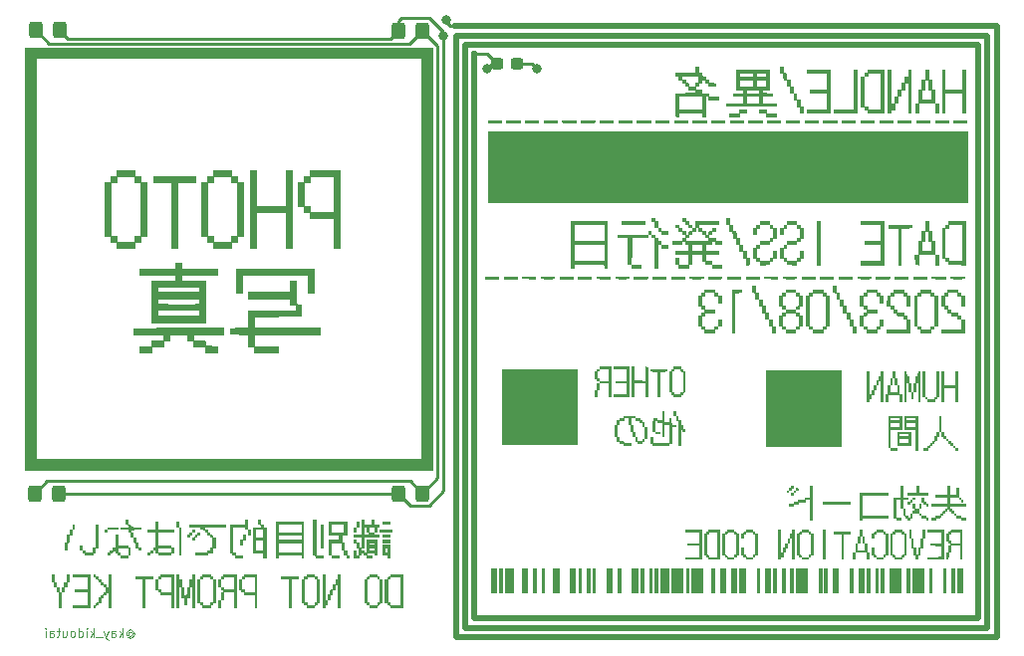
<source format=gbl>
%TF.GenerationSoftware,KiCad,Pcbnew,6.0.9*%
%TF.CreationDate,2022-11-22T21:59:45-08:00*%
%TF.ProjectId,hack_license,6861636b-5f6c-4696-9365-6e73652e6b69,rev?*%
%TF.SameCoordinates,Original*%
%TF.FileFunction,Copper,L2,Bot*%
%TF.FilePolarity,Positive*%
%FSLAX46Y46*%
G04 Gerber Fmt 4.6, Leading zero omitted, Abs format (unit mm)*
G04 Created by KiCad (PCBNEW 6.0.9) date 2022-11-22 21:59:45*
%MOMM*%
%LPD*%
G01*
G04 APERTURE LIST*
G04 Aperture macros list*
%AMRoundRect*
0 Rectangle with rounded corners*
0 $1 Rounding radius*
0 $2 $3 $4 $5 $6 $7 $8 $9 X,Y pos of 4 corners*
0 Add a 4 corners polygon primitive as box body*
4,1,4,$2,$3,$4,$5,$6,$7,$8,$9,$2,$3,0*
0 Add four circle primitives for the rounded corners*
1,1,$1+$1,$2,$3*
1,1,$1+$1,$4,$5*
1,1,$1+$1,$6,$7*
1,1,$1+$1,$8,$9*
0 Add four rect primitives between the rounded corners*
20,1,$1+$1,$2,$3,$4,$5,0*
20,1,$1+$1,$4,$5,$6,$7,0*
20,1,$1+$1,$6,$7,$8,$9,0*
20,1,$1+$1,$8,$9,$2,$3,0*%
G04 Aperture macros list end*
%ADD10C,0.100000*%
%TA.AperFunction,NonConductor*%
%ADD11C,0.100000*%
%TD*%
%TA.AperFunction,EtchedComponent*%
%ADD12C,0.500000*%
%TD*%
%TA.AperFunction,SMDPad,CuDef*%
%ADD13RoundRect,0.250000X0.325000X0.450000X-0.325000X0.450000X-0.325000X-0.450000X0.325000X-0.450000X0*%
%TD*%
%TA.AperFunction,SMDPad,CuDef*%
%ADD14RoundRect,0.125000X-0.375000X0.125000X-0.375000X-0.125000X0.375000X-0.125000X0.375000X0.125000X0*%
%TD*%
%TA.AperFunction,SMDPad,CuDef*%
%ADD15RoundRect,0.125000X-0.125000X-0.375000X0.125000X-0.375000X0.125000X0.375000X-0.125000X0.375000X0*%
%TD*%
%TA.AperFunction,SMDPad,CuDef*%
%ADD16RoundRect,0.237500X0.300000X0.237500X-0.300000X0.237500X-0.300000X-0.237500X0.300000X-0.237500X0*%
%TD*%
%TA.AperFunction,ViaPad*%
%ADD17C,0.800000*%
%TD*%
%TA.AperFunction,Conductor*%
%ADD18C,0.250000*%
%TD*%
G04 APERTURE END LIST*
D10*
D11*
X104035714Y-106732142D02*
X104071428Y-106696428D01*
X104142857Y-106660714D01*
X104214285Y-106660714D01*
X104285714Y-106696428D01*
X104321428Y-106732142D01*
X104357142Y-106803571D01*
X104357142Y-106875000D01*
X104321428Y-106946428D01*
X104285714Y-106982142D01*
X104214285Y-107017857D01*
X104142857Y-107017857D01*
X104071428Y-106982142D01*
X104035714Y-106946428D01*
X104035714Y-106660714D02*
X104035714Y-106946428D01*
X104000000Y-106982142D01*
X103964285Y-106982142D01*
X103892857Y-106946428D01*
X103857142Y-106875000D01*
X103857142Y-106696428D01*
X103928571Y-106589285D01*
X104035714Y-106517857D01*
X104178571Y-106482142D01*
X104321428Y-106517857D01*
X104428571Y-106589285D01*
X104500000Y-106696428D01*
X104535714Y-106839285D01*
X104500000Y-106982142D01*
X104428571Y-107089285D01*
X104321428Y-107160714D01*
X104178571Y-107196428D01*
X104035714Y-107160714D01*
X103928571Y-107089285D01*
X103535714Y-107089285D02*
X103535714Y-106339285D01*
X103464285Y-106803571D02*
X103250000Y-107089285D01*
X103250000Y-106589285D02*
X103535714Y-106875000D01*
X102607142Y-107089285D02*
X102607142Y-106696428D01*
X102642857Y-106625000D01*
X102714285Y-106589285D01*
X102857142Y-106589285D01*
X102928571Y-106625000D01*
X102607142Y-107053571D02*
X102678571Y-107089285D01*
X102857142Y-107089285D01*
X102928571Y-107053571D01*
X102964285Y-106982142D01*
X102964285Y-106910714D01*
X102928571Y-106839285D01*
X102857142Y-106803571D01*
X102678571Y-106803571D01*
X102607142Y-106767857D01*
X102321428Y-106589285D02*
X102142857Y-107089285D01*
X101964285Y-106589285D02*
X102142857Y-107089285D01*
X102214285Y-107267857D01*
X102250000Y-107303571D01*
X102321428Y-107339285D01*
X101857142Y-107160714D02*
X101285714Y-107160714D01*
X101107142Y-107089285D02*
X101107142Y-106339285D01*
X101035714Y-106803571D02*
X100821428Y-107089285D01*
X100821428Y-106589285D02*
X101107142Y-106875000D01*
X100500000Y-107089285D02*
X100500000Y-106589285D01*
X100500000Y-106339285D02*
X100535714Y-106375000D01*
X100500000Y-106410714D01*
X100464285Y-106375000D01*
X100500000Y-106339285D01*
X100500000Y-106410714D01*
X99821428Y-107089285D02*
X99821428Y-106339285D01*
X99821428Y-107053571D02*
X99892857Y-107089285D01*
X100035714Y-107089285D01*
X100107142Y-107053571D01*
X100142857Y-107017857D01*
X100178571Y-106946428D01*
X100178571Y-106732142D01*
X100142857Y-106660714D01*
X100107142Y-106625000D01*
X100035714Y-106589285D01*
X99892857Y-106589285D01*
X99821428Y-106625000D01*
X99357142Y-107089285D02*
X99428571Y-107053571D01*
X99464285Y-107017857D01*
X99500000Y-106946428D01*
X99500000Y-106732142D01*
X99464285Y-106660714D01*
X99428571Y-106625000D01*
X99357142Y-106589285D01*
X99250000Y-106589285D01*
X99178571Y-106625000D01*
X99142857Y-106660714D01*
X99107142Y-106732142D01*
X99107142Y-106946428D01*
X99142857Y-107017857D01*
X99178571Y-107053571D01*
X99250000Y-107089285D01*
X99357142Y-107089285D01*
X98464285Y-106589285D02*
X98464285Y-107089285D01*
X98785714Y-106589285D02*
X98785714Y-106982142D01*
X98750000Y-107053571D01*
X98678571Y-107089285D01*
X98571428Y-107089285D01*
X98500000Y-107053571D01*
X98464285Y-107017857D01*
X98214285Y-106589285D02*
X97928571Y-106589285D01*
X98107142Y-106339285D02*
X98107142Y-106982142D01*
X98071428Y-107053571D01*
X98000000Y-107089285D01*
X97928571Y-107089285D01*
X97357142Y-107089285D02*
X97357142Y-106696428D01*
X97392857Y-106625000D01*
X97464285Y-106589285D01*
X97607142Y-106589285D01*
X97678571Y-106625000D01*
X97357142Y-107053571D02*
X97428571Y-107089285D01*
X97607142Y-107089285D01*
X97678571Y-107053571D01*
X97714285Y-106982142D01*
X97714285Y-106910714D01*
X97678571Y-106839285D01*
X97607142Y-106803571D01*
X97428571Y-106803571D01*
X97357142Y-106767857D01*
X97000000Y-107089285D02*
X97000000Y-106589285D01*
X97000000Y-106339285D02*
X97035714Y-106375000D01*
X97000000Y-106410714D01*
X96964285Y-106375000D01*
X97000000Y-106339285D01*
X97000000Y-106410714D01*
%TO.C,G\u002A\u002A\u002A*%
G36*
X104043400Y-97533962D02*
G01*
X104147821Y-97533962D01*
X104189479Y-97534429D01*
X104234171Y-97543584D01*
X104252878Y-97576022D01*
X104260386Y-97646527D01*
X104268530Y-97759093D01*
X104698926Y-97766370D01*
X105129323Y-97773648D01*
X105129323Y-98009397D01*
X104698926Y-98016674D01*
X104268530Y-98023952D01*
X104260230Y-98110031D01*
X104257235Y-98149597D01*
X104264997Y-98182232D01*
X104299074Y-98194339D01*
X104372796Y-98196110D01*
X104493660Y-98196110D01*
X104493660Y-98646371D01*
X104705548Y-98646371D01*
X104705548Y-99070146D01*
X104917435Y-99070146D01*
X104917435Y-99520406D01*
X105129323Y-99520406D01*
X105129323Y-99758780D01*
X104890949Y-99758780D01*
X104890949Y-99546892D01*
X104679062Y-99546892D01*
X104679062Y-99126163D01*
X104453932Y-99109875D01*
X104438546Y-98672857D01*
X104228801Y-98672857D01*
X104228801Y-98249082D01*
X104016914Y-98249082D01*
X104016914Y-98010709D01*
X103354766Y-98010709D01*
X103354766Y-97772336D01*
X104016914Y-97772336D01*
X104016914Y-97679635D01*
X104016677Y-97652281D01*
X104008947Y-97607068D01*
X103978802Y-97589741D01*
X103910970Y-97586934D01*
X103805026Y-97586934D01*
X103805026Y-97110187D01*
X104043400Y-97110187D01*
X104043400Y-97533962D01*
G37*
G36*
X150049448Y-103387351D02*
G01*
X149254870Y-103387351D01*
X149254870Y-101268477D01*
X150049448Y-101268477D01*
X150049448Y-103387351D01*
G37*
G36*
X103169364Y-98010709D02*
G01*
X102295329Y-98010709D01*
X102295329Y-98251985D01*
X102043713Y-98235839D01*
X102027567Y-97984223D01*
X102268843Y-97984223D01*
X102268843Y-97772336D01*
X103169364Y-97772336D01*
X103169364Y-98010709D01*
G37*
G36*
X138739959Y-103387351D02*
G01*
X138448613Y-103387351D01*
X138448613Y-101268477D01*
X138739959Y-101268477D01*
X138739959Y-103387351D01*
G37*
G36*
X170364151Y-76689541D02*
G01*
X169172284Y-76689541D01*
X169172284Y-76451168D01*
X170364151Y-76451168D01*
X170364151Y-76689541D01*
G37*
G36*
X174502576Y-75491472D02*
G01*
X173767592Y-75484431D01*
X173751580Y-75206329D01*
X173489489Y-75206329D01*
X173489489Y-74914984D01*
X173198144Y-74914984D01*
X173198144Y-74862012D01*
X173515975Y-74862012D01*
X173807320Y-74862012D01*
X173807320Y-75153357D01*
X174893243Y-75153357D01*
X174893243Y-72080990D01*
X173807320Y-72080990D01*
X173807320Y-72372336D01*
X173515975Y-72372336D01*
X173515975Y-74862012D01*
X173198144Y-74862012D01*
X173198144Y-72319364D01*
X173489489Y-72319364D01*
X173489489Y-72028019D01*
X173751580Y-72028019D01*
X173759586Y-71888967D01*
X173767592Y-71749916D01*
X174502576Y-71742876D01*
X175237560Y-71735835D01*
X175237560Y-75498512D01*
X174502576Y-75491472D01*
G37*
G36*
X110135162Y-98460970D02*
G01*
X109923275Y-98460970D01*
X109923275Y-98672857D01*
X109711387Y-98672857D01*
X109711387Y-98884744D01*
X109446528Y-98884744D01*
X109446528Y-98649417D01*
X109559093Y-98641272D01*
X109596629Y-98638200D01*
X109648880Y-98626587D01*
X109671294Y-98596950D01*
X109679789Y-98535315D01*
X109680614Y-98525711D01*
X109691463Y-98465588D01*
X109720747Y-98439230D01*
X109785732Y-98429371D01*
X109818353Y-98426250D01*
X109863844Y-98413454D01*
X109883631Y-98379569D01*
X109891690Y-98308675D01*
X109899834Y-98196110D01*
X110135162Y-98196110D01*
X110135162Y-98460970D01*
G37*
G36*
X97766236Y-102433858D02*
G01*
X97978123Y-102433858D01*
X97978123Y-102857633D01*
X98190011Y-102857633D01*
X98190011Y-103307893D01*
X98375412Y-103307893D01*
X98375412Y-102857633D01*
X98587300Y-102857633D01*
X98587300Y-102436904D01*
X98699865Y-102428759D01*
X98812430Y-102420615D01*
X98819867Y-102096162D01*
X98827303Y-101771710D01*
X99064046Y-101771710D01*
X99064046Y-102460344D01*
X98852159Y-102460344D01*
X98852159Y-102910605D01*
X98640271Y-102910605D01*
X98640271Y-103331334D01*
X98415141Y-103347622D01*
X98408057Y-104003149D01*
X98400973Y-104658675D01*
X98163525Y-104658675D01*
X98163525Y-103334379D01*
X97925152Y-103334379D01*
X97925152Y-102913802D01*
X97825829Y-102905582D01*
X97726507Y-102897362D01*
X97718814Y-102678853D01*
X97711122Y-102460344D01*
X97501377Y-102460344D01*
X97501377Y-101771710D01*
X97766236Y-101771710D01*
X97766236Y-102433858D01*
G37*
G36*
X136832972Y-103387351D02*
G01*
X136038395Y-103387351D01*
X136038395Y-101268477D01*
X136832972Y-101268477D01*
X136832972Y-103387351D01*
G37*
G36*
X173780835Y-63420094D02*
G01*
X172588968Y-63420094D01*
X172588968Y-63181720D01*
X173780835Y-63181720D01*
X173780835Y-63420094D01*
G37*
G36*
X147877602Y-103387351D02*
G01*
X147586257Y-103387351D01*
X147586257Y-101268477D01*
X147877602Y-101268477D01*
X147877602Y-103387351D01*
G37*
G36*
X159902211Y-103387351D02*
G01*
X159584380Y-103387351D01*
X159584380Y-101268477D01*
X159902211Y-101268477D01*
X159902211Y-103387351D01*
G37*
G36*
X146871137Y-63420094D02*
G01*
X145679270Y-63420094D01*
X145679270Y-63181720D01*
X146871137Y-63181720D01*
X146871137Y-63420094D01*
G37*
G36*
X165437769Y-98381512D02*
G01*
X164855079Y-98381512D01*
X164855079Y-100553357D01*
X164643785Y-100553357D01*
X164636867Y-99474056D01*
X164629948Y-98394755D01*
X164331982Y-98387266D01*
X164034015Y-98379777D01*
X164034015Y-98169624D01*
X165437769Y-98169624D01*
X165437769Y-98381512D01*
G37*
G36*
X152803984Y-62890375D02*
G01*
X152803984Y-62599030D01*
X150870511Y-62599030D01*
X150870511Y-62892903D01*
X150704974Y-62885018D01*
X150539437Y-62877132D01*
X150535174Y-62254713D01*
X150870511Y-62254713D01*
X152803984Y-62254713D01*
X152803984Y-61168790D01*
X150870511Y-61168790D01*
X150870511Y-62254713D01*
X150535174Y-62254713D01*
X150532501Y-61864413D01*
X150525566Y-60851694D01*
X152234536Y-60837716D01*
X152242681Y-60725151D01*
X152250825Y-60612586D01*
X151665089Y-60612586D01*
X151665089Y-60321241D01*
X151373744Y-60321241D01*
X151373744Y-60029896D01*
X151108885Y-60029896D01*
X151108885Y-59765036D01*
X150817539Y-59765036D01*
X150817539Y-59712064D01*
X151161856Y-59712064D01*
X151423947Y-59712064D01*
X151431953Y-59851116D01*
X151439959Y-59990167D01*
X151579010Y-59998172D01*
X151718061Y-60006178D01*
X151718061Y-60268269D01*
X152247779Y-60268269D01*
X152247779Y-60003410D01*
X152512639Y-60003410D01*
X152512639Y-59473691D01*
X151161856Y-59473691D01*
X151161856Y-59712064D01*
X150817539Y-59712064D01*
X150817539Y-59473691D01*
X150523667Y-59473691D01*
X150539437Y-59142617D01*
X151393608Y-59135629D01*
X152247779Y-59128640D01*
X152247779Y-58573170D01*
X152565610Y-58573170D01*
X152565610Y-59126606D01*
X152704661Y-59134611D01*
X152843713Y-59142617D01*
X152851718Y-59281668D01*
X152859724Y-59420719D01*
X153119046Y-59420719D01*
X153135058Y-59698821D01*
X153272771Y-59706781D01*
X153410484Y-59714740D01*
X153418444Y-59852453D01*
X153426403Y-59990167D01*
X153711127Y-59997684D01*
X153995850Y-60005202D01*
X153995850Y-60321241D01*
X153360188Y-60321241D01*
X153360188Y-60029896D01*
X153095329Y-60029896D01*
X153095329Y-59765036D01*
X152856956Y-59765036D01*
X152856956Y-60027127D01*
X152717904Y-60035133D01*
X152578853Y-60043138D01*
X152570848Y-60182190D01*
X152562842Y-60321241D01*
X152274265Y-60321241D01*
X152274265Y-60559614D01*
X152856956Y-60559614D01*
X152856956Y-60850959D01*
X153413160Y-60850959D01*
X153413160Y-61115818D01*
X154260709Y-61115818D01*
X154260709Y-61460135D01*
X153360188Y-61460135D01*
X153360188Y-61165744D01*
X153247623Y-61173889D01*
X153135058Y-61182033D01*
X153128069Y-62036204D01*
X153126281Y-62254713D01*
X153121081Y-62890375D01*
X152803984Y-62890375D01*
G37*
G36*
X138951846Y-63420094D02*
G01*
X137759979Y-63420094D01*
X137759979Y-63181720D01*
X138951846Y-63181720D01*
X138951846Y-63420094D01*
G37*
G36*
X169383177Y-90859510D02*
G01*
X169385993Y-90621136D01*
X169622545Y-90621136D01*
X170364151Y-90621136D01*
X170364151Y-90276819D01*
X169622545Y-90276819D01*
X169622545Y-90621136D01*
X169385993Y-90621136D01*
X169390296Y-90256955D01*
X169392877Y-90038446D01*
X169622545Y-90038446D01*
X170364151Y-90038446D01*
X170364151Y-89879531D01*
X169622545Y-89879531D01*
X169622545Y-90038446D01*
X169392877Y-90038446D01*
X169397414Y-89654400D01*
X169999969Y-89647281D01*
X170602524Y-89640163D01*
X170602524Y-90859510D01*
X169383177Y-90859510D01*
G37*
G36*
X171661961Y-95600490D02*
G01*
X171873848Y-95600490D01*
X171873848Y-95706434D01*
X171874055Y-95737695D01*
X171880819Y-95789367D01*
X171907196Y-95809170D01*
X171966549Y-95812377D01*
X172007801Y-95813112D01*
X172043859Y-95823652D01*
X172057271Y-95858330D01*
X172059250Y-95931564D01*
X172059250Y-96050751D01*
X171847362Y-96050751D01*
X171847362Y-95838863D01*
X171741418Y-95838863D01*
X171710157Y-95838656D01*
X171658486Y-95831892D01*
X171638682Y-95805515D01*
X171635475Y-95746162D01*
X171635463Y-95739107D01*
X171630385Y-95680694D01*
X171604905Y-95657562D01*
X171542774Y-95653462D01*
X171450073Y-95653462D01*
X171450073Y-95229687D01*
X171661961Y-95229687D01*
X171661961Y-95600490D01*
G37*
G36*
X159293035Y-76690536D02*
G01*
X158087925Y-76676298D01*
X158071637Y-76451168D01*
X159293035Y-76451168D01*
X159293035Y-76690536D01*
G37*
G36*
X161094078Y-80718170D02*
G01*
X161094078Y-80980260D01*
X160802732Y-80980260D01*
X160802732Y-81271606D01*
X159902211Y-81271606D01*
X159902211Y-80980260D01*
X159610866Y-80980260D01*
X159610866Y-80715401D01*
X159346007Y-80715401D01*
X159346007Y-80662429D01*
X159663838Y-80662429D01*
X159955183Y-80662429D01*
X159955183Y-80953775D01*
X160749761Y-80953775D01*
X160749761Y-80662429D01*
X161041106Y-80662429D01*
X161041106Y-79870620D01*
X160902055Y-79862614D01*
X160763003Y-79854609D01*
X160754998Y-79715558D01*
X160746992Y-79576507D01*
X159957951Y-79576507D01*
X159949945Y-79715558D01*
X159941940Y-79854609D01*
X159802889Y-79862614D01*
X159663838Y-79870620D01*
X159663838Y-80662429D01*
X159346007Y-80662429D01*
X159346007Y-79814880D01*
X159610866Y-79814880D01*
X159610866Y-79523535D01*
X159902211Y-79523535D01*
X159902211Y-79285161D01*
X159610866Y-79285161D01*
X159610866Y-78993816D01*
X159346007Y-78993816D01*
X159346007Y-78967330D01*
X159663838Y-78967330D01*
X159955183Y-78967330D01*
X159955183Y-79232190D01*
X160749761Y-79232190D01*
X160749761Y-78970099D01*
X161027863Y-78954087D01*
X161042485Y-78146267D01*
X160749761Y-78146267D01*
X160749761Y-77854922D01*
X159955183Y-77854922D01*
X159955183Y-78146267D01*
X159663838Y-78146267D01*
X159663838Y-78967330D01*
X159346007Y-78967330D01*
X159346007Y-78093295D01*
X159610866Y-78093295D01*
X159610866Y-77828436D01*
X159902211Y-77828436D01*
X159902211Y-77537091D01*
X160802732Y-77537091D01*
X160802732Y-77828436D01*
X161094078Y-77828436D01*
X161094078Y-78090527D01*
X161233129Y-78098532D01*
X161372180Y-78106538D01*
X161372830Y-78146267D01*
X161379442Y-78550177D01*
X161386703Y-78993816D01*
X161094078Y-78993816D01*
X161094078Y-79285161D01*
X160802732Y-79285161D01*
X160802732Y-79523535D01*
X161094078Y-79523535D01*
X161094078Y-79814880D01*
X161386703Y-79814880D01*
X161379442Y-80258519D01*
X161372830Y-80662429D01*
X161372180Y-80702158D01*
X161094078Y-80718170D01*
G37*
G36*
X172377081Y-103387351D02*
G01*
X172085735Y-103387351D01*
X172085735Y-101268477D01*
X172377081Y-101268477D01*
X172377081Y-103387351D01*
G37*
G36*
X146632764Y-76552697D02*
G01*
X146632510Y-76569877D01*
X146626374Y-76636261D01*
X146614613Y-76672377D01*
X146607192Y-76674696D01*
X146555729Y-76679177D01*
X146462622Y-76682433D01*
X146335733Y-76684320D01*
X146182924Y-76684695D01*
X146012058Y-76683413D01*
X145427654Y-76676298D01*
X145419510Y-76563733D01*
X145411365Y-76451168D01*
X146632764Y-76451168D01*
X146632764Y-76552697D01*
G37*
G36*
X108360605Y-97772336D02*
G01*
X108572493Y-97772336D01*
X108572493Y-100209040D01*
X108334119Y-100209040D01*
X108334119Y-97798821D01*
X108095746Y-97798821D01*
X108095746Y-97322075D01*
X108360605Y-97322075D01*
X108360605Y-97772336D01*
G37*
G36*
X151307529Y-86330417D02*
G01*
X151301385Y-86330426D01*
X151242475Y-86335402D01*
X151219034Y-86360448D01*
X151214828Y-86421519D01*
X151214771Y-86434507D01*
X151208469Y-86488028D01*
X151180614Y-86511573D01*
X151115506Y-86520841D01*
X151101973Y-86522012D01*
X151043246Y-86533064D01*
X151017620Y-86562810D01*
X151007964Y-86628384D01*
X150999743Y-86727706D01*
X150393765Y-86727706D01*
X150393765Y-86621762D01*
X150393557Y-86590501D01*
X150386794Y-86538829D01*
X150360417Y-86519026D01*
X150301064Y-86515818D01*
X150294008Y-86515807D01*
X150235596Y-86510729D01*
X150212463Y-86485249D01*
X150208363Y-86423118D01*
X150208126Y-86395764D01*
X150200396Y-86350551D01*
X150170252Y-86333223D01*
X150102420Y-86330417D01*
X149996476Y-86330417D01*
X149996476Y-86303931D01*
X150234849Y-86303931D01*
X150327550Y-86303931D01*
X150334606Y-86303942D01*
X150393018Y-86309020D01*
X150416151Y-86334501D01*
X150420251Y-86396632D01*
X150420251Y-86489332D01*
X150976455Y-86489332D01*
X150976455Y-86398231D01*
X150976512Y-86385242D01*
X150982815Y-86331721D01*
X151010670Y-86308176D01*
X151075777Y-86298908D01*
X151175099Y-86290688D01*
X151175099Y-84569103D01*
X151075777Y-84560883D01*
X151061622Y-84559659D01*
X151003840Y-84549096D01*
X150980685Y-84521630D01*
X150976455Y-84461561D01*
X150976455Y-84370459D01*
X150420251Y-84370459D01*
X150420251Y-84463159D01*
X150420239Y-84470215D01*
X150415161Y-84528628D01*
X150389681Y-84551760D01*
X150327550Y-84555860D01*
X150234849Y-84555860D01*
X150234849Y-86303931D01*
X149996476Y-86303931D01*
X149996476Y-84529374D01*
X150102420Y-84529374D01*
X150133681Y-84529167D01*
X150185353Y-84522403D01*
X150205156Y-84496026D01*
X150208363Y-84436673D01*
X150208375Y-84429618D01*
X150213453Y-84371205D01*
X150238933Y-84348073D01*
X150301064Y-84343973D01*
X150328418Y-84343736D01*
X150373630Y-84336006D01*
X150390958Y-84305861D01*
X150393765Y-84238029D01*
X150393765Y-84132085D01*
X150999743Y-84132085D01*
X151007964Y-84231408D01*
X151009135Y-84244941D01*
X151020186Y-84303668D01*
X151049933Y-84329294D01*
X151115506Y-84338950D01*
X151129661Y-84340174D01*
X151187443Y-84350737D01*
X151210599Y-84378203D01*
X151214828Y-84438272D01*
X151214837Y-84444311D01*
X151219901Y-84502204D01*
X151245387Y-84525240D01*
X151307529Y-84529374D01*
X151400230Y-84529374D01*
X151400230Y-86330417D01*
X151307529Y-86330417D01*
G37*
G36*
X161809197Y-103387351D02*
G01*
X160802732Y-103387351D01*
X160802732Y-101268477D01*
X161809197Y-101268477D01*
X161809197Y-103387351D01*
G37*
G36*
X145281982Y-63420094D02*
G01*
X144090115Y-63420094D01*
X144090115Y-63181720D01*
X145281982Y-63181720D01*
X145281982Y-63420094D01*
G37*
G36*
X169039854Y-63420094D02*
G01*
X167847988Y-63420094D01*
X167847988Y-63181720D01*
X169039854Y-63181720D01*
X169039854Y-63420094D01*
G37*
G36*
X125543348Y-104213513D02*
G01*
X125498481Y-104217223D01*
X125450328Y-104229808D01*
X125430335Y-104263521D01*
X125422638Y-104334223D01*
X125418958Y-104379094D01*
X125407032Y-104426558D01*
X125375664Y-104444194D01*
X125310073Y-104446788D01*
X125274048Y-104447043D01*
X125226003Y-104454786D01*
X125208228Y-104484919D01*
X125205652Y-104552732D01*
X125205652Y-104658675D01*
X124517018Y-104658675D01*
X124517018Y-104446788D01*
X124305131Y-104446788D01*
X124305131Y-104208415D01*
X124093243Y-104208415D01*
X124093243Y-104181929D01*
X124331617Y-104181929D01*
X124543504Y-104181929D01*
X124543504Y-104393816D01*
X125179166Y-104393816D01*
X125179166Y-104181929D01*
X125391054Y-104181929D01*
X125391054Y-102248457D01*
X125179166Y-102248457D01*
X125179166Y-102036569D01*
X124543504Y-102036569D01*
X124543504Y-102248457D01*
X124331617Y-102248457D01*
X124331617Y-104181929D01*
X124093243Y-104181929D01*
X124093243Y-102225168D01*
X124192566Y-102216948D01*
X124226426Y-102213727D01*
X124272198Y-102200914D01*
X124292010Y-102167034D01*
X124300032Y-102096162D01*
X124303712Y-102051291D01*
X124315638Y-102003828D01*
X124347006Y-101986191D01*
X124412597Y-101983597D01*
X124448622Y-101983343D01*
X124496667Y-101975599D01*
X124514442Y-101945466D01*
X124517018Y-101877654D01*
X124517018Y-101771710D01*
X125205652Y-101771710D01*
X125205652Y-101877654D01*
X125205903Y-101914204D01*
X125213535Y-101962950D01*
X125243235Y-101980984D01*
X125310073Y-101983597D01*
X125351732Y-101984064D01*
X125396423Y-101993219D01*
X125415131Y-102025657D01*
X125422638Y-102096162D01*
X125426347Y-102141029D01*
X125438933Y-102189182D01*
X125472645Y-102209175D01*
X125543348Y-102216872D01*
X125655913Y-102225016D01*
X125655913Y-104205369D01*
X125543348Y-104213513D01*
G37*
G36*
X151638603Y-63283250D02*
G01*
X151638354Y-63300503D01*
X151632382Y-63366670D01*
X151620946Y-63402436D01*
X151612648Y-63404909D01*
X151559816Y-63409772D01*
X151465508Y-63413949D01*
X151337528Y-63417212D01*
X151183680Y-63419335D01*
X151011770Y-63420094D01*
X150420251Y-63420094D01*
X150420251Y-63181720D01*
X151638603Y-63181720D01*
X151638603Y-63283250D01*
G37*
G36*
X170099291Y-100156069D02*
G01*
X170068030Y-100156276D01*
X170016358Y-100163040D01*
X169996555Y-100189416D01*
X169993348Y-100248769D01*
X169993336Y-100255825D01*
X169988258Y-100314238D01*
X169962778Y-100337370D01*
X169900647Y-100341470D01*
X169872254Y-100341731D01*
X169827722Y-100349634D01*
X169810689Y-100380071D01*
X169807946Y-100448254D01*
X169807946Y-100555039D01*
X169496737Y-100547577D01*
X169185527Y-100540114D01*
X169177307Y-100440792D01*
X169176082Y-100426637D01*
X169165519Y-100368855D01*
X169138053Y-100345700D01*
X169077984Y-100341470D01*
X169071946Y-100341461D01*
X169014053Y-100336398D01*
X168991016Y-100310912D01*
X168986883Y-100248769D01*
X168986871Y-100241713D01*
X168981793Y-100183301D01*
X168956313Y-100160169D01*
X168894182Y-100156069D01*
X168801481Y-100156069D01*
X168801481Y-98381512D01*
X169012645Y-98381512D01*
X169026611Y-100116340D01*
X169125934Y-100124560D01*
X169140089Y-100125784D01*
X169197870Y-100136347D01*
X169221026Y-100163813D01*
X169225256Y-100223882D01*
X169225256Y-100314984D01*
X169781460Y-100314984D01*
X169781460Y-100222283D01*
X169781472Y-100215228D01*
X169786550Y-100156815D01*
X169812030Y-100133683D01*
X169874161Y-100129583D01*
X169966862Y-100129583D01*
X169966862Y-98381512D01*
X169874161Y-98381512D01*
X169867105Y-98381500D01*
X169808693Y-98376422D01*
X169785560Y-98350942D01*
X169781460Y-98288811D01*
X169781460Y-98196110D01*
X169225256Y-98196110D01*
X169225256Y-98288811D01*
X169225009Y-98316615D01*
X169217204Y-98361533D01*
X169186934Y-98378733D01*
X169118950Y-98381512D01*
X169012645Y-98381512D01*
X168801481Y-98381512D01*
X168801481Y-98355026D01*
X168894182Y-98355026D01*
X168901238Y-98355014D01*
X168959650Y-98349936D01*
X168982782Y-98324456D01*
X168986883Y-98262325D01*
X168986891Y-98256181D01*
X168991867Y-98197272D01*
X169016914Y-98173831D01*
X169077984Y-98169624D01*
X169090973Y-98169567D01*
X169144494Y-98163265D01*
X169168038Y-98135410D01*
X169177307Y-98070302D01*
X169185527Y-97970980D01*
X169496737Y-97963518D01*
X169807946Y-97956056D01*
X169807946Y-98062840D01*
X169808172Y-98095547D01*
X169815034Y-98146844D01*
X169841456Y-98166465D01*
X169900647Y-98169624D01*
X169907703Y-98169636D01*
X169966115Y-98174714D01*
X169989248Y-98200194D01*
X169993348Y-98262325D01*
X169993584Y-98289679D01*
X170001314Y-98334891D01*
X170031459Y-98352219D01*
X170099291Y-98355026D01*
X170205235Y-98355026D01*
X170205235Y-100156069D01*
X170099291Y-100156069D01*
G37*
G36*
X148592722Y-103387351D02*
G01*
X148301377Y-103387351D01*
X148301377Y-101268477D01*
X148592722Y-101268477D01*
X148592722Y-103387351D01*
G37*
G36*
X140673431Y-103387351D02*
G01*
X140117227Y-103387351D01*
X140117227Y-101268477D01*
X140673431Y-101268477D01*
X140673431Y-103387351D01*
G37*
G36*
X107671971Y-104658675D02*
G01*
X107671971Y-103572753D01*
X106797936Y-103572753D01*
X106797936Y-103334379D01*
X106586048Y-103334379D01*
X106586048Y-103122492D01*
X106374161Y-103122492D01*
X106374161Y-103096006D01*
X106612534Y-103096006D01*
X106824422Y-103096006D01*
X106824422Y-103307893D01*
X107671971Y-103307893D01*
X107671971Y-102036569D01*
X106824422Y-102036569D01*
X106824422Y-102248457D01*
X106612534Y-102248457D01*
X106612534Y-103096006D01*
X106374161Y-103096006D01*
X106374161Y-102225168D01*
X106473483Y-102216948D01*
X106507344Y-102213727D01*
X106553116Y-102200914D01*
X106572928Y-102167034D01*
X106580950Y-102096162D01*
X106584629Y-102051291D01*
X106596556Y-102003828D01*
X106627923Y-101986191D01*
X106693515Y-101983597D01*
X106729539Y-101983343D01*
X106777585Y-101975599D01*
X106795360Y-101945466D01*
X106797936Y-101877654D01*
X106797936Y-101771710D01*
X107936830Y-101771710D01*
X107936830Y-104658675D01*
X107671971Y-104658675D01*
G37*
G36*
X165437769Y-95838863D02*
G01*
X163054036Y-95838863D01*
X163054036Y-95626976D01*
X165437769Y-95626976D01*
X165437769Y-95838863D01*
G37*
G36*
X138713473Y-76690536D02*
G01*
X137508363Y-76676298D01*
X137500219Y-76563733D01*
X137492074Y-76451168D01*
X138713473Y-76451168D01*
X138713473Y-76690536D01*
G37*
G36*
X154843400Y-103387351D02*
G01*
X154313681Y-103387351D01*
X154313681Y-101268477D01*
X154843400Y-101268477D01*
X154843400Y-103387351D01*
G37*
G36*
X153201273Y-63420094D02*
G01*
X152009406Y-63420094D01*
X152009406Y-63181720D01*
X153201273Y-63181720D01*
X153201273Y-63420094D01*
G37*
G36*
X174999187Y-103387351D02*
G01*
X174495954Y-103387351D01*
X174495954Y-101268477D01*
X174999187Y-101268477D01*
X174999187Y-103387351D01*
G37*
G36*
X167212326Y-76552697D02*
G01*
X167212072Y-76569877D01*
X167205936Y-76636261D01*
X167194175Y-76672377D01*
X167186754Y-76674696D01*
X167135291Y-76679177D01*
X167042184Y-76682433D01*
X166915295Y-76684320D01*
X166762486Y-76684695D01*
X166591620Y-76683413D01*
X166007216Y-76676298D01*
X165999072Y-76563733D01*
X165990927Y-76451168D01*
X167212326Y-76451168D01*
X167212326Y-76552697D01*
G37*
G36*
X135800021Y-63421088D02*
G01*
X135197466Y-63413969D01*
X134594912Y-63406851D01*
X134586767Y-63294286D01*
X134578623Y-63181720D01*
X135800021Y-63181720D01*
X135800021Y-63421088D01*
G37*
G36*
X106162274Y-102248457D02*
G01*
X105500125Y-102248457D01*
X105500125Y-104658675D01*
X105235266Y-104658675D01*
X105235266Y-102248457D01*
X104599604Y-102248457D01*
X104599604Y-101983597D01*
X106162274Y-101983597D01*
X106162274Y-102248457D01*
G37*
G36*
X108387091Y-102221971D02*
G01*
X108598978Y-102221971D01*
X108598978Y-102854587D01*
X108711544Y-102862731D01*
X108824109Y-102870876D01*
X108831386Y-103301272D01*
X108838664Y-103731668D01*
X108994955Y-103731668D01*
X109002233Y-103301272D01*
X109009510Y-102870876D01*
X109122075Y-102862731D01*
X109234641Y-102854587D01*
X109234641Y-102225168D01*
X109433285Y-102208728D01*
X109440978Y-101990219D01*
X109448670Y-101771710D01*
X109711387Y-101771710D01*
X109711387Y-104658675D01*
X109446528Y-104658675D01*
X109446528Y-102910605D01*
X109261127Y-102910605D01*
X109261127Y-103784640D01*
X109049239Y-103784640D01*
X109049239Y-104446788D01*
X108784380Y-104446788D01*
X108784380Y-103784640D01*
X108572493Y-103784640D01*
X108572493Y-102910605D01*
X108387091Y-102910605D01*
X108387091Y-104658675D01*
X108122232Y-104658675D01*
X108122232Y-101771710D01*
X108387091Y-101771710D01*
X108387091Y-102221971D01*
G37*
G36*
X123669469Y-97798821D02*
G01*
X123457581Y-97798821D01*
X123457581Y-98222596D01*
X123192722Y-98222596D01*
X123192722Y-97772336D01*
X123404609Y-97772336D01*
X123404609Y-97322075D01*
X123669469Y-97322075D01*
X123669469Y-97798821D01*
G37*
G36*
X151718061Y-103387351D02*
G01*
X151426716Y-103387351D01*
X151426716Y-101268477D01*
X151718061Y-101268477D01*
X151718061Y-103387351D01*
G37*
G36*
X157703879Y-76689541D02*
G01*
X156512013Y-76689541D01*
X156512013Y-76451168D01*
X157703879Y-76451168D01*
X157703879Y-76689541D01*
G37*
G36*
X149625673Y-88873065D02*
G01*
X149996476Y-88873065D01*
X149996476Y-88472731D01*
X150109041Y-88480875D01*
X150221606Y-88489020D01*
X150229095Y-88786986D01*
X150236584Y-89084953D01*
X150605652Y-89084953D01*
X150605652Y-89296840D01*
X150234849Y-89296840D01*
X150234849Y-90674108D01*
X150022962Y-90674108D01*
X150022962Y-90886875D01*
X149327706Y-90879814D01*
X148632451Y-90872753D01*
X148624231Y-90773430D01*
X148623006Y-90759275D01*
X148612443Y-90701494D01*
X148584977Y-90678338D01*
X148524908Y-90674108D01*
X148433806Y-90674108D01*
X148433806Y-90064932D01*
X148672180Y-90064932D01*
X148672180Y-90647622D01*
X149996476Y-90647622D01*
X149996476Y-89111439D01*
X149625673Y-89111439D01*
X149625673Y-90091418D01*
X149413786Y-90091418D01*
X149413786Y-88926037D01*
X149016497Y-88926037D01*
X149016497Y-88820094D01*
X149016371Y-88797344D01*
X149010637Y-88741005D01*
X148987988Y-88718334D01*
X148937039Y-88714150D01*
X148857581Y-88714150D01*
X148857581Y-89667643D01*
X149254870Y-89667643D01*
X149254870Y-89879531D01*
X148831095Y-89879531D01*
X148831095Y-89786830D01*
X148830845Y-89758858D01*
X148823012Y-89714050D01*
X148792694Y-89696898D01*
X148724654Y-89694129D01*
X148618213Y-89694129D01*
X148625332Y-89091574D01*
X148632451Y-88489020D01*
X149042983Y-88473548D01*
X149042983Y-88687664D01*
X149413786Y-88687664D01*
X149413786Y-87893086D01*
X149625673Y-87893086D01*
X149625673Y-88873065D01*
G37*
G36*
X126026716Y-100420928D02*
G01*
X126026716Y-100209040D01*
X125602941Y-100209040D01*
X125602941Y-99944181D01*
X125867800Y-99944181D01*
X126026716Y-99944181D01*
X126026716Y-99546892D01*
X125867800Y-99546892D01*
X125867800Y-99944181D01*
X125602941Y-99944181D01*
X125602941Y-99282033D01*
X126291575Y-99282033D01*
X126291575Y-100420928D01*
X126026716Y-100420928D01*
G37*
G36*
X162180000Y-97216131D02*
G01*
X161941627Y-97216131D01*
X161941627Y-95441574D01*
X161597310Y-95441574D01*
X161597310Y-95653462D01*
X161014620Y-95653462D01*
X161014620Y-95838863D01*
X160617331Y-95838863D01*
X160617331Y-96050751D01*
X160193556Y-96050751D01*
X160193556Y-95812377D01*
X160590845Y-95812377D01*
X160590845Y-95626976D01*
X160958450Y-95626976D01*
X160966671Y-95527654D01*
X160974891Y-95428331D01*
X161272857Y-95420842D01*
X161570824Y-95413354D01*
X161570824Y-95229687D01*
X161941627Y-95229687D01*
X161941627Y-94249708D01*
X162180000Y-94249708D01*
X162180000Y-97216131D01*
G37*
G36*
X114770198Y-104658675D02*
G01*
X114770198Y-103572753D01*
X113899209Y-103572753D01*
X113891064Y-103460187D01*
X113887355Y-103415321D01*
X113874770Y-103367168D01*
X113841057Y-103347175D01*
X113770355Y-103339478D01*
X113725483Y-103335798D01*
X113678020Y-103323872D01*
X113660383Y-103292504D01*
X113657790Y-103226913D01*
X113657535Y-103190888D01*
X113649791Y-103142843D01*
X113619659Y-103125068D01*
X113551846Y-103122492D01*
X113445902Y-103122492D01*
X113445902Y-103096006D01*
X113710762Y-103096006D01*
X113922649Y-103096006D01*
X113922649Y-103307893D01*
X114770198Y-103307893D01*
X114770198Y-102036569D01*
X113922649Y-102036569D01*
X113922649Y-102248457D01*
X113710762Y-102248457D01*
X113710762Y-103096006D01*
X113445902Y-103096006D01*
X113445902Y-102221971D01*
X113550323Y-102221971D01*
X113591982Y-102221504D01*
X113636673Y-102212349D01*
X113655381Y-102179911D01*
X113662888Y-102109405D01*
X113666598Y-102064538D01*
X113679183Y-102016386D01*
X113712896Y-101996393D01*
X113783598Y-101988696D01*
X113828469Y-101985016D01*
X113875933Y-101973090D01*
X113893569Y-101941722D01*
X113896163Y-101876131D01*
X113896163Y-101771710D01*
X115008572Y-101771710D01*
X115008572Y-104658675D01*
X114770198Y-104658675D01*
G37*
G36*
X158683859Y-103387351D02*
G01*
X158154140Y-103387351D01*
X158154140Y-101268477D01*
X158683859Y-101268477D01*
X158683859Y-103387351D01*
G37*
G36*
X143454453Y-76689541D02*
G01*
X142262586Y-76689541D01*
X142262586Y-76451168D01*
X143454453Y-76451168D01*
X143454453Y-76689541D01*
G37*
G36*
X162709719Y-63420094D02*
G01*
X161517852Y-63420094D01*
X161517852Y-63181720D01*
X162709719Y-63181720D01*
X162709719Y-63420094D01*
G37*
G36*
X159160605Y-103387351D02*
G01*
X158869260Y-103387351D01*
X158869260Y-101268477D01*
X159160605Y-101268477D01*
X159160605Y-103387351D01*
G37*
G36*
X118557685Y-102248457D02*
G01*
X117895537Y-102248457D01*
X117895537Y-104658675D01*
X117657164Y-104658675D01*
X117657164Y-102248457D01*
X116995016Y-102248457D01*
X116995016Y-101983597D01*
X118557685Y-101983597D01*
X118557685Y-102248457D01*
G37*
G36*
X137124317Y-76689541D02*
G01*
X135932451Y-76689541D01*
X135932451Y-76451168D01*
X137124317Y-76451168D01*
X137124317Y-76689541D01*
G37*
G36*
X138024839Y-103387351D02*
G01*
X137468634Y-103387351D01*
X137468634Y-101268477D01*
X138024839Y-101268477D01*
X138024839Y-103387351D01*
G37*
G36*
X163371867Y-80715401D02*
G01*
X163371867Y-80980260D01*
X163107008Y-80980260D01*
X163107008Y-81271606D01*
X162209255Y-81271606D01*
X162201249Y-81132555D01*
X162193243Y-80993503D01*
X162054192Y-80985498D01*
X161915141Y-80977492D01*
X161915141Y-80718170D01*
X161637039Y-80702158D01*
X161637039Y-80662429D01*
X161968113Y-80662429D01*
X162230204Y-80662429D01*
X162238210Y-80801481D01*
X162246215Y-80940532D01*
X162631789Y-80947832D01*
X162690120Y-80948723D01*
X162821338Y-80949055D01*
X162929265Y-80946997D01*
X163004014Y-80942821D01*
X163035700Y-80936796D01*
X163041601Y-80924051D01*
X163050523Y-80869078D01*
X163054036Y-80790445D01*
X163054036Y-80662429D01*
X163318895Y-80662429D01*
X163318895Y-78146267D01*
X163056804Y-78146267D01*
X163048798Y-78007216D01*
X163040793Y-77868165D01*
X162246215Y-77868165D01*
X162238210Y-78007216D01*
X162230204Y-78146267D01*
X161968113Y-78146267D01*
X161968113Y-80662429D01*
X161637039Y-80662429D01*
X161637039Y-78106538D01*
X161776090Y-78098532D01*
X161915141Y-78090527D01*
X161915141Y-77831204D01*
X162054192Y-77823198D01*
X162193243Y-77815193D01*
X162209255Y-77537091D01*
X163107008Y-77537091D01*
X163107008Y-77828436D01*
X163371867Y-77828436D01*
X163371867Y-78093295D01*
X163663212Y-78093295D01*
X163663212Y-80715401D01*
X163371867Y-80715401D01*
G37*
G36*
X120782503Y-103970042D02*
G01*
X120967904Y-103970042D01*
X120967904Y-103519781D01*
X121179792Y-103519781D01*
X121179792Y-103099052D01*
X121292357Y-103090907D01*
X121404922Y-103082763D01*
X121412615Y-102864254D01*
X121420307Y-102645745D01*
X121630052Y-102645745D01*
X121630052Y-102221971D01*
X121841940Y-102221971D01*
X121841940Y-101771710D01*
X122106799Y-101771710D01*
X122106799Y-104658675D01*
X121841940Y-104658675D01*
X121841940Y-102698717D01*
X121656538Y-102698717D01*
X121656538Y-103122492D01*
X121444651Y-103122492D01*
X121444651Y-103572753D01*
X121232764Y-103572753D01*
X121232764Y-103996527D01*
X121023019Y-103996527D01*
X121007633Y-104433545D01*
X120895068Y-104441690D01*
X120850197Y-104445369D01*
X120802733Y-104457296D01*
X120785097Y-104488663D01*
X120782503Y-104554255D01*
X120782503Y-104658675D01*
X120544130Y-104658675D01*
X120544130Y-101771710D01*
X120782503Y-101771710D01*
X120782503Y-103970042D01*
G37*
G36*
X153360188Y-100553357D02*
G01*
X153360188Y-100341470D01*
X153254244Y-100341470D01*
X153222983Y-100341263D01*
X153171311Y-100334499D01*
X153151508Y-100308122D01*
X153148301Y-100248769D01*
X153148289Y-100241713D01*
X153143211Y-100183301D01*
X153117731Y-100160169D01*
X153055600Y-100156069D01*
X152962899Y-100156069D01*
X152962899Y-100129583D01*
X153201273Y-100129583D01*
X153293973Y-100129583D01*
X153301029Y-100129594D01*
X153359442Y-100134672D01*
X153382574Y-100160152D01*
X153386674Y-100222283D01*
X153386674Y-100314984D01*
X154128280Y-100314984D01*
X154128280Y-98196110D01*
X153386674Y-98196110D01*
X153386674Y-98288811D01*
X153386662Y-98295867D01*
X153381585Y-98354279D01*
X153356104Y-98377412D01*
X153293973Y-98381512D01*
X153201273Y-98381512D01*
X153201273Y-100129583D01*
X152962899Y-100129583D01*
X152962899Y-98355026D01*
X153055600Y-98355026D01*
X153061744Y-98355017D01*
X153120654Y-98350041D01*
X153144094Y-98324994D01*
X153148301Y-98263924D01*
X153148358Y-98250936D01*
X153154660Y-98197415D01*
X153182515Y-98173870D01*
X153247623Y-98164602D01*
X153261156Y-98163430D01*
X153319883Y-98152379D01*
X153345509Y-98122633D01*
X153355165Y-98057059D01*
X153363386Y-97957737D01*
X154366653Y-97957737D01*
X154366653Y-100553357D01*
X153360188Y-100553357D01*
G37*
G36*
X168933911Y-61698509D02*
G01*
X169172284Y-61698509D01*
X169172284Y-61142304D01*
X169435351Y-61142304D01*
X169442869Y-60857581D01*
X169450386Y-60572857D01*
X169589437Y-60564851D01*
X169728488Y-60556846D01*
X169728488Y-60003410D01*
X170019834Y-60003410D01*
X170019834Y-59420719D01*
X170311179Y-59420719D01*
X170311179Y-58864515D01*
X170629010Y-58864515D01*
X170629010Y-62599030D01*
X170311179Y-62599030D01*
X170311179Y-60056381D01*
X170072805Y-60056381D01*
X170072805Y-60612586D01*
X169781460Y-60612586D01*
X169781460Y-61166022D01*
X169642409Y-61174028D01*
X169503358Y-61182033D01*
X169495840Y-61466757D01*
X169488323Y-61751481D01*
X169225256Y-61751481D01*
X169225256Y-62307685D01*
X168933911Y-62307685D01*
X168933911Y-62599030D01*
X168589594Y-62599030D01*
X168589594Y-58864515D01*
X168933911Y-58864515D01*
X168933911Y-61698509D01*
G37*
G36*
X168218791Y-98063681D02*
G01*
X168218998Y-98094942D01*
X168225762Y-98146614D01*
X168252138Y-98166417D01*
X168311491Y-98169624D01*
X168318547Y-98169636D01*
X168376960Y-98174714D01*
X168400092Y-98200194D01*
X168404192Y-98262325D01*
X168404429Y-98289679D01*
X168412159Y-98334891D01*
X168442304Y-98352219D01*
X168510136Y-98355026D01*
X168616080Y-98355026D01*
X168616080Y-100156069D01*
X168510136Y-100156069D01*
X168478874Y-100156276D01*
X168427203Y-100163040D01*
X168407400Y-100189416D01*
X168404192Y-100248769D01*
X168404181Y-100255825D01*
X168399103Y-100314238D01*
X168373622Y-100337370D01*
X168311491Y-100341470D01*
X168284138Y-100341707D01*
X168238925Y-100349437D01*
X168221597Y-100379582D01*
X168218791Y-100447414D01*
X168218791Y-100553357D01*
X167609615Y-100553357D01*
X167609615Y-100341470D01*
X167503671Y-100341470D01*
X167472409Y-100341263D01*
X167420738Y-100334499D01*
X167400934Y-100308122D01*
X167397727Y-100248769D01*
X167397716Y-100241713D01*
X167392638Y-100183301D01*
X167367157Y-100160169D01*
X167305026Y-100156069D01*
X167212326Y-100156069D01*
X167212326Y-99520406D01*
X167422478Y-99520406D01*
X167437456Y-100116340D01*
X167536778Y-100124560D01*
X167550933Y-100125784D01*
X167608715Y-100136347D01*
X167631871Y-100163813D01*
X167636100Y-100223882D01*
X167636100Y-100314984D01*
X168192305Y-100314984D01*
X168192305Y-100222283D01*
X168192316Y-100215228D01*
X168197394Y-100156815D01*
X168222875Y-100133683D01*
X168285006Y-100129583D01*
X168377706Y-100129583D01*
X168377706Y-98381512D01*
X168285006Y-98381512D01*
X168277950Y-98381500D01*
X168219537Y-98376422D01*
X168196405Y-98350942D01*
X168192305Y-98288811D01*
X168192305Y-98196110D01*
X167636100Y-98196110D01*
X167636100Y-98287212D01*
X167636043Y-98300201D01*
X167629741Y-98353722D01*
X167601886Y-98377266D01*
X167536778Y-98386534D01*
X167437456Y-98394755D01*
X167421892Y-98778801D01*
X167212326Y-98778801D01*
X167212326Y-98355026D01*
X167305026Y-98355026D01*
X167311171Y-98355017D01*
X167370080Y-98350041D01*
X167393521Y-98324994D01*
X167397727Y-98263924D01*
X167397785Y-98250936D01*
X167404087Y-98197415D01*
X167431942Y-98173870D01*
X167497049Y-98164602D01*
X167510583Y-98163430D01*
X167569310Y-98152379D01*
X167594936Y-98122633D01*
X167604592Y-98057059D01*
X167612812Y-97957737D01*
X168218791Y-97957737D01*
X168218791Y-98063681D01*
G37*
G36*
X155796893Y-103387351D02*
G01*
X155267174Y-103387351D01*
X155267174Y-101268477D01*
X155796893Y-101268477D01*
X155796893Y-103387351D01*
G37*
G36*
X168827967Y-89482242D02*
G01*
X168827967Y-91018425D01*
X169410657Y-91018425D01*
X169410657Y-91256799D01*
X168801481Y-91256799D01*
X168801481Y-91150855D01*
X168801274Y-91119593D01*
X168794510Y-91067922D01*
X168768133Y-91048118D01*
X168708780Y-91044911D01*
X168616080Y-91044911D01*
X168616080Y-88899551D01*
X168825547Y-88899551D01*
X168833378Y-89078331D01*
X168841210Y-89257111D01*
X169200263Y-89264447D01*
X169235401Y-89265075D01*
X169364372Y-89265767D01*
X169471270Y-89263853D01*
X169545806Y-89259634D01*
X169577687Y-89253411D01*
X169586304Y-89225071D01*
X169593353Y-89157349D01*
X169596059Y-89067296D01*
X169596059Y-88899551D01*
X168825547Y-88899551D01*
X168616080Y-88899551D01*
X168616080Y-88661178D01*
X168824448Y-88661178D01*
X169599577Y-88661178D01*
X169591197Y-88588342D01*
X169582816Y-88515506D01*
X168841210Y-88515506D01*
X168824448Y-88661178D01*
X168616080Y-88661178D01*
X168616080Y-88290375D01*
X169807946Y-88290375D01*
X169807946Y-89482242D01*
X168827967Y-89482242D01*
G37*
G36*
X172562482Y-80715401D02*
G01*
X172562482Y-80977492D01*
X172423431Y-80985498D01*
X172284380Y-80993503D01*
X172276374Y-81132555D01*
X172268369Y-81271606D01*
X171370616Y-81271606D01*
X171370616Y-80980260D01*
X171105756Y-80980260D01*
X171105756Y-80715401D01*
X170814411Y-80715401D01*
X170814411Y-80662429D01*
X171131724Y-80662429D01*
X171420819Y-80662429D01*
X171428825Y-80801481D01*
X171436830Y-80940532D01*
X171822405Y-80947832D01*
X171880735Y-80948723D01*
X172011954Y-80949055D01*
X172119880Y-80946997D01*
X172194629Y-80942821D01*
X172226315Y-80936796D01*
X172232217Y-80924051D01*
X172241139Y-80869078D01*
X172244651Y-80790445D01*
X172244651Y-80662429D01*
X172509510Y-80662429D01*
X172509510Y-78146267D01*
X172247419Y-78146267D01*
X172239414Y-78007216D01*
X172231408Y-77868165D01*
X171436830Y-77868165D01*
X171420912Y-78143591D01*
X171283199Y-78151550D01*
X171145485Y-78159510D01*
X171138604Y-79410970D01*
X171131724Y-80662429D01*
X170814411Y-80662429D01*
X170814411Y-78093295D01*
X171105756Y-78093295D01*
X171105756Y-77828436D01*
X171370616Y-77828436D01*
X171370616Y-77537091D01*
X172268369Y-77537091D01*
X172276374Y-77676142D01*
X172284380Y-77815193D01*
X172423431Y-77823198D01*
X172562482Y-77831204D01*
X172562482Y-78093295D01*
X172853827Y-78093295D01*
X172853827Y-80715401D01*
X172562482Y-80715401D01*
G37*
G36*
X149837560Y-84554125D02*
G01*
X149539594Y-84561614D01*
X149241627Y-84569103D01*
X149234708Y-85648404D01*
X149227790Y-86727706D01*
X149017091Y-86727706D01*
X149010172Y-85648404D01*
X149003254Y-84569103D01*
X148718530Y-84561585D01*
X148433806Y-84554068D01*
X148433806Y-84343973D01*
X149837560Y-84343973D01*
X149837560Y-84554125D01*
G37*
G36*
X174707842Y-100553357D02*
G01*
X174707842Y-99361491D01*
X173966236Y-99361491D01*
X173966236Y-99944181D01*
X173782569Y-99944181D01*
X173775081Y-100242148D01*
X173767592Y-100540114D01*
X173655026Y-100548259D01*
X173542461Y-100556403D01*
X173542461Y-99917695D01*
X173727863Y-99917695D01*
X173727863Y-99335005D01*
X173833806Y-99335005D01*
X173855259Y-99334892D01*
X173912306Y-99329288D01*
X173935416Y-99307086D01*
X173939750Y-99257146D01*
X173939746Y-99254566D01*
X173933734Y-99204132D01*
X173905804Y-99180785D01*
X173840428Y-99171067D01*
X173826894Y-99169895D01*
X173768167Y-99158844D01*
X173742542Y-99129098D01*
X173732885Y-99063524D01*
X173731661Y-99049369D01*
X173721098Y-98991587D01*
X173693632Y-98968432D01*
X173633563Y-98964202D01*
X173542461Y-98964202D01*
X173542461Y-98937716D01*
X173780835Y-98937716D01*
X173873535Y-98937716D01*
X173900889Y-98937953D01*
X173946102Y-98945683D01*
X173963430Y-98975828D01*
X173966236Y-99043660D01*
X173966236Y-99149604D01*
X174707842Y-99149604D01*
X174707842Y-98196110D01*
X173966236Y-98196110D01*
X173966236Y-98288811D01*
X173966224Y-98295867D01*
X173961147Y-98354279D01*
X173935666Y-98377412D01*
X173873535Y-98381512D01*
X173780835Y-98381512D01*
X173780835Y-98937716D01*
X173542461Y-98937716D01*
X173542461Y-98355026D01*
X173635162Y-98355026D01*
X173641306Y-98355017D01*
X173700216Y-98350041D01*
X173723656Y-98324994D01*
X173727863Y-98263924D01*
X173727920Y-98250936D01*
X173734222Y-98197415D01*
X173762077Y-98173870D01*
X173827185Y-98164602D01*
X173840718Y-98163430D01*
X173899445Y-98152379D01*
X173925071Y-98122633D01*
X173934727Y-98057059D01*
X173942948Y-97957737D01*
X174946215Y-97957737D01*
X174946215Y-100553357D01*
X174707842Y-100553357D01*
G37*
G36*
X126503462Y-98222596D02*
G01*
X125391054Y-98222596D01*
X125391054Y-97984223D01*
X126503462Y-97984223D01*
X126503462Y-98222596D01*
G37*
G36*
X164298874Y-63421088D02*
G01*
X163696319Y-63413969D01*
X163093765Y-63406851D01*
X163085620Y-63294286D01*
X163077476Y-63181720D01*
X164298874Y-63181720D01*
X164298874Y-63421088D01*
G37*
G36*
X172794234Y-74591916D02*
G01*
X172933285Y-74599921D01*
X172933285Y-75497674D01*
X172616766Y-75497674D01*
X172609489Y-75067278D01*
X172602211Y-74636882D01*
X171920198Y-74629813D01*
X171238186Y-74622745D01*
X171238186Y-75500202D01*
X171072649Y-75492317D01*
X170907112Y-75484431D01*
X170892588Y-74597153D01*
X171185214Y-74597153D01*
X171185214Y-74305808D01*
X171529531Y-74305808D01*
X172324109Y-74305808D01*
X172324109Y-73484744D01*
X172032764Y-73484744D01*
X172032764Y-72634149D01*
X171920198Y-72642293D01*
X171807633Y-72650438D01*
X171793045Y-73484744D01*
X171529531Y-73484744D01*
X171529531Y-74305808D01*
X171185214Y-74305808D01*
X171185214Y-73461027D01*
X171463316Y-73445015D01*
X171470594Y-73014619D01*
X171477871Y-72584223D01*
X171740073Y-72584223D01*
X171747367Y-72167070D01*
X171754661Y-71749916D01*
X172085735Y-71734146D01*
X172085735Y-72581455D01*
X172224787Y-72589460D01*
X172363838Y-72597466D01*
X172371115Y-73027862D01*
X172378393Y-73458258D01*
X172640886Y-73458258D01*
X172648035Y-74021084D01*
X172651651Y-74305808D01*
X172655183Y-74583910D01*
X172794234Y-74591916D01*
G37*
G36*
X120014411Y-100154438D02*
G01*
X120338864Y-100161875D01*
X120663316Y-100169312D01*
X120679462Y-100420928D01*
X119991123Y-100420928D01*
X119982903Y-100321606D01*
X119979682Y-100287745D01*
X119966869Y-100241973D01*
X119932989Y-100222161D01*
X119862117Y-100214139D01*
X119749552Y-100205995D01*
X119749552Y-97110187D01*
X120014411Y-97110187D01*
X120014411Y-100154438D01*
G37*
G36*
X157968739Y-63283250D02*
G01*
X157968489Y-63300503D01*
X157962518Y-63366670D01*
X157951081Y-63402436D01*
X157942784Y-63404909D01*
X157889952Y-63409772D01*
X157795644Y-63413949D01*
X157667663Y-63417212D01*
X157513816Y-63419335D01*
X157341905Y-63420094D01*
X156750386Y-63420094D01*
X156750386Y-63181720D01*
X157968739Y-63181720D01*
X157968739Y-63283250D01*
G37*
G36*
X100838603Y-104658675D02*
G01*
X99275934Y-104658675D01*
X99275934Y-104393816D01*
X100573744Y-104393816D01*
X100573744Y-103334379D01*
X99487821Y-103334379D01*
X99487821Y-103096006D01*
X100573744Y-103096006D01*
X100573744Y-102036569D01*
X99275934Y-102036569D01*
X99275934Y-101771710D01*
X100838603Y-101771710D01*
X100838603Y-104658675D01*
G37*
G36*
X122212743Y-98460970D02*
G01*
X122212743Y-99070146D01*
X122424630Y-99070146D01*
X122424630Y-99732294D01*
X122636518Y-99732294D01*
X122636518Y-100156069D01*
X122848405Y-100156069D01*
X122848405Y-100420928D01*
X122610032Y-100420928D01*
X122610032Y-100209040D01*
X122371658Y-100209040D01*
X122371658Y-99758780D01*
X122159771Y-99758780D01*
X122159771Y-99123118D01*
X121338707Y-99123118D01*
X121338707Y-100156069D01*
X121974369Y-100156069D01*
X121974369Y-100420928D01*
X121285735Y-100420928D01*
X121285735Y-100209040D01*
X121073848Y-100209040D01*
X121073848Y-98858258D01*
X121947884Y-98858258D01*
X121947884Y-98460970D01*
X121073848Y-98460970D01*
X121073848Y-98196110D01*
X121338707Y-98196110D01*
X122371658Y-98196110D01*
X122371658Y-97586934D01*
X121338707Y-97586934D01*
X121338707Y-98196110D01*
X121073848Y-98196110D01*
X121073848Y-97322075D01*
X122636518Y-97322075D01*
X122636518Y-98460970D01*
X122212743Y-98460970D01*
G37*
G36*
X154552055Y-76552697D02*
G01*
X154551805Y-76569950D01*
X154545834Y-76636117D01*
X154534397Y-76671884D01*
X154526100Y-76674357D01*
X154473268Y-76679220D01*
X154378960Y-76683396D01*
X154250979Y-76686659D01*
X154097131Y-76688783D01*
X153925221Y-76689541D01*
X153333702Y-76689541D01*
X153333702Y-76451168D01*
X154552055Y-76451168D01*
X154552055Y-76552697D01*
G37*
G36*
X148221919Y-76552697D02*
G01*
X148221670Y-76569950D01*
X148215698Y-76636117D01*
X148204262Y-76671884D01*
X148195964Y-76674357D01*
X148143132Y-76679220D01*
X148048824Y-76683396D01*
X147920844Y-76686659D01*
X147766996Y-76688783D01*
X147595086Y-76689541D01*
X147003567Y-76689541D01*
X147003567Y-76451168D01*
X148221919Y-76451168D01*
X148221919Y-76552697D01*
G37*
G36*
X163742670Y-62599030D02*
G01*
X161700726Y-62599030D01*
X161708611Y-62433493D01*
X161716497Y-62267956D01*
X162570668Y-62260968D01*
X163424839Y-62253979D01*
X163424839Y-60903931D01*
X161994599Y-60903931D01*
X161994599Y-60559614D01*
X163425733Y-60559614D01*
X163418664Y-59877601D01*
X163411596Y-59195589D01*
X162557425Y-59188601D01*
X161703254Y-59181612D01*
X161703254Y-58864515D01*
X163742670Y-58864515D01*
X163742670Y-62599030D01*
G37*
G36*
X156591471Y-62599030D02*
G01*
X156035266Y-62599030D01*
X156035266Y-62727045D01*
X156034318Y-62769286D01*
X156027965Y-62837866D01*
X156017609Y-62872718D01*
X156001829Y-62876793D01*
X155940155Y-62882191D01*
X155841011Y-62886496D01*
X155713657Y-62889345D01*
X155567348Y-62890375D01*
X155134745Y-62890375D01*
X155134745Y-62546058D01*
X155982294Y-62546058D01*
X155982294Y-62254713D01*
X156591471Y-62254713D01*
X156591471Y-62599030D01*
G37*
G36*
X115511804Y-100420928D02*
G01*
X115511804Y-99998465D01*
X115081408Y-99991188D01*
X114651012Y-99983910D01*
X114649439Y-99732294D01*
X114902628Y-99732294D01*
X115511804Y-99732294D01*
X115511804Y-98884744D01*
X114902628Y-98884744D01*
X114902628Y-99732294D01*
X114649439Y-99732294D01*
X114642651Y-98646371D01*
X114902628Y-98646371D01*
X115511804Y-98646371D01*
X115511804Y-98010709D01*
X114902628Y-98010709D01*
X114902628Y-98646371D01*
X114642651Y-98646371D01*
X114637188Y-97772336D01*
X115299917Y-97772336D01*
X115299917Y-97679635D01*
X115299680Y-97652281D01*
X115291950Y-97607068D01*
X115261805Y-97589741D01*
X115193973Y-97586934D01*
X115088030Y-97586934D01*
X115088030Y-97110187D01*
X115326403Y-97110187D01*
X115326403Y-97530916D01*
X115438968Y-97539061D01*
X115483835Y-97542770D01*
X115531987Y-97555356D01*
X115551981Y-97589068D01*
X115559678Y-97659770D01*
X115563357Y-97704642D01*
X115575284Y-97752105D01*
X115606651Y-97769742D01*
X115672243Y-97772336D01*
X115776664Y-97772336D01*
X115776664Y-100420928D01*
X115511804Y-100420928D01*
G37*
G36*
X164457790Y-103387351D02*
G01*
X163928071Y-103387351D01*
X163928071Y-101268477D01*
X164457790Y-101268477D01*
X164457790Y-103387351D01*
G37*
G36*
X167026924Y-99917695D02*
G01*
X167026924Y-100556403D01*
X166914359Y-100548259D01*
X166801794Y-100540114D01*
X166794305Y-100242148D01*
X166786816Y-99944181D01*
X165861544Y-99944181D01*
X165861544Y-100553357D01*
X165623170Y-100553357D01*
X165623170Y-99917695D01*
X165835058Y-99917695D01*
X165835058Y-99732294D01*
X166046945Y-99732294D01*
X166603149Y-99732294D01*
X166603149Y-99176089D01*
X166417748Y-99176089D01*
X166417748Y-98593399D01*
X166260625Y-98593399D01*
X166253107Y-98878123D01*
X166245590Y-99162847D01*
X166146267Y-99171067D01*
X166046945Y-99179287D01*
X166046945Y-99732294D01*
X165835058Y-99732294D01*
X165835058Y-99149604D01*
X166020459Y-99149604D01*
X166020459Y-98540427D01*
X166204068Y-98540427D01*
X166211586Y-98255704D01*
X166219104Y-97970980D01*
X166331669Y-97962836D01*
X166444234Y-97954691D01*
X166444234Y-98540427D01*
X166627900Y-98540427D01*
X166642878Y-99136361D01*
X166742201Y-99144581D01*
X166841523Y-99152801D01*
X166841523Y-99917695D01*
X167026924Y-99917695D01*
G37*
G36*
X143798770Y-103387351D02*
G01*
X143480939Y-103387351D01*
X143480939Y-101268477D01*
X143798770Y-101268477D01*
X143798770Y-103387351D01*
G37*
G36*
X158842774Y-61167445D02*
G01*
X158008468Y-61182033D01*
X157993306Y-61698509D01*
X159134119Y-61698509D01*
X159134119Y-62016340D01*
X154843400Y-62016340D01*
X154843400Y-61698509D01*
X156247154Y-61698509D01*
X156591471Y-61698509D01*
X157677393Y-61698509D01*
X157677393Y-61168790D01*
X156591471Y-61168790D01*
X156591471Y-61698509D01*
X156247154Y-61698509D01*
X156247154Y-61168790D01*
X155399604Y-61168790D01*
X155399604Y-60850959D01*
X156247154Y-60850959D01*
X156591471Y-60850959D01*
X157677393Y-60850959D01*
X157677393Y-60612586D01*
X156591471Y-60612586D01*
X156591471Y-60850959D01*
X156247154Y-60850959D01*
X156247154Y-60612586D01*
X155690949Y-60612586D01*
X155690949Y-60268269D01*
X156035266Y-60268269D01*
X158233598Y-60268269D01*
X158233598Y-59765036D01*
X157439020Y-59765036D01*
X157439020Y-60268269D01*
X157094703Y-60268269D01*
X157094703Y-59765036D01*
X156035266Y-59765036D01*
X156035266Y-60268269D01*
X155690949Y-60268269D01*
X155690949Y-59420719D01*
X156035266Y-59420719D01*
X158233598Y-59420719D01*
X158233598Y-59182346D01*
X157439020Y-59182346D01*
X157439020Y-59420719D01*
X157094703Y-59420719D01*
X157094703Y-59182346D01*
X156035266Y-59182346D01*
X156035266Y-59420719D01*
X155690949Y-59420719D01*
X155690949Y-58864515D01*
X158577915Y-58864515D01*
X158577915Y-60612586D01*
X157992179Y-60612586D01*
X158000323Y-60725151D01*
X158008468Y-60837716D01*
X158765852Y-60850959D01*
X158842774Y-60852304D01*
X158842774Y-61167445D01*
G37*
G36*
X135376246Y-103387351D02*
G01*
X134873014Y-103387351D01*
X134873014Y-101268477D01*
X135376246Y-101268477D01*
X135376246Y-103387351D01*
G37*
G36*
X168351220Y-75497674D02*
G01*
X166311804Y-75497674D01*
X166311804Y-75153357D01*
X168006903Y-75153357D01*
X168006903Y-73776089D01*
X166603149Y-73776089D01*
X166603149Y-73458258D01*
X168006903Y-73458258D01*
X168006903Y-72080990D01*
X166311804Y-72080990D01*
X166311804Y-71736673D01*
X168351220Y-71736673D01*
X168351220Y-75497674D01*
G37*
G36*
X105184213Y-73060970D02*
G01*
X105176632Y-73319207D01*
X105169051Y-73577445D01*
X104910814Y-73585026D01*
X104652576Y-73592606D01*
X104652576Y-74093921D01*
X103063421Y-74093921D01*
X103063421Y-73590688D01*
X102560188Y-73590688D01*
X102560188Y-73060970D01*
X102056956Y-73060970D01*
X102056956Y-72981512D01*
X102639646Y-72981512D01*
X103142878Y-72981512D01*
X103142878Y-73484744D01*
X104571130Y-73484744D01*
X104578746Y-73239750D01*
X104586361Y-72994755D01*
X104831356Y-72987139D01*
X105076351Y-72979524D01*
X105076351Y-68505391D01*
X104573118Y-68505391D01*
X104573118Y-68002158D01*
X103142878Y-68002158D01*
X103142878Y-68505391D01*
X102639646Y-68505391D01*
X102639646Y-72981512D01*
X102056956Y-72981512D01*
X102056956Y-68427921D01*
X102301950Y-68420305D01*
X102546945Y-68412690D01*
X102554526Y-68154452D01*
X102562106Y-67896215D01*
X103063421Y-67896215D01*
X103063421Y-67392982D01*
X104652576Y-67392982D01*
X104652576Y-67894296D01*
X104910814Y-67901877D01*
X105169051Y-67909458D01*
X105176632Y-68167695D01*
X105184213Y-68425933D01*
X105685527Y-68425933D01*
X105685527Y-73060970D01*
X105184213Y-73060970D01*
G37*
G36*
X105976872Y-80424056D02*
G01*
X105976872Y-79814880D01*
X106559562Y-79814880D01*
X110029218Y-79814880D01*
X110029218Y-79391105D01*
X106559562Y-79391105D01*
X106559562Y-79814880D01*
X105976872Y-79814880D01*
X105976872Y-78384640D01*
X106557334Y-78384640D01*
X106565070Y-78589906D01*
X106572805Y-78795172D01*
X108283163Y-78801985D01*
X108381235Y-78802346D01*
X108672831Y-78803066D01*
X108947250Y-78803223D01*
X109200016Y-78802845D01*
X109426656Y-78801960D01*
X109622695Y-78800599D01*
X109783661Y-78798788D01*
X109905078Y-78796558D01*
X109982472Y-78793935D01*
X110011369Y-78790949D01*
X110012444Y-78789523D01*
X110020936Y-78750922D01*
X110026941Y-78675790D01*
X110029218Y-78578870D01*
X110029218Y-78384640D01*
X106557334Y-78384640D01*
X105976872Y-78384640D01*
X105976872Y-77775464D01*
X106559562Y-77775464D01*
X110029218Y-77775464D01*
X110029218Y-77378175D01*
X106559562Y-77378175D01*
X106559562Y-77775464D01*
X105976872Y-77775464D01*
X105976872Y-76768999D01*
X107989802Y-76768999D01*
X107989802Y-76345224D01*
X104970407Y-76345224D01*
X104970407Y-75762534D01*
X107989802Y-75762534D01*
X107989802Y-75259301D01*
X108598978Y-75259301D01*
X108598978Y-75762534D01*
X111644860Y-75762534D01*
X111644860Y-76345224D01*
X108598978Y-76345224D01*
X108598978Y-76768999D01*
X110611909Y-76768999D01*
X110611909Y-80424056D01*
X105976872Y-80424056D01*
G37*
G36*
X135535162Y-76689541D02*
G01*
X134343295Y-76689541D01*
X134343295Y-76451168D01*
X135535162Y-76451168D01*
X135535162Y-76689541D01*
G37*
G36*
X170470094Y-103387351D02*
G01*
X170152263Y-103387351D01*
X170152263Y-101268477D01*
X170470094Y-101268477D01*
X170470094Y-103387351D01*
G37*
G36*
X118743087Y-100420928D02*
G01*
X118743087Y-100209040D01*
X116809615Y-100209040D01*
X116809615Y-100420928D01*
X116544755Y-100420928D01*
X116544755Y-99944181D01*
X116809615Y-99944181D01*
X118743087Y-99944181D01*
X118743087Y-99123118D01*
X116809615Y-99123118D01*
X116809615Y-99944181D01*
X116544755Y-99944181D01*
X116544755Y-98858258D01*
X116809615Y-98858258D01*
X118743087Y-98858258D01*
X118743087Y-98460970D01*
X116809615Y-98460970D01*
X116809615Y-98858258D01*
X116544755Y-98858258D01*
X116544755Y-98196110D01*
X116809615Y-98196110D01*
X118743087Y-98196110D01*
X118743087Y-97586934D01*
X116809615Y-97586934D01*
X116809615Y-98196110D01*
X116544755Y-98196110D01*
X116544755Y-97322075D01*
X118981460Y-97322075D01*
X118981460Y-100420928D01*
X118743087Y-100420928D01*
G37*
G36*
X153889906Y-103387351D02*
G01*
X153572075Y-103387351D01*
X153572075Y-101268477D01*
X153889906Y-101268477D01*
X153889906Y-103387351D01*
G37*
G36*
X109790845Y-68505391D02*
G01*
X108281147Y-68505391D01*
X108281147Y-74093921D01*
X107671971Y-74093921D01*
X107671971Y-68505391D01*
X106162274Y-68505391D01*
X106162274Y-67896215D01*
X109790845Y-67896215D01*
X109790845Y-68505391D01*
G37*
G36*
X173171658Y-89641157D02*
G01*
X173357060Y-89641157D01*
X173357060Y-90038446D01*
X173568947Y-90038446D01*
X173568947Y-90144390D01*
X173569154Y-90175651D01*
X173575918Y-90227323D01*
X173602295Y-90247126D01*
X173661648Y-90250333D01*
X173668704Y-90250345D01*
X173727116Y-90255423D01*
X173750249Y-90280903D01*
X173754349Y-90343034D01*
X173754586Y-90370388D01*
X173762315Y-90415601D01*
X173792460Y-90432929D01*
X173860292Y-90435735D01*
X173891554Y-90435942D01*
X173943225Y-90442706D01*
X173963029Y-90469083D01*
X173966236Y-90528436D01*
X173966248Y-90535492D01*
X173971325Y-90593904D01*
X173996806Y-90617036D01*
X174058937Y-90621136D01*
X174086291Y-90621373D01*
X174131503Y-90629103D01*
X174148831Y-90659248D01*
X174151637Y-90727080D01*
X174151845Y-90758342D01*
X174158608Y-90810013D01*
X174184985Y-90829816D01*
X174244338Y-90833024D01*
X174251394Y-90833035D01*
X174309807Y-90838113D01*
X174332939Y-90863594D01*
X174337039Y-90925725D01*
X174337276Y-90953078D01*
X174345006Y-90998291D01*
X174375151Y-91015619D01*
X174442983Y-91018425D01*
X174548926Y-91018425D01*
X174548926Y-91256799D01*
X174310553Y-91256799D01*
X174310553Y-91150855D01*
X174310346Y-91119593D01*
X174303582Y-91067922D01*
X174277205Y-91048118D01*
X174217852Y-91044911D01*
X174210796Y-91044900D01*
X174152384Y-91039822D01*
X174129252Y-91014341D01*
X174125152Y-90952210D01*
X174124915Y-90924857D01*
X174117185Y-90879644D01*
X174087040Y-90862316D01*
X174019208Y-90859510D01*
X173987946Y-90859302D01*
X173936275Y-90852539D01*
X173916471Y-90826162D01*
X173913264Y-90766809D01*
X173913253Y-90759753D01*
X173908175Y-90701341D01*
X173882694Y-90678208D01*
X173820563Y-90674108D01*
X173793210Y-90673871D01*
X173747997Y-90666141D01*
X173730669Y-90635997D01*
X173727863Y-90568165D01*
X173727655Y-90536903D01*
X173720892Y-90485232D01*
X173694515Y-90465428D01*
X173635162Y-90462221D01*
X173628106Y-90462209D01*
X173569694Y-90457131D01*
X173546561Y-90431651D01*
X173542461Y-90369520D01*
X173542224Y-90342166D01*
X173534494Y-90296954D01*
X173504350Y-90279626D01*
X173436518Y-90276819D01*
X173330574Y-90276819D01*
X173330574Y-90170876D01*
X173330367Y-90139614D01*
X173323603Y-90087943D01*
X173297226Y-90068139D01*
X173237873Y-90064932D01*
X173145172Y-90064932D01*
X173145172Y-89694129D01*
X172986257Y-89694129D01*
X172986257Y-90061734D01*
X172886935Y-90069955D01*
X172787612Y-90078175D01*
X172779831Y-90270198D01*
X172772049Y-90462221D01*
X172682107Y-90462221D01*
X172669992Y-90462273D01*
X172616759Y-90468561D01*
X172593246Y-90496420D01*
X172583945Y-90561543D01*
X172583687Y-90564630D01*
X172573261Y-90629091D01*
X172546899Y-90658246D01*
X172489646Y-90669165D01*
X172434442Y-90678906D01*
X172408705Y-90706266D01*
X172403567Y-90768487D01*
X172403335Y-90794572D01*
X172395610Y-90839392D01*
X172365461Y-90856666D01*
X172297623Y-90859510D01*
X172266361Y-90859717D01*
X172214690Y-90866481D01*
X172194887Y-90892857D01*
X172191679Y-90952210D01*
X172191668Y-90959266D01*
X172186590Y-91017679D01*
X172161109Y-91040811D01*
X172098978Y-91044911D01*
X172071625Y-91045148D01*
X172026412Y-91052878D01*
X172009084Y-91083023D01*
X172006278Y-91150855D01*
X172006278Y-91256799D01*
X171582503Y-91256799D01*
X171582503Y-91018425D01*
X171979792Y-91018425D01*
X171979792Y-90925725D01*
X171979803Y-90918669D01*
X171984881Y-90860256D01*
X172010362Y-90837124D01*
X172072493Y-90833024D01*
X172099846Y-90832787D01*
X172145059Y-90825057D01*
X172162387Y-90794912D01*
X172165193Y-90727080D01*
X172165401Y-90695819D01*
X172172164Y-90644147D01*
X172198541Y-90624344D01*
X172257894Y-90621136D01*
X172264950Y-90621125D01*
X172323362Y-90616047D01*
X172346495Y-90590567D01*
X172350595Y-90528436D01*
X172350832Y-90501082D01*
X172358561Y-90455869D01*
X172388706Y-90438541D01*
X172456538Y-90435735D01*
X172562482Y-90435735D01*
X172562482Y-90038446D01*
X172747884Y-90038446D01*
X172747884Y-89641157D01*
X172933285Y-89641157D01*
X172933285Y-88290375D01*
X173171658Y-88290375D01*
X173171658Y-89641157D01*
G37*
G36*
X137389177Y-63283250D02*
G01*
X137388927Y-63300503D01*
X137382956Y-63366670D01*
X137371519Y-63402436D01*
X137363222Y-63404909D01*
X137310390Y-63409772D01*
X137216082Y-63413949D01*
X137088101Y-63417212D01*
X136934253Y-63419335D01*
X136762343Y-63420094D01*
X136170824Y-63420094D01*
X136170824Y-63181720D01*
X137389177Y-63181720D01*
X137389177Y-63283250D01*
G37*
G36*
X101288864Y-101983597D02*
G01*
X101527237Y-101983597D01*
X101527237Y-102221971D01*
X101739124Y-102221971D01*
X101739124Y-102433858D01*
X101951012Y-102433858D01*
X101951012Y-102645745D01*
X102162899Y-102645745D01*
X102162899Y-102751689D01*
X102163106Y-102782951D01*
X102169870Y-102834622D01*
X102196247Y-102854425D01*
X102255600Y-102857633D01*
X102348301Y-102857633D01*
X102348301Y-101771710D01*
X102613160Y-101771710D01*
X102613160Y-104658675D01*
X102348301Y-104658675D01*
X102348301Y-103331023D01*
X102262221Y-103339323D01*
X102240010Y-103341766D01*
X102196304Y-103354838D01*
X102176441Y-103388999D01*
X102167998Y-103460187D01*
X102164318Y-103505059D01*
X102152391Y-103552522D01*
X102121024Y-103570159D01*
X102055433Y-103572753D01*
X102019408Y-103573007D01*
X101971362Y-103580751D01*
X101953588Y-103610884D01*
X101951012Y-103678696D01*
X101951012Y-103784640D01*
X101739124Y-103784640D01*
X101739124Y-104208415D01*
X101634704Y-104208415D01*
X101593045Y-104208882D01*
X101548353Y-104218037D01*
X101529646Y-104250475D01*
X101522138Y-104320980D01*
X101518429Y-104365847D01*
X101505844Y-104413999D01*
X101472131Y-104433993D01*
X101401429Y-104441690D01*
X101356558Y-104445369D01*
X101309094Y-104457296D01*
X101291457Y-104488663D01*
X101288864Y-104554255D01*
X101288864Y-104658675D01*
X101050490Y-104658675D01*
X101050490Y-104393816D01*
X101262378Y-104393816D01*
X101262378Y-104287873D01*
X101262630Y-104251148D01*
X101270295Y-104202499D01*
X101300123Y-104184523D01*
X101367250Y-104181929D01*
X101472123Y-104181929D01*
X101479816Y-103963420D01*
X101487508Y-103744911D01*
X101600073Y-103736767D01*
X101644945Y-103733087D01*
X101692408Y-103721160D01*
X101710045Y-103689793D01*
X101712639Y-103624202D01*
X101712893Y-103588177D01*
X101720637Y-103540131D01*
X101750769Y-103522357D01*
X101818582Y-103519781D01*
X101924526Y-103519781D01*
X101924526Y-103307893D01*
X102136413Y-103307893D01*
X102136413Y-102910605D01*
X101924526Y-102910605D01*
X101924526Y-102804661D01*
X101924275Y-102768111D01*
X101916643Y-102719365D01*
X101886943Y-102701330D01*
X101820105Y-102698717D01*
X101778446Y-102698250D01*
X101733755Y-102689095D01*
X101715047Y-102656657D01*
X101707540Y-102586152D01*
X101703831Y-102541285D01*
X101691245Y-102493133D01*
X101657532Y-102473139D01*
X101586830Y-102465442D01*
X101541959Y-102461763D01*
X101494496Y-102449836D01*
X101476859Y-102418469D01*
X101474265Y-102352877D01*
X101474011Y-102316853D01*
X101466267Y-102268807D01*
X101436134Y-102251032D01*
X101368322Y-102248457D01*
X101262378Y-102248457D01*
X101262378Y-102036569D01*
X101050490Y-102036569D01*
X101050490Y-101771710D01*
X101288864Y-101771710D01*
X101288864Y-101983597D01*
G37*
G36*
X151373744Y-76689541D02*
G01*
X150181877Y-76689541D01*
X150181877Y-76451168D01*
X151373744Y-76451168D01*
X151373744Y-76689541D01*
G37*
G36*
X139455079Y-103387351D02*
G01*
X139163733Y-103387351D01*
X139163733Y-101268477D01*
X139455079Y-101268477D01*
X139455079Y-103387351D01*
G37*
G36*
X114240480Y-97984223D02*
G01*
X114452367Y-97984223D01*
X114452367Y-98460970D01*
X114213994Y-98460970D01*
X114213994Y-98010709D01*
X113975621Y-98010709D01*
X113975621Y-97798821D01*
X112942670Y-97798821D01*
X112942670Y-99944181D01*
X113154557Y-99944181D01*
X113154557Y-100156069D01*
X113790219Y-100156069D01*
X113790219Y-100420928D01*
X113101585Y-100420928D01*
X113101585Y-100209040D01*
X112889698Y-100209040D01*
X112889698Y-99997153D01*
X112677811Y-99997153D01*
X112677811Y-97533962D01*
X113975621Y-97533962D01*
X113975621Y-97110187D01*
X114240480Y-97110187D01*
X114240480Y-97984223D01*
G37*
G36*
X148235162Y-84145328D02*
G01*
X148242035Y-85436517D01*
X148248909Y-86727706D01*
X148010032Y-86727706D01*
X148010032Y-85534617D01*
X147539906Y-85541850D01*
X147069781Y-85549082D01*
X147055525Y-86727706D01*
X146844651Y-86727706D01*
X146844651Y-84132085D01*
X147055525Y-84132085D01*
X147069781Y-85310709D01*
X147539906Y-85317941D01*
X148010032Y-85325174D01*
X148010032Y-84129040D01*
X148235162Y-84145328D01*
G37*
G36*
X170946841Y-91256799D02*
G01*
X170946841Y-89482242D01*
X169966862Y-89482242D01*
X169966862Y-89270354D01*
X170205235Y-89270354D01*
X170946841Y-89270354D01*
X170946841Y-88899551D01*
X170205235Y-88899551D01*
X170205235Y-89270354D01*
X169966862Y-89270354D01*
X169966862Y-88661178D01*
X170205235Y-88661178D01*
X170946841Y-88661178D01*
X170946841Y-88502263D01*
X170205235Y-88502263D01*
X170205235Y-88661178D01*
X169966862Y-88661178D01*
X169966862Y-88290375D01*
X171185214Y-88290375D01*
X171185214Y-91256799D01*
X170946841Y-91256799D01*
G37*
G36*
X140302628Y-76552697D02*
G01*
X140302374Y-76569877D01*
X140296239Y-76636261D01*
X140284477Y-76672377D01*
X140277056Y-76674696D01*
X140225594Y-76679177D01*
X140132487Y-76682433D01*
X140005598Y-76684320D01*
X139852789Y-76684695D01*
X139681922Y-76683413D01*
X139097519Y-76676298D01*
X139089374Y-76563733D01*
X139081230Y-76451168D01*
X140302628Y-76451168D01*
X140302628Y-76552697D01*
G37*
G36*
X171661961Y-103387351D02*
G01*
X170655496Y-103387351D01*
X170655496Y-101268477D01*
X171661961Y-101268477D01*
X171661961Y-103387351D01*
G37*
G36*
X162180000Y-100156069D02*
G01*
X162148739Y-100156276D01*
X162097067Y-100163040D01*
X162077264Y-100189416D01*
X162074057Y-100248769D01*
X162074045Y-100255825D01*
X162068967Y-100314238D01*
X162043487Y-100337370D01*
X161981356Y-100341470D01*
X161954002Y-100341707D01*
X161908790Y-100349437D01*
X161891462Y-100379582D01*
X161888655Y-100447414D01*
X161888655Y-100553357D01*
X161282677Y-100553357D01*
X161274456Y-100454035D01*
X161273285Y-100440502D01*
X161262234Y-100381775D01*
X161232487Y-100356149D01*
X161166914Y-100346493D01*
X161152759Y-100345269D01*
X161094977Y-100334706D01*
X161071821Y-100307240D01*
X161067592Y-100247171D01*
X161067582Y-100241132D01*
X161062519Y-100183239D01*
X161037033Y-100160202D01*
X160974891Y-100156069D01*
X160882190Y-100156069D01*
X160882190Y-100116340D01*
X161107320Y-100116340D01*
X161206643Y-100124560D01*
X161220798Y-100125784D01*
X161278580Y-100136347D01*
X161301735Y-100163813D01*
X161305965Y-100223882D01*
X161305965Y-100314984D01*
X161862169Y-100314984D01*
X161862169Y-100222283D01*
X161862181Y-100215228D01*
X161867259Y-100156815D01*
X161892739Y-100133683D01*
X161954870Y-100129583D01*
X162047571Y-100129583D01*
X162047571Y-98381512D01*
X161954870Y-98381512D01*
X161947814Y-98381500D01*
X161889402Y-98376422D01*
X161866269Y-98350942D01*
X161862169Y-98288811D01*
X161862169Y-98196110D01*
X161305965Y-98196110D01*
X161305965Y-98287212D01*
X161305907Y-98300201D01*
X161299605Y-98353722D01*
X161271750Y-98377266D01*
X161206643Y-98386534D01*
X161107320Y-98394755D01*
X161107320Y-100116340D01*
X160882190Y-100116340D01*
X160882190Y-98355026D01*
X160974891Y-98355026D01*
X160981035Y-98355017D01*
X161039944Y-98350041D01*
X161063385Y-98324994D01*
X161067592Y-98263924D01*
X161067649Y-98250936D01*
X161073951Y-98197415D01*
X161101806Y-98173870D01*
X161166914Y-98164602D01*
X161180447Y-98163430D01*
X161239174Y-98152379D01*
X161264800Y-98122633D01*
X161274456Y-98057059D01*
X161282677Y-97957737D01*
X161888655Y-97957737D01*
X161888655Y-98063681D01*
X161888862Y-98094942D01*
X161895626Y-98146614D01*
X161922003Y-98166417D01*
X161981356Y-98169624D01*
X161988412Y-98169636D01*
X162046824Y-98174714D01*
X162069957Y-98200194D01*
X162074057Y-98262325D01*
X162074294Y-98289679D01*
X162082023Y-98334891D01*
X162112168Y-98352219D01*
X162180000Y-98355026D01*
X162285944Y-98355026D01*
X162285944Y-100156069D01*
X162180000Y-100156069D01*
G37*
G36*
X112995642Y-104658675D02*
G01*
X112995642Y-103334379D01*
X112148092Y-103334379D01*
X112148092Y-103996527D01*
X111936205Y-103996527D01*
X111936205Y-104658675D01*
X111671345Y-104658675D01*
X111671345Y-103973087D01*
X111783911Y-103964943D01*
X111896476Y-103956799D01*
X111903913Y-103632346D01*
X111911349Y-103307893D01*
X112016478Y-103307893D01*
X112046328Y-103307704D01*
X112098369Y-103301036D01*
X112118352Y-103274705D01*
X112121606Y-103215193D01*
X112121369Y-103187839D01*
X112113639Y-103142626D01*
X112083495Y-103125298D01*
X112015662Y-103122492D01*
X111909719Y-103122492D01*
X111909719Y-102910605D01*
X111671345Y-102910605D01*
X111671345Y-102857633D01*
X111936205Y-102857633D01*
X112148092Y-102857633D01*
X112148092Y-103096006D01*
X112554210Y-103096006D01*
X112630755Y-103095692D01*
X112763461Y-103093529D01*
X112871959Y-103089652D01*
X112946663Y-103084458D01*
X112977984Y-103078349D01*
X112978494Y-103077628D01*
X112983917Y-103042505D01*
X112988625Y-102963606D01*
X112992335Y-102849367D01*
X112994768Y-102708229D01*
X112995642Y-102548630D01*
X112995642Y-102036569D01*
X112148092Y-102036569D01*
X112148092Y-102248457D01*
X111936205Y-102248457D01*
X111936205Y-102857633D01*
X111671345Y-102857633D01*
X111671345Y-102225016D01*
X111783911Y-102216872D01*
X111828778Y-102213163D01*
X111876930Y-102200577D01*
X111896923Y-102166865D01*
X111904620Y-102096162D01*
X111908300Y-102051291D01*
X111920227Y-102003828D01*
X111951594Y-101986191D01*
X112017185Y-101983597D01*
X112053210Y-101983343D01*
X112101256Y-101975599D01*
X112119030Y-101945466D01*
X112121606Y-101877654D01*
X112121606Y-101771710D01*
X113260501Y-101771710D01*
X113260501Y-104658675D01*
X112995642Y-104658675D01*
G37*
G36*
X126291575Y-99123118D02*
G01*
X125602941Y-99123118D01*
X125602941Y-98858258D01*
X126291575Y-98858258D01*
X126291575Y-99123118D01*
G37*
G36*
X150049448Y-63421088D02*
G01*
X149446893Y-63413969D01*
X148844338Y-63406851D01*
X148836194Y-63294286D01*
X148828049Y-63181720D01*
X150049448Y-63181720D01*
X150049448Y-63421088D01*
G37*
G36*
X145944130Y-103387351D02*
G01*
X145652784Y-103387351D01*
X145652784Y-101268477D01*
X145944130Y-101268477D01*
X145944130Y-103387351D01*
G37*
G36*
X171794390Y-86674734D02*
G01*
X171887091Y-86674734D01*
X171894147Y-86674745D01*
X171952559Y-86679823D01*
X171975692Y-86705304D01*
X171979792Y-86767435D01*
X171979792Y-86860135D01*
X172535996Y-86860135D01*
X172535996Y-86767435D01*
X172536233Y-86740081D01*
X172543963Y-86694868D01*
X172574108Y-86677540D01*
X172641940Y-86674734D01*
X172747884Y-86674734D01*
X172747884Y-84529374D01*
X172959771Y-84529374D01*
X172959771Y-86701220D01*
X172867070Y-86701220D01*
X172839716Y-86701457D01*
X172794504Y-86709187D01*
X172777176Y-86739331D01*
X172774369Y-86807164D01*
X172774162Y-86838425D01*
X172767399Y-86890096D01*
X172741022Y-86909900D01*
X172681669Y-86913107D01*
X172674613Y-86913119D01*
X172616200Y-86918197D01*
X172593068Y-86943677D01*
X172588968Y-87005808D01*
X172588968Y-87098509D01*
X171953306Y-87098509D01*
X171953306Y-87005808D01*
X171953294Y-86998752D01*
X171948216Y-86940340D01*
X171922736Y-86917207D01*
X171860605Y-86913107D01*
X171833251Y-86912870D01*
X171788039Y-86905140D01*
X171770711Y-86874996D01*
X171767904Y-86807164D01*
X171767904Y-86701220D01*
X171556017Y-86701220D01*
X171556017Y-84529374D01*
X171794390Y-84529374D01*
X171794390Y-86674734D01*
G37*
G36*
X157142652Y-98070302D02*
G01*
X157143877Y-98084457D01*
X157154440Y-98142239D01*
X157181906Y-98165395D01*
X157241975Y-98169624D01*
X157248013Y-98169633D01*
X157305906Y-98174697D01*
X157328943Y-98200183D01*
X157333076Y-98262325D01*
X157333323Y-98290117D01*
X157341126Y-98335043D01*
X157371393Y-98352246D01*
X157439372Y-98355026D01*
X157545668Y-98355026D01*
X157538695Y-99248926D01*
X157531721Y-100142826D01*
X157432399Y-100151046D01*
X157418244Y-100152270D01*
X157360462Y-100162833D01*
X157337306Y-100190299D01*
X157333076Y-100250368D01*
X157333067Y-100256407D01*
X157328004Y-100314300D01*
X157302518Y-100337336D01*
X157240376Y-100341470D01*
X157235941Y-100341475D01*
X157176102Y-100346268D01*
X157152081Y-100370551D01*
X157147675Y-100429756D01*
X157147644Y-100435001D01*
X157142138Y-100499352D01*
X157130018Y-100535700D01*
X157103902Y-100541994D01*
X157034389Y-100547886D01*
X156933359Y-100551884D01*
X156812187Y-100553357D01*
X156512013Y-100553357D01*
X156512013Y-100447414D01*
X156511806Y-100416152D01*
X156505042Y-100364481D01*
X156478665Y-100344677D01*
X156419312Y-100341470D01*
X156412256Y-100341459D01*
X156353844Y-100336381D01*
X156330711Y-100310900D01*
X156326611Y-100248769D01*
X156326600Y-100241713D01*
X156321522Y-100183301D01*
X156296042Y-100160169D01*
X156233911Y-100156069D01*
X156141210Y-100156069D01*
X156141210Y-99520406D01*
X156353097Y-99520406D01*
X156353097Y-100129583D01*
X156444120Y-100129583D01*
X156502897Y-100133761D01*
X156532380Y-100157288D01*
X156543442Y-100215662D01*
X156551742Y-100301741D01*
X156823222Y-100309289D01*
X157094703Y-100316837D01*
X157094703Y-100224809D01*
X157094764Y-100211127D01*
X157101078Y-100157374D01*
X157128930Y-100133803D01*
X157194025Y-100124560D01*
X157293348Y-100116340D01*
X157307314Y-98381512D01*
X157201009Y-98381512D01*
X157169124Y-98381296D01*
X157117614Y-98374491D01*
X157097890Y-98348094D01*
X157094703Y-98288811D01*
X157094703Y-98196110D01*
X156538499Y-98196110D01*
X156538499Y-98288811D01*
X156538487Y-98295867D01*
X156533409Y-98354279D01*
X156507929Y-98377412D01*
X156445798Y-98381512D01*
X156353097Y-98381512D01*
X156353097Y-98778801D01*
X156141210Y-98778801D01*
X156141210Y-98355026D01*
X156233911Y-98355026D01*
X156240967Y-98355014D01*
X156299379Y-98349936D01*
X156322511Y-98324456D01*
X156326611Y-98262325D01*
X156326620Y-98256181D01*
X156331596Y-98197272D01*
X156356643Y-98173831D01*
X156417713Y-98169624D01*
X156430702Y-98169567D01*
X156484223Y-98163265D01*
X156507767Y-98135410D01*
X156517036Y-98070302D01*
X156525256Y-97970980D01*
X157134432Y-97970980D01*
X157142652Y-98070302D01*
G37*
G36*
X147983546Y-72080990D02*
G01*
X145944130Y-72080990D01*
X145944130Y-71736673D01*
X147983546Y-71736673D01*
X147983546Y-72080990D01*
G37*
G36*
X160696789Y-100553357D02*
G01*
X160458415Y-100553357D01*
X160458415Y-98778801D01*
X160299500Y-98778801D01*
X160299500Y-99176089D01*
X160114098Y-99176089D01*
X160114098Y-99573378D01*
X159902211Y-99573378D01*
X159902211Y-99944181D01*
X159716810Y-99944181D01*
X159716810Y-100341470D01*
X159625708Y-100341470D01*
X159612719Y-100341527D01*
X159559198Y-100347830D01*
X159535654Y-100375685D01*
X159526385Y-100440792D01*
X159523165Y-100474653D01*
X159510351Y-100520425D01*
X159476472Y-100540237D01*
X159405600Y-100548259D01*
X159293035Y-100556403D01*
X159293035Y-97954691D01*
X159405600Y-97962836D01*
X159518165Y-97970980D01*
X159525113Y-98944338D01*
X159532061Y-99917695D01*
X159690324Y-99917695D01*
X159690324Y-99520406D01*
X159875725Y-99520406D01*
X159875725Y-99152801D01*
X160074369Y-99136361D01*
X160089933Y-98752315D01*
X160273014Y-98752315D01*
X160273014Y-98355026D01*
X160456095Y-98355026D01*
X160463877Y-98163003D01*
X160471658Y-97970980D01*
X160584223Y-97962836D01*
X160696789Y-97954691D01*
X160696789Y-100553357D01*
G37*
G36*
X167689072Y-77828436D02*
G01*
X167980417Y-77828436D01*
X167980417Y-78090527D01*
X168119469Y-78098532D01*
X168258520Y-78106538D01*
X168258520Y-78715714D01*
X168092983Y-78723599D01*
X167927446Y-78731485D01*
X167927446Y-78146267D01*
X167636100Y-78146267D01*
X167636100Y-77854922D01*
X166841523Y-77854922D01*
X166841523Y-78146267D01*
X166550178Y-78146267D01*
X166550178Y-78967330D01*
X166841523Y-78967330D01*
X166841523Y-79232190D01*
X167689072Y-79232190D01*
X167689072Y-79576507D01*
X166844291Y-79576507D01*
X166836285Y-79715558D01*
X166828280Y-79854609D01*
X166689229Y-79862614D01*
X166550178Y-79870620D01*
X166550178Y-80662429D01*
X166841523Y-80662429D01*
X166841523Y-80953775D01*
X167636100Y-80953775D01*
X167636100Y-80662429D01*
X167927446Y-80662429D01*
X167927446Y-80077211D01*
X168092983Y-80085097D01*
X168258520Y-80092982D01*
X168258520Y-80702158D01*
X168119469Y-80710164D01*
X167980417Y-80718170D01*
X167980417Y-80980260D01*
X167689072Y-80980260D01*
X167689072Y-81271606D01*
X166788551Y-81271606D01*
X166788551Y-80980260D01*
X166497206Y-80980260D01*
X166497206Y-80715401D01*
X166232347Y-80715401D01*
X166232347Y-79814880D01*
X166497206Y-79814880D01*
X166497206Y-79523535D01*
X166788551Y-79523535D01*
X166788551Y-79285161D01*
X166497206Y-79285161D01*
X166497206Y-78993816D01*
X166232347Y-78993816D01*
X166232347Y-78093295D01*
X166497206Y-78093295D01*
X166497206Y-77828436D01*
X166788551Y-77828436D01*
X166788551Y-77537091D01*
X167689072Y-77537091D01*
X167689072Y-77828436D01*
G37*
G36*
X148539750Y-72875568D02*
G01*
X148831095Y-72875568D01*
X148831095Y-73166913D01*
X149122440Y-73166913D01*
X149122440Y-73431772D01*
X149387300Y-73431772D01*
X149387300Y-73723118D01*
X149969990Y-73723118D01*
X149969990Y-74067435D01*
X149360814Y-74067435D01*
X149360814Y-73776089D01*
X149122440Y-73776089D01*
X149122440Y-75762534D01*
X148778123Y-75762534D01*
X148778123Y-73193399D01*
X148486778Y-73193399D01*
X148486778Y-72928540D01*
X148248405Y-72928540D01*
X148248405Y-73192520D01*
X147553149Y-73199581D01*
X146857894Y-73206642D01*
X146850982Y-74312429D01*
X146844070Y-75418217D01*
X147692201Y-75418217D01*
X147692201Y-75762534D01*
X146791679Y-75762534D01*
X146791679Y-75471189D01*
X146500334Y-75471189D01*
X146500334Y-73193399D01*
X145652784Y-73193399D01*
X145652784Y-72875568D01*
X148221919Y-72875568D01*
X148221919Y-72584223D01*
X148539750Y-72584223D01*
X148539750Y-72875568D01*
G37*
G36*
X145043608Y-76690536D02*
G01*
X144441054Y-76683417D01*
X143838499Y-76676298D01*
X143830354Y-76563733D01*
X143822210Y-76451168D01*
X145043608Y-76451168D01*
X145043608Y-76690536D01*
G37*
G36*
X160617331Y-103387351D02*
G01*
X160299500Y-103387351D01*
X160299500Y-101268477D01*
X160617331Y-101268477D01*
X160617331Y-103387351D01*
G37*
G36*
X113394849Y-73060970D02*
G01*
X113387268Y-73319207D01*
X113379688Y-73577445D01*
X113121450Y-73585026D01*
X112863212Y-73592606D01*
X112863212Y-74093921D01*
X111274057Y-74093921D01*
X111274057Y-73590688D01*
X110770824Y-73590688D01*
X110770824Y-73060970D01*
X110267592Y-73060970D01*
X110267592Y-72981512D01*
X110850282Y-72981512D01*
X111353514Y-72981512D01*
X111353514Y-73484744D01*
X112781766Y-73484744D01*
X112789382Y-73239750D01*
X112796997Y-72994755D01*
X113041992Y-72987139D01*
X113286987Y-72979524D01*
X113286987Y-68505391D01*
X112783754Y-68505391D01*
X112783754Y-68002158D01*
X111353514Y-68002158D01*
X111353514Y-68505391D01*
X110850282Y-68505391D01*
X110850282Y-72981512D01*
X110267592Y-72981512D01*
X110267592Y-68425933D01*
X110770824Y-68425933D01*
X110770824Y-67896215D01*
X111274057Y-67896215D01*
X111274057Y-67392982D01*
X112863212Y-67392982D01*
X112863212Y-67894296D01*
X113379688Y-67909458D01*
X113387268Y-68167695D01*
X113394849Y-68425933D01*
X113896163Y-68425933D01*
X113896163Y-73060970D01*
X113394849Y-73060970D01*
G37*
G36*
X166629635Y-103387351D02*
G01*
X166073431Y-103387351D01*
X166073431Y-101268477D01*
X166629635Y-101268477D01*
X166629635Y-103387351D01*
G37*
G36*
X163504296Y-103387351D02*
G01*
X163186465Y-103387351D01*
X163186465Y-101268477D01*
X163504296Y-101268477D01*
X163504296Y-103387351D01*
G37*
G36*
X170629010Y-63421088D02*
G01*
X170026455Y-63413969D01*
X169423900Y-63406851D01*
X169415756Y-63294286D01*
X169407612Y-63181720D01*
X170629010Y-63181720D01*
X170629010Y-63421088D01*
G37*
G36*
X144957529Y-86722607D02*
G01*
X144844964Y-86714463D01*
X144837836Y-86125151D01*
X144830707Y-85535839D01*
X144090115Y-85535839D01*
X144090115Y-86118530D01*
X143904714Y-86118530D01*
X143904714Y-86727706D01*
X143666340Y-86727706D01*
X143666340Y-86092044D01*
X143878228Y-86092044D01*
X143878228Y-85509353D01*
X143970928Y-85509353D01*
X144032250Y-85505176D01*
X144058461Y-85483280D01*
X144063629Y-85429896D01*
X144058756Y-85377334D01*
X144033210Y-85354867D01*
X143970928Y-85350438D01*
X143964784Y-85350429D01*
X143905875Y-85345453D01*
X143882434Y-85320406D01*
X143878228Y-85259336D01*
X143878170Y-85246347D01*
X143871868Y-85192826D01*
X143844013Y-85169282D01*
X143778905Y-85160014D01*
X143679583Y-85151793D01*
X143678630Y-85112064D01*
X143904714Y-85112064D01*
X143997414Y-85112064D01*
X144024768Y-85112301D01*
X144069981Y-85120031D01*
X144087309Y-85150176D01*
X144090115Y-85218008D01*
X144090115Y-85323952D01*
X144831721Y-85323952D01*
X144831721Y-84370459D01*
X144090115Y-84370459D01*
X144090115Y-84463159D01*
X144090104Y-84470215D01*
X144085026Y-84528628D01*
X144059545Y-84551760D01*
X143997414Y-84555860D01*
X143904714Y-84555860D01*
X143904714Y-85112064D01*
X143678630Y-85112064D01*
X143672121Y-84840584D01*
X143664659Y-84529374D01*
X143771443Y-84529374D01*
X143804150Y-84529148D01*
X143855447Y-84522287D01*
X143875068Y-84495864D01*
X143878228Y-84436673D01*
X143878239Y-84429618D01*
X143883317Y-84371205D01*
X143908797Y-84348073D01*
X143970928Y-84343973D01*
X143998282Y-84343736D01*
X144043495Y-84336006D01*
X144060823Y-84305861D01*
X144063629Y-84238029D01*
X144063629Y-84132085D01*
X145070094Y-84132085D01*
X145070094Y-86730752D01*
X144957529Y-86722607D01*
G37*
G36*
X104043400Y-100209040D02*
G01*
X104043400Y-100420928D01*
X103354766Y-100420928D01*
X103354766Y-100209040D01*
X103142878Y-100209040D01*
X103142878Y-100103097D01*
X103142627Y-100066547D01*
X103134995Y-100017800D01*
X103105296Y-99999766D01*
X103038458Y-99997153D01*
X102996799Y-99996686D01*
X102952107Y-99987531D01*
X102933400Y-99955093D01*
X102932238Y-99944181D01*
X103169364Y-99944181D01*
X103273785Y-99944181D01*
X103315444Y-99944648D01*
X103360135Y-99953803D01*
X103378843Y-99986241D01*
X103386350Y-100056746D01*
X103394495Y-100169312D01*
X103705704Y-100176774D01*
X104016914Y-100184236D01*
X104016914Y-99546892D01*
X103169364Y-99546892D01*
X103169364Y-99944181D01*
X102932238Y-99944181D01*
X102925892Y-99884588D01*
X102923674Y-99856862D01*
X102912875Y-99799183D01*
X102886808Y-99773480D01*
X102833268Y-99763842D01*
X102802727Y-99761387D01*
X102764833Y-99767266D01*
X102748077Y-99798869D01*
X102740567Y-99869786D01*
X102736630Y-99917274D01*
X102723900Y-99964781D01*
X102690131Y-99984464D01*
X102619781Y-99992054D01*
X102574910Y-99995734D01*
X102527447Y-100007661D01*
X102509810Y-100039028D01*
X102507216Y-100104620D01*
X102507216Y-100209040D01*
X102268843Y-100209040D01*
X102268843Y-99944181D01*
X102480730Y-99944181D01*
X102480730Y-99732294D01*
X102586674Y-99732294D01*
X102623224Y-99732043D01*
X102671970Y-99724410D01*
X102690004Y-99694711D01*
X102692618Y-99627873D01*
X102693085Y-99586214D01*
X102702240Y-99541523D01*
X102734678Y-99522815D01*
X102805183Y-99515308D01*
X102917748Y-99507164D01*
X102932088Y-98434484D01*
X103169364Y-98434484D01*
X103169364Y-99308519D01*
X104043400Y-99308519D01*
X104043400Y-99520406D01*
X104255287Y-99520406D01*
X104255287Y-100209040D01*
X104043400Y-100209040D01*
G37*
G36*
X99514307Y-98010709D02*
G01*
X99302420Y-98010709D01*
X99302420Y-98460970D01*
X99092163Y-98460970D01*
X99084726Y-98785422D01*
X99077289Y-99109875D01*
X98852159Y-99126163D01*
X98852159Y-99758780D01*
X98613786Y-99758780D01*
X98613786Y-99070146D01*
X98825673Y-99070146D01*
X98825673Y-98434484D01*
X99037560Y-98434484D01*
X99037560Y-97984223D01*
X99275934Y-97984223D01*
X99275934Y-97533962D01*
X99514307Y-97533962D01*
X99514307Y-98010709D01*
G37*
G36*
X170893869Y-95335631D02*
G01*
X170893670Y-95366035D01*
X170887027Y-95418179D01*
X170861102Y-95438270D01*
X170802767Y-95441574D01*
X170789779Y-95441632D01*
X170736258Y-95447934D01*
X170712713Y-95475789D01*
X170703445Y-95540897D01*
X170702273Y-95554430D01*
X170691222Y-95613157D01*
X170661476Y-95638783D01*
X170595902Y-95648439D01*
X170581747Y-95649663D01*
X170523965Y-95660226D01*
X170500810Y-95687692D01*
X170496580Y-95747761D01*
X170496348Y-95773906D01*
X170488623Y-95818745D01*
X170458475Y-95836022D01*
X170390636Y-95838863D01*
X170284693Y-95838863D01*
X170284693Y-95719677D01*
X170285265Y-95666638D01*
X170293462Y-95620278D01*
X170320434Y-95603034D01*
X170377393Y-95600490D01*
X170384449Y-95600478D01*
X170442862Y-95595401D01*
X170465994Y-95569920D01*
X170470094Y-95507789D01*
X170470106Y-95500733D01*
X170475184Y-95442321D01*
X170500664Y-95419189D01*
X170562795Y-95415088D01*
X170569851Y-95415077D01*
X170628263Y-95409999D01*
X170651396Y-95384519D01*
X170655496Y-95322388D01*
X170656231Y-95281135D01*
X170666770Y-95245078D01*
X170701449Y-95231666D01*
X170774682Y-95229687D01*
X170893869Y-95229687D01*
X170893869Y-95335631D01*
G37*
G36*
X109711387Y-98249082D02*
G01*
X109499500Y-98249082D01*
X109499500Y-98460970D01*
X109261127Y-98460970D01*
X109261127Y-98672857D01*
X109022753Y-98672857D01*
X109022753Y-98434484D01*
X109234641Y-98434484D01*
X109234641Y-98196110D01*
X109446528Y-98196110D01*
X109446528Y-97984223D01*
X109711387Y-97984223D01*
X109711387Y-98249082D01*
G37*
G36*
X166868009Y-62599030D02*
G01*
X166868009Y-62307685D01*
X166576664Y-62307685D01*
X166576664Y-62042826D01*
X166311804Y-62042826D01*
X166311804Y-61989854D01*
X166629635Y-61989854D01*
X166920981Y-61989854D01*
X166920981Y-62254713D01*
X168007334Y-62254713D01*
X167993660Y-59195589D01*
X167457320Y-59188419D01*
X166920981Y-59181249D01*
X166920981Y-59473691D01*
X166629635Y-59473691D01*
X166629635Y-61989854D01*
X166311804Y-61989854D01*
X166311804Y-59420719D01*
X166576664Y-59420719D01*
X166576664Y-59155860D01*
X166868009Y-59155860D01*
X166868009Y-58864515D01*
X168351220Y-58864515D01*
X168351220Y-62599030D01*
X166868009Y-62599030D01*
G37*
G36*
X126291575Y-104658675D02*
G01*
X126291575Y-104552732D01*
X126291324Y-104516182D01*
X126283692Y-104467435D01*
X126253992Y-104449401D01*
X126187154Y-104446788D01*
X126145495Y-104446321D01*
X126100804Y-104437166D01*
X126082096Y-104404728D01*
X126074589Y-104334223D01*
X126070880Y-104289356D01*
X126058294Y-104241204D01*
X126024581Y-104221210D01*
X125953879Y-104213513D01*
X125841314Y-104205369D01*
X125841314Y-104181929D01*
X126106173Y-104181929D01*
X126318061Y-104181929D01*
X126318061Y-104393816D01*
X127165610Y-104393816D01*
X127165610Y-102036569D01*
X126318061Y-102036569D01*
X126318061Y-102248457D01*
X126106173Y-102248457D01*
X126106173Y-104181929D01*
X125841314Y-104181929D01*
X125841314Y-102225016D01*
X125953879Y-102216872D01*
X125998746Y-102213163D01*
X126046898Y-102200577D01*
X126066892Y-102166865D01*
X126074589Y-102096162D01*
X126078269Y-102051291D01*
X126090195Y-102003828D01*
X126121563Y-101986191D01*
X126187154Y-101983597D01*
X126223179Y-101983343D01*
X126271224Y-101975599D01*
X126288999Y-101945466D01*
X126291575Y-101877654D01*
X126291575Y-101771710D01*
X127430470Y-101771710D01*
X127430470Y-104658675D01*
X126291575Y-104658675D01*
G37*
G36*
X114657633Y-67398707D02*
G01*
X114942357Y-67406225D01*
X114949195Y-68922544D01*
X114956034Y-70438863D01*
X117391871Y-70438863D01*
X117398709Y-68922544D01*
X117405548Y-67406225D01*
X117703514Y-67398736D01*
X118001481Y-67391247D01*
X118001481Y-74093921D01*
X117392305Y-74093921D01*
X117392305Y-71048039D01*
X114955600Y-71048039D01*
X114955600Y-74093921D01*
X114372910Y-74093921D01*
X114372910Y-67391190D01*
X114657633Y-67398707D01*
G37*
G36*
X149784588Y-76689541D02*
G01*
X148592722Y-76689541D01*
X148592722Y-76451168D01*
X149784588Y-76451168D01*
X149784588Y-76689541D01*
G37*
G36*
X160882190Y-72028019D02*
G01*
X161173535Y-72028019D01*
X161173535Y-72319364D01*
X161464880Y-72319364D01*
X161464880Y-73219885D01*
X161173535Y-73219885D01*
X161173535Y-73481976D01*
X161034484Y-73489982D01*
X160895433Y-73497987D01*
X160887427Y-73637038D01*
X160879422Y-73776089D01*
X160034641Y-73776089D01*
X160034641Y-74067435D01*
X159743295Y-74067435D01*
X159743295Y-74862012D01*
X160034641Y-74862012D01*
X160034641Y-75154737D01*
X160438551Y-75147426D01*
X160842461Y-75140114D01*
X160850467Y-75001063D01*
X160858472Y-74862012D01*
X161120563Y-74862012D01*
X161120563Y-74305808D01*
X161464880Y-74305808D01*
X161464880Y-74914984D01*
X161173535Y-74914984D01*
X161173535Y-75206329D01*
X160882190Y-75206329D01*
X160882190Y-75498955D01*
X159994912Y-75484431D01*
X159978900Y-75206329D01*
X159716810Y-75206329D01*
X159716810Y-74914984D01*
X159425464Y-74914984D01*
X159425464Y-74014463D01*
X159716810Y-74014463D01*
X159716810Y-73723118D01*
X159981669Y-73723118D01*
X159981669Y-73459571D01*
X160842461Y-73445015D01*
X160850467Y-73305964D01*
X160858472Y-73166913D01*
X161120563Y-73166913D01*
X161120563Y-72372336D01*
X160855704Y-72372336D01*
X160855704Y-72080990D01*
X160034641Y-72080990D01*
X160034641Y-72372336D01*
X159743295Y-72372336D01*
X159743295Y-72928540D01*
X159425464Y-72928540D01*
X159425464Y-72319364D01*
X159716810Y-72319364D01*
X159716810Y-72028019D01*
X159978900Y-72028019D01*
X159986906Y-71888967D01*
X159994912Y-71749916D01*
X160438551Y-71742654D01*
X160882190Y-71735393D01*
X160882190Y-72028019D01*
G37*
G36*
X125417539Y-98672857D02*
G01*
X124093243Y-98672857D01*
X124093243Y-99546892D01*
X123987300Y-99546892D01*
X123956038Y-99547100D01*
X123904367Y-99553863D01*
X123884563Y-99580240D01*
X123881356Y-99639593D01*
X123881593Y-99666947D01*
X123889323Y-99712159D01*
X123919468Y-99729487D01*
X123987300Y-99732294D01*
X124093243Y-99732294D01*
X124093243Y-99838238D01*
X124093451Y-99869499D01*
X124100214Y-99921171D01*
X124126591Y-99940974D01*
X124185944Y-99944181D01*
X124278645Y-99944181D01*
X124278645Y-99732294D01*
X124543504Y-99732294D01*
X124940793Y-99732294D01*
X124940793Y-99546892D01*
X124543504Y-99546892D01*
X124543504Y-99732294D01*
X124278645Y-99732294D01*
X124278645Y-99282033D01*
X124543504Y-99282033D01*
X124940793Y-99282033D01*
X124940793Y-99123118D01*
X124543504Y-99123118D01*
X124543504Y-99282033D01*
X124278645Y-99282033D01*
X124278645Y-98858258D01*
X125205652Y-98858258D01*
X125205652Y-100209040D01*
X124940793Y-100209040D01*
X124940793Y-99997153D01*
X124331617Y-99997153D01*
X124331617Y-100156069D01*
X124755391Y-100156069D01*
X124755391Y-100420928D01*
X124278645Y-100420928D01*
X124278645Y-100209040D01*
X124066757Y-100209040D01*
X124066757Y-100103097D01*
X124066550Y-100071835D01*
X124059786Y-100020164D01*
X124033410Y-100000360D01*
X123974057Y-99997153D01*
X123946703Y-99997390D01*
X123901490Y-100005120D01*
X123884162Y-100035265D01*
X123881356Y-100103097D01*
X123881356Y-100209040D01*
X123669469Y-100209040D01*
X123669469Y-100420928D01*
X123192722Y-100420928D01*
X123192722Y-99732294D01*
X123457581Y-99732294D01*
X123457581Y-100156069D01*
X123616497Y-100156069D01*
X123616497Y-99546892D01*
X123404609Y-99546892D01*
X123404609Y-99123118D01*
X123192722Y-99123118D01*
X123192722Y-98858258D01*
X123457581Y-98858258D01*
X123457581Y-99070146D01*
X123669469Y-99070146D01*
X123669469Y-99520406D01*
X123854870Y-99520406D01*
X123854870Y-98672857D01*
X123192722Y-98672857D01*
X123192722Y-98407998D01*
X123854870Y-98407998D01*
X124093243Y-98407998D01*
X124490532Y-98407998D01*
X124490532Y-98315297D01*
X124490295Y-98287943D01*
X124482565Y-98242731D01*
X124452420Y-98225403D01*
X124384588Y-98222596D01*
X124278645Y-98222596D01*
X124278645Y-98196110D01*
X124543504Y-98196110D01*
X124940793Y-98196110D01*
X124940793Y-97798821D01*
X124543504Y-97798821D01*
X124543504Y-98196110D01*
X124278645Y-98196110D01*
X124278645Y-97798821D01*
X124093243Y-97798821D01*
X124093243Y-98407998D01*
X123854870Y-98407998D01*
X123854870Y-97110187D01*
X124093243Y-97110187D01*
X124093243Y-97533962D01*
X124728905Y-97533962D01*
X124728905Y-97110187D01*
X124967279Y-97110187D01*
X124967279Y-97533962D01*
X125417539Y-97533962D01*
X125417539Y-97798821D01*
X125205652Y-97798821D01*
X125205652Y-98219550D01*
X125093087Y-98227695D01*
X125064048Y-98230027D01*
X125007080Y-98240922D01*
X124981783Y-98267411D01*
X124972222Y-98321918D01*
X124963923Y-98407998D01*
X125417539Y-98407998D01*
X125417539Y-98672857D01*
G37*
G36*
X160617331Y-94354053D02*
G01*
X160617152Y-94381967D01*
X160610139Y-94435306D01*
X160581988Y-94457973D01*
X160518009Y-94466618D01*
X160504475Y-94467789D01*
X160445748Y-94478840D01*
X160420123Y-94508587D01*
X160410466Y-94574160D01*
X160409242Y-94588316D01*
X160398679Y-94646097D01*
X160371213Y-94669253D01*
X160311144Y-94673483D01*
X160305105Y-94673492D01*
X160247212Y-94678555D01*
X160224176Y-94704041D01*
X160220042Y-94766183D01*
X160219805Y-94793537D01*
X160212075Y-94838750D01*
X160181930Y-94856078D01*
X160114098Y-94858884D01*
X160008155Y-94858884D01*
X160008155Y-94752940D01*
X160008362Y-94721679D01*
X160015126Y-94670007D01*
X160041502Y-94650204D01*
X160100855Y-94646997D01*
X160128209Y-94646760D01*
X160173422Y-94639030D01*
X160190750Y-94608885D01*
X160193556Y-94541053D01*
X160193763Y-94509792D01*
X160200527Y-94458120D01*
X160226904Y-94438317D01*
X160286257Y-94435109D01*
X160293313Y-94435098D01*
X160351725Y-94430020D01*
X160374858Y-94404540D01*
X160378958Y-94342409D01*
X160379693Y-94301156D01*
X160390232Y-94265099D01*
X160424911Y-94251687D01*
X160498144Y-94249708D01*
X160617331Y-94249708D01*
X160617331Y-94354053D01*
G37*
G36*
X167053410Y-86489332D02*
G01*
X167212326Y-86489332D01*
X167212326Y-86092044D01*
X167397727Y-86092044D01*
X167397727Y-85694755D01*
X167609615Y-85694755D01*
X167609615Y-85297466D01*
X167795016Y-85297466D01*
X167795016Y-84926663D01*
X167980417Y-84926663D01*
X167980417Y-84529374D01*
X168218791Y-84529374D01*
X168218791Y-87098509D01*
X167980417Y-87098509D01*
X167980417Y-85350438D01*
X167821502Y-85350438D01*
X167821502Y-85721241D01*
X167636100Y-85721241D01*
X167636100Y-86115332D01*
X167437456Y-86131772D01*
X167421892Y-86515818D01*
X167238812Y-86515818D01*
X167238812Y-86913107D01*
X167146111Y-86913107D01*
X167139055Y-86913119D01*
X167080642Y-86918197D01*
X167057510Y-86943677D01*
X167053410Y-87005808D01*
X167052675Y-87047060D01*
X167042135Y-87083118D01*
X167007457Y-87096530D01*
X166934223Y-87098509D01*
X166815037Y-87098509D01*
X166815037Y-84529374D01*
X167053410Y-84529374D01*
X167053410Y-86489332D01*
G37*
G36*
X174310553Y-103387351D02*
G01*
X174019208Y-103387351D01*
X174019208Y-101268477D01*
X174310553Y-101268477D01*
X174310553Y-103387351D01*
G37*
G36*
X171668582Y-97962836D02*
G01*
X171781147Y-97970980D01*
X171788459Y-98374890D01*
X171795770Y-98778801D01*
X171582503Y-98778801D01*
X171582503Y-99573378D01*
X171398894Y-99573378D01*
X171391376Y-99858102D01*
X171383859Y-100142826D01*
X171284536Y-100151046D01*
X171185214Y-100159266D01*
X171185214Y-100553357D01*
X170973327Y-100553357D01*
X170973327Y-100156069D01*
X170761439Y-100156069D01*
X170761439Y-99573378D01*
X170576038Y-99573378D01*
X170576038Y-98778801D01*
X170390636Y-98778801D01*
X170390636Y-97957737D01*
X170602524Y-97957737D01*
X170602524Y-98752315D01*
X170787925Y-98752315D01*
X170787925Y-99520406D01*
X170999813Y-99520406D01*
X170999813Y-100129583D01*
X171158728Y-100129583D01*
X171158728Y-99520406D01*
X171344130Y-99520406D01*
X171344130Y-98752315D01*
X171556017Y-98752315D01*
X171556017Y-97954691D01*
X171668582Y-97962836D01*
G37*
G36*
X95250073Y-92951898D02*
G01*
X95250073Y-91998404D01*
X96230052Y-91998404D01*
X128966653Y-91998404D01*
X128966653Y-57963994D01*
X96230052Y-57963994D01*
X96230052Y-91998404D01*
X95250073Y-91998404D01*
X95250073Y-56984014D01*
X129920146Y-56984014D01*
X129920146Y-92951898D01*
X95250073Y-92951898D01*
G37*
G36*
X164272388Y-77828436D02*
G01*
X164537247Y-77828436D01*
X164537247Y-78384640D01*
X164828593Y-78384640D01*
X164828593Y-78967330D01*
X165119938Y-78967330D01*
X165119938Y-79523535D01*
X165411283Y-79523535D01*
X165411283Y-80079739D01*
X165676142Y-80079739D01*
X165676142Y-80662429D01*
X165967487Y-80662429D01*
X165967487Y-81271606D01*
X165623170Y-81271606D01*
X165623170Y-80715401D01*
X165360103Y-80715401D01*
X165352586Y-80430678D01*
X165345068Y-80145954D01*
X165206017Y-80137948D01*
X165066966Y-80129943D01*
X165066966Y-79576507D01*
X164775621Y-79576507D01*
X164775621Y-78993816D01*
X164510762Y-78993816D01*
X164510762Y-78437612D01*
X164221209Y-78437612D01*
X164213691Y-78152888D01*
X164206173Y-77868165D01*
X163928071Y-77852153D01*
X163928071Y-77245745D01*
X164272388Y-77245745D01*
X164272388Y-77828436D01*
G37*
G36*
X152777498Y-100553357D02*
G01*
X151373744Y-100553357D01*
X151373744Y-100314984D01*
X152539124Y-100314984D01*
X152539124Y-99361491D01*
X151585631Y-99361491D01*
X151585631Y-99149604D01*
X152539124Y-99149604D01*
X152539124Y-98196110D01*
X151373744Y-98196110D01*
X151373744Y-97957737D01*
X152777498Y-97957737D01*
X152777498Y-100553357D01*
G37*
G36*
X126291575Y-98672857D02*
G01*
X125602941Y-98672857D01*
X125602941Y-98407998D01*
X126291575Y-98407998D01*
X126291575Y-98672857D01*
G37*
G36*
X142103671Y-103387351D02*
G01*
X141573952Y-103387351D01*
X141573952Y-101268477D01*
X142103671Y-101268477D01*
X142103671Y-103387351D01*
G37*
G36*
X157730365Y-103387351D02*
G01*
X157439020Y-103387351D01*
X157439020Y-101268477D01*
X157730365Y-101268477D01*
X157730365Y-103387351D01*
G37*
G36*
X155161231Y-72028019D02*
G01*
X155452576Y-72028019D01*
X155452576Y-72581455D01*
X155591627Y-72589460D01*
X155730678Y-72597466D01*
X155738196Y-72882190D01*
X155745713Y-73166913D01*
X156008780Y-73166913D01*
X156008780Y-73723118D01*
X156300125Y-73723118D01*
X156300125Y-74305808D01*
X156591471Y-74305808D01*
X156591471Y-74859244D01*
X156730522Y-74867250D01*
X156869573Y-74875255D01*
X156877174Y-75151567D01*
X156878833Y-75235918D01*
X156878835Y-75342986D01*
X156876272Y-75422902D01*
X156871384Y-75462777D01*
X156861829Y-75474346D01*
X156805068Y-75491898D01*
X156698246Y-75497674D01*
X156538499Y-75497674D01*
X156538499Y-74914984D01*
X156247154Y-74914984D01*
X156247154Y-74358780D01*
X155984087Y-74358780D01*
X155969051Y-73789332D01*
X155830000Y-73781327D01*
X155690949Y-73773321D01*
X155690949Y-73222653D01*
X155551898Y-73214648D01*
X155412847Y-73206642D01*
X155405330Y-72921918D01*
X155397812Y-72637195D01*
X155134745Y-72637195D01*
X155134745Y-72080990D01*
X154843400Y-72080990D01*
X154843400Y-71471814D01*
X155161231Y-71471814D01*
X155161231Y-72028019D01*
G37*
G36*
X146659250Y-86727706D02*
G01*
X145255496Y-86727706D01*
X145255496Y-86489332D01*
X146420876Y-86489332D01*
X146420876Y-85535839D01*
X145440897Y-85535839D01*
X145440897Y-85323952D01*
X146420876Y-85323952D01*
X146420876Y-84370459D01*
X145255496Y-84370459D01*
X145255496Y-84132085D01*
X146659250Y-84132085D01*
X146659250Y-86727706D01*
G37*
G36*
X164669677Y-90912482D02*
G01*
X158207112Y-90912482D01*
X158207112Y-84423430D01*
X164669677Y-84423430D01*
X164669677Y-90912482D01*
G37*
G36*
X155849865Y-100156069D02*
G01*
X155818603Y-100156276D01*
X155766932Y-100163040D01*
X155747128Y-100189416D01*
X155743921Y-100248769D01*
X155743910Y-100255825D01*
X155738832Y-100314238D01*
X155713351Y-100337370D01*
X155651220Y-100341470D01*
X155622827Y-100341731D01*
X155578296Y-100349634D01*
X155561262Y-100380071D01*
X155558520Y-100448254D01*
X155558520Y-100555039D01*
X155247310Y-100547577D01*
X154936100Y-100540114D01*
X154927880Y-100440792D01*
X154926656Y-100426637D01*
X154916093Y-100368855D01*
X154888627Y-100345700D01*
X154828558Y-100341470D01*
X154822519Y-100341461D01*
X154764626Y-100336398D01*
X154741590Y-100310912D01*
X154737456Y-100248769D01*
X154737445Y-100241713D01*
X154732367Y-100183301D01*
X154706886Y-100160169D01*
X154644755Y-100156069D01*
X154552055Y-100156069D01*
X154552055Y-100116340D01*
X154777185Y-100116340D01*
X154876507Y-100124560D01*
X154890662Y-100125784D01*
X154948444Y-100136347D01*
X154971600Y-100163813D01*
X154975829Y-100223882D01*
X154975829Y-100314984D01*
X155532034Y-100314984D01*
X155532034Y-100222283D01*
X155532045Y-100215228D01*
X155537123Y-100156815D01*
X155562603Y-100133683D01*
X155624734Y-100129583D01*
X155717435Y-100129583D01*
X155717435Y-98381512D01*
X155624734Y-98381512D01*
X155617679Y-98381500D01*
X155559266Y-98376422D01*
X155536134Y-98350942D01*
X155532034Y-98288811D01*
X155532034Y-98196110D01*
X154975829Y-98196110D01*
X154975829Y-98287212D01*
X154975772Y-98300201D01*
X154969470Y-98353722D01*
X154941615Y-98377266D01*
X154876507Y-98386534D01*
X154777185Y-98394755D01*
X154777185Y-100116340D01*
X154552055Y-100116340D01*
X154552055Y-98355026D01*
X154644755Y-98355026D01*
X154651811Y-98355014D01*
X154710224Y-98349936D01*
X154733356Y-98324456D01*
X154737456Y-98262325D01*
X154737465Y-98256181D01*
X154742441Y-98197272D01*
X154767487Y-98173831D01*
X154828558Y-98169624D01*
X154841546Y-98169567D01*
X154895067Y-98163265D01*
X154918612Y-98135410D01*
X154927880Y-98070302D01*
X154936100Y-97970980D01*
X155558520Y-97956056D01*
X155558520Y-98062840D01*
X155558746Y-98095547D01*
X155565607Y-98146844D01*
X155592030Y-98166465D01*
X155651220Y-98169624D01*
X155658276Y-98169636D01*
X155716689Y-98174714D01*
X155739821Y-98200194D01*
X155743921Y-98262325D01*
X155744158Y-98289679D01*
X155751888Y-98334891D01*
X155782033Y-98352219D01*
X155849865Y-98355026D01*
X155955808Y-98355026D01*
X155955808Y-100156069D01*
X155849865Y-100156069D01*
G37*
G36*
X168616080Y-95070771D02*
G01*
X166470720Y-95070771D01*
X166470720Y-96792356D01*
X168616080Y-96792356D01*
X168616080Y-97030730D01*
X166470720Y-97030730D01*
X166470720Y-97123430D01*
X166469985Y-97164683D01*
X166459445Y-97200740D01*
X166424767Y-97214152D01*
X166351533Y-97216131D01*
X166232347Y-97216131D01*
X166232347Y-94832398D01*
X168616080Y-94832398D01*
X168616080Y-95070771D01*
G37*
G36*
X169754974Y-103387351D02*
G01*
X168722023Y-103387351D01*
X168722023Y-101268477D01*
X169754974Y-101268477D01*
X169754974Y-103387351D01*
G37*
G36*
X101361700Y-97539133D02*
G01*
X101487508Y-97547205D01*
X101494448Y-98547049D01*
X101501388Y-99546892D01*
X101262378Y-99546892D01*
X101262378Y-99997153D01*
X101050490Y-99997153D01*
X101050490Y-100209040D01*
X100361856Y-100209040D01*
X100361856Y-100103097D01*
X100361606Y-100066547D01*
X100353973Y-100017800D01*
X100324274Y-99999766D01*
X100257436Y-99997153D01*
X100215777Y-99996686D01*
X100171085Y-99987531D01*
X100152378Y-99955093D01*
X100144870Y-99884588D01*
X100141161Y-99839721D01*
X100128576Y-99791569D01*
X100094863Y-99771575D01*
X100024161Y-99763878D01*
X99911596Y-99755734D01*
X99911596Y-99308519D01*
X100176455Y-99308519D01*
X100176455Y-99732294D01*
X100388342Y-99732294D01*
X100388342Y-99944181D01*
X101024005Y-99944181D01*
X101024005Y-99520406D01*
X101235892Y-99520406D01*
X101235892Y-97531060D01*
X101361700Y-97539133D01*
G37*
G36*
X159749021Y-58857893D02*
G01*
X159756538Y-59142617D01*
X159895590Y-59150623D01*
X160034641Y-59158628D01*
X160034641Y-59712064D01*
X160325986Y-59712064D01*
X160325986Y-60294755D01*
X160617331Y-60294755D01*
X160617331Y-60850959D01*
X160882190Y-60850959D01*
X160882190Y-61407164D01*
X161173535Y-61407164D01*
X161173535Y-61989854D01*
X161464880Y-61989854D01*
X161464880Y-62599030D01*
X161120563Y-62599030D01*
X161120563Y-62045594D01*
X160981512Y-62037588D01*
X160842461Y-62029583D01*
X160834944Y-61744859D01*
X160827426Y-61460135D01*
X160564359Y-61460135D01*
X160564359Y-60903931D01*
X160273014Y-60903931D01*
X160273014Y-60321241D01*
X159981669Y-60321241D01*
X159981669Y-59765036D01*
X159718602Y-59765036D01*
X159711084Y-59480313D01*
X159703567Y-59195589D01*
X159564515Y-59187583D01*
X159425464Y-59179578D01*
X159425464Y-58573170D01*
X159741503Y-58573170D01*
X159749021Y-58857893D01*
G37*
G36*
X172933285Y-61698509D02*
G01*
X172933285Y-62599030D01*
X172588968Y-62599030D01*
X172588968Y-61751481D01*
X171238186Y-61751481D01*
X171238186Y-62599030D01*
X170893869Y-62599030D01*
X170893869Y-61698509D01*
X171185214Y-61698509D01*
X171185214Y-61407164D01*
X171503045Y-61407164D01*
X172324109Y-61407164D01*
X172324109Y-60612586D01*
X172032764Y-60612586D01*
X172032764Y-59765036D01*
X171794390Y-59765036D01*
X171794390Y-60612586D01*
X171503045Y-60612586D01*
X171503045Y-61407164D01*
X171185214Y-61407164D01*
X171185214Y-60559614D01*
X171450073Y-60559614D01*
X171450073Y-59712064D01*
X171741418Y-59712064D01*
X171741418Y-58864515D01*
X172085735Y-58864515D01*
X172085735Y-59712064D01*
X172350595Y-59712064D01*
X172350595Y-60559614D01*
X172641940Y-60559614D01*
X172641940Y-61698509D01*
X172933285Y-61698509D01*
G37*
G36*
X175369990Y-63420094D02*
G01*
X174178123Y-63420094D01*
X174178123Y-63181720D01*
X175369990Y-63181720D01*
X175369990Y-63420094D01*
G37*
G36*
X172218165Y-63283250D02*
G01*
X172217916Y-63300503D01*
X172211944Y-63366670D01*
X172200508Y-63402436D01*
X172192210Y-63404909D01*
X172139378Y-63409772D01*
X172045070Y-63413949D01*
X171917090Y-63417212D01*
X171763242Y-63419335D01*
X171591332Y-63420094D01*
X170999813Y-63420094D01*
X170999813Y-63181720D01*
X172218165Y-63181720D01*
X172218165Y-63283250D01*
G37*
G36*
X153916392Y-77828436D02*
G01*
X154207738Y-77828436D01*
X154207738Y-78093295D01*
X154472597Y-78093295D01*
X154472597Y-78728957D01*
X154154766Y-78728957D01*
X154154766Y-78146267D01*
X153863421Y-78146267D01*
X153863421Y-77854922D01*
X153068843Y-77854922D01*
X153068843Y-78146267D01*
X152777498Y-78146267D01*
X152777498Y-78967330D01*
X153068843Y-78967330D01*
X153068843Y-79232190D01*
X153916392Y-79232190D01*
X153916392Y-79576507D01*
X153071611Y-79576507D01*
X153063606Y-79715558D01*
X153055600Y-79854609D01*
X152916549Y-79862614D01*
X152777498Y-79870620D01*
X152777498Y-80662429D01*
X153068843Y-80662429D01*
X153068843Y-80953775D01*
X153863421Y-80953775D01*
X153863421Y-80662429D01*
X154154766Y-80662429D01*
X154154766Y-80079739D01*
X154472597Y-80079739D01*
X154472597Y-80715401D01*
X154207738Y-80715401D01*
X154207738Y-80980260D01*
X153916392Y-80980260D01*
X153916392Y-81271606D01*
X153015871Y-81271606D01*
X153015871Y-80980260D01*
X152724526Y-80980260D01*
X152724526Y-80715401D01*
X152459667Y-80715401D01*
X152459667Y-79814880D01*
X152724526Y-79814880D01*
X152724526Y-79523535D01*
X153015871Y-79523535D01*
X153015871Y-79285161D01*
X152724526Y-79285161D01*
X152724526Y-78993816D01*
X152459667Y-78993816D01*
X152459667Y-78093295D01*
X152724526Y-78093295D01*
X152724526Y-77828436D01*
X153015871Y-77828436D01*
X153015871Y-77537091D01*
X153916392Y-77537091D01*
X153916392Y-77828436D01*
G37*
G36*
X157372805Y-77258988D02*
G01*
X157380323Y-77543712D01*
X157387840Y-77828436D01*
X157650908Y-77828436D01*
X157650908Y-78384640D01*
X157942253Y-78384640D01*
X157942253Y-78967330D01*
X158233598Y-78967330D01*
X158233598Y-79523535D01*
X158524943Y-79523535D01*
X158524943Y-80079739D01*
X158789802Y-80079739D01*
X158789802Y-80662429D01*
X159081147Y-80662429D01*
X159081147Y-81271606D01*
X158736830Y-81271606D01*
X158736830Y-80715401D01*
X158473763Y-80715401D01*
X158466246Y-80430678D01*
X158458728Y-80145954D01*
X158319677Y-80137948D01*
X158180626Y-80129943D01*
X158180626Y-79576507D01*
X157889281Y-79576507D01*
X157889281Y-78993816D01*
X157624422Y-78993816D01*
X157624422Y-78437612D01*
X157334869Y-78437612D01*
X157327351Y-78152888D01*
X157319834Y-77868165D01*
X157180782Y-77860159D01*
X157041731Y-77852153D01*
X157041731Y-77243218D01*
X157372805Y-77258988D01*
G37*
G36*
X120227821Y-104208415D02*
G01*
X120186163Y-104208882D01*
X120141471Y-104218037D01*
X120122764Y-104250475D01*
X120115256Y-104320980D01*
X120111547Y-104365847D01*
X120098961Y-104413999D01*
X120065249Y-104433993D01*
X119994547Y-104441690D01*
X119949675Y-104445369D01*
X119902212Y-104457296D01*
X119884575Y-104488663D01*
X119881982Y-104554255D01*
X119881982Y-104658675D01*
X119193348Y-104658675D01*
X119193348Y-104446788D01*
X118981460Y-104446788D01*
X118981460Y-104208415D01*
X118769573Y-104208415D01*
X118769573Y-104181929D01*
X119007946Y-104181929D01*
X119246319Y-104181929D01*
X119246319Y-104393816D01*
X119855496Y-104393816D01*
X119855496Y-104181929D01*
X120067383Y-104181929D01*
X120067383Y-102248457D01*
X119855496Y-102248457D01*
X119855496Y-102036569D01*
X119246319Y-102036569D01*
X119246319Y-102248457D01*
X119007946Y-102248457D01*
X119007946Y-104181929D01*
X118769573Y-104181929D01*
X118769573Y-102221971D01*
X118981460Y-102221971D01*
X118981460Y-101983597D01*
X119193348Y-101983597D01*
X119193348Y-101771710D01*
X119881982Y-101771710D01*
X119881982Y-101983597D01*
X120120355Y-101983597D01*
X120120355Y-102221971D01*
X120332242Y-102221971D01*
X120332242Y-104208415D01*
X120227821Y-104208415D01*
G37*
G36*
X162895120Y-75497674D02*
G01*
X162577289Y-75497674D01*
X162577289Y-71736673D01*
X162895120Y-71736673D01*
X162895120Y-75497674D01*
G37*
G36*
X112333494Y-97798821D02*
G01*
X110585423Y-97798821D01*
X110585423Y-97891522D01*
X110585660Y-97918876D01*
X110593389Y-97964089D01*
X110623534Y-97981417D01*
X110691366Y-97984223D01*
X110797310Y-97984223D01*
X110797310Y-98090167D01*
X110797561Y-98126717D01*
X110805193Y-98175463D01*
X110834893Y-98193497D01*
X110901731Y-98196110D01*
X110943389Y-98196577D01*
X110988081Y-98205732D01*
X111006789Y-98238170D01*
X111014296Y-98308675D01*
X111018005Y-98353542D01*
X111030591Y-98401695D01*
X111064303Y-98421688D01*
X111135006Y-98429385D01*
X111179877Y-98433065D01*
X111227340Y-98444991D01*
X111244977Y-98476359D01*
X111247571Y-98541950D01*
X111247825Y-98577975D01*
X111255569Y-98626020D01*
X111285702Y-98643795D01*
X111353514Y-98646371D01*
X111459458Y-98646371D01*
X111459458Y-99546892D01*
X111247571Y-99546892D01*
X111247571Y-99997153D01*
X110797310Y-99997153D01*
X110797310Y-100209040D01*
X109684901Y-100209040D01*
X109684901Y-99944181D01*
X110770824Y-99944181D01*
X110770824Y-99732294D01*
X110982712Y-99732294D01*
X110982712Y-99520406D01*
X111194599Y-99520406D01*
X111194599Y-98672857D01*
X110982712Y-98672857D01*
X110982712Y-98460970D01*
X110770824Y-98460970D01*
X110770824Y-98355026D01*
X110770573Y-98318476D01*
X110762941Y-98269730D01*
X110733241Y-98251695D01*
X110666403Y-98249082D01*
X110624745Y-98248615D01*
X110580053Y-98239460D01*
X110561345Y-98207022D01*
X110553838Y-98136517D01*
X110545694Y-98023952D01*
X110327185Y-98016259D01*
X110108676Y-98008567D01*
X110108676Y-97798821D01*
X109234641Y-97798821D01*
X109234641Y-97533962D01*
X112333494Y-97533962D01*
X112333494Y-97798821D01*
G37*
G36*
X161120563Y-63420094D02*
G01*
X159928697Y-63420094D01*
X159928697Y-63181720D01*
X161120563Y-63181720D01*
X161120563Y-63420094D01*
G37*
G36*
X120676559Y-99546892D02*
G01*
X120411700Y-99546892D01*
X120411700Y-97533962D01*
X120676559Y-97533962D01*
X120676559Y-99546892D01*
G37*
G36*
X163027550Y-103387351D02*
G01*
X162709719Y-103387351D01*
X162709719Y-101268477D01*
X163027550Y-101268477D01*
X163027550Y-103387351D01*
G37*
G36*
X144490172Y-75762534D02*
G01*
X144482167Y-75623483D01*
X144474161Y-75484431D01*
X141984484Y-75484431D01*
X141976479Y-75623483D01*
X141968473Y-75762534D01*
X141653410Y-75762534D01*
X141653410Y-75153357D01*
X141971241Y-75153357D01*
X143211665Y-75153357D01*
X143448109Y-75153034D01*
X143684328Y-75152026D01*
X143899258Y-75150404D01*
X144087617Y-75148244D01*
X144244126Y-75145620D01*
X144363504Y-75142605D01*
X144440471Y-75139274D01*
X144469747Y-75135700D01*
X144473773Y-75113956D01*
X144478182Y-75045220D01*
X144481936Y-74936869D01*
X144484849Y-74796197D01*
X144486734Y-74630498D01*
X144487404Y-74447066D01*
X144487404Y-73776089D01*
X141971241Y-73776089D01*
X141971241Y-75153357D01*
X141653410Y-75153357D01*
X141653410Y-73431772D01*
X141971241Y-73431772D01*
X144487404Y-73431772D01*
X144487404Y-72080990D01*
X141971241Y-72080990D01*
X141971241Y-73431772D01*
X141653410Y-73431772D01*
X141653410Y-71736673D01*
X144805235Y-71736673D01*
X144805235Y-75762534D01*
X144490172Y-75762534D01*
G37*
G36*
X143719312Y-63283250D02*
G01*
X143719063Y-63300503D01*
X143713091Y-63366670D01*
X143701655Y-63402436D01*
X143693357Y-63404909D01*
X143640525Y-63409772D01*
X143546217Y-63413949D01*
X143418237Y-63417212D01*
X143264389Y-63419335D01*
X143092479Y-63420094D01*
X142500960Y-63420094D01*
X142500960Y-63181720D01*
X143719312Y-63181720D01*
X143719312Y-63283250D01*
G37*
G36*
X141865298Y-76689541D02*
G01*
X140673431Y-76689541D01*
X140673431Y-76451168D01*
X141865298Y-76451168D01*
X141865298Y-76689541D01*
G37*
G36*
X149069469Y-103387351D02*
G01*
X148778123Y-103387351D01*
X148778123Y-101268477D01*
X149069469Y-101268477D01*
X149069469Y-103387351D01*
G37*
G36*
X173595433Y-103387351D02*
G01*
X173277602Y-103387351D01*
X173277602Y-101268477D01*
X173595433Y-101268477D01*
X173595433Y-103387351D01*
G37*
G36*
X173357060Y-100553357D02*
G01*
X171953306Y-100553357D01*
X171953306Y-100315998D01*
X172542618Y-100308869D01*
X173131929Y-100301741D01*
X173131929Y-99374734D01*
X172165193Y-99360296D01*
X172165193Y-99150799D01*
X173131929Y-99136361D01*
X173139162Y-98666235D01*
X173146395Y-98196110D01*
X171950260Y-98196110D01*
X171958404Y-98083545D01*
X171966549Y-97970980D01*
X172661804Y-97963919D01*
X173357060Y-97956858D01*
X173357060Y-100553357D01*
G37*
G36*
X168298249Y-103387351D02*
G01*
X168006903Y-103387351D01*
X168006903Y-101268477D01*
X168298249Y-101268477D01*
X168298249Y-103387351D01*
G37*
G36*
X142580417Y-103387351D02*
G01*
X142289072Y-103387351D01*
X142289072Y-101268477D01*
X142580417Y-101268477D01*
X142580417Y-103387351D01*
G37*
G36*
X158147519Y-71742654D02*
G01*
X158591158Y-71749916D01*
X158599163Y-71888967D01*
X158607169Y-72028019D01*
X158869260Y-72028019D01*
X158869260Y-72319364D01*
X159160605Y-72319364D01*
X159160605Y-73219885D01*
X158869260Y-73219885D01*
X158869260Y-73484744D01*
X158604401Y-73484744D01*
X158604401Y-73774777D01*
X158174005Y-73782055D01*
X157743608Y-73789332D01*
X157735603Y-73928384D01*
X157727597Y-74067435D01*
X157465506Y-74067435D01*
X157465506Y-74862012D01*
X157727597Y-74862012D01*
X157735603Y-75001063D01*
X157743608Y-75140114D01*
X158147519Y-75147426D01*
X158551429Y-75154737D01*
X158551429Y-74862012D01*
X158816288Y-74862012D01*
X158816288Y-74305808D01*
X159160605Y-74305808D01*
X159160605Y-74914984D01*
X158869260Y-74914984D01*
X158869260Y-75206329D01*
X158604401Y-75206329D01*
X158604401Y-75334345D01*
X158603453Y-75376586D01*
X158597100Y-75445166D01*
X158586743Y-75480017D01*
X158570964Y-75484092D01*
X158509289Y-75489490D01*
X158410146Y-75493795D01*
X158282791Y-75496644D01*
X158136483Y-75497674D01*
X157703879Y-75497674D01*
X157703879Y-75206329D01*
X157412534Y-75206329D01*
X157412534Y-74914984D01*
X157121189Y-74914984D01*
X157121189Y-74014463D01*
X157412534Y-74014463D01*
X157412534Y-73723118D01*
X157703879Y-73723118D01*
X157703879Y-73459604D01*
X158121033Y-73452309D01*
X158538186Y-73445015D01*
X158546192Y-73305964D01*
X158554197Y-73166913D01*
X158816288Y-73166913D01*
X158816288Y-72372336D01*
X158551429Y-72372336D01*
X158551429Y-72080990D01*
X157730365Y-72080990D01*
X157730365Y-72372336D01*
X157465506Y-72372336D01*
X157465506Y-72928540D01*
X157121189Y-72928540D01*
X157121189Y-72319364D01*
X157412534Y-72319364D01*
X157412534Y-72028019D01*
X157703879Y-72028019D01*
X157703879Y-71735393D01*
X158147519Y-71742654D01*
G37*
G36*
X142262586Y-90780052D02*
G01*
X135800021Y-90780052D01*
X135800021Y-84317487D01*
X142262586Y-84317487D01*
X142262586Y-90780052D01*
G37*
G36*
X148460292Y-63420094D02*
G01*
X147268426Y-63420094D01*
X147268426Y-63181720D01*
X148460292Y-63181720D01*
X148460292Y-63420094D01*
G37*
G36*
X170218478Y-84913420D02*
G01*
X170317800Y-84921640D01*
X170417122Y-84929861D01*
X170417122Y-85509353D01*
X170602524Y-85509353D01*
X170602524Y-86277445D01*
X170761439Y-86277445D01*
X170761439Y-85512551D01*
X170860762Y-85504331D01*
X170960084Y-85496110D01*
X170975086Y-84929888D01*
X171060286Y-84921654D01*
X171145485Y-84913420D01*
X171161049Y-84529374D01*
X171397101Y-84529374D01*
X171397101Y-87098509D01*
X171158728Y-87098509D01*
X171158728Y-85535839D01*
X171001229Y-85535839D01*
X170993899Y-85926507D01*
X170986570Y-86317174D01*
X170887247Y-86325394D01*
X170787925Y-86333615D01*
X170787925Y-86913107D01*
X170576038Y-86913107D01*
X170576038Y-86333615D01*
X170476716Y-86325394D01*
X170377393Y-86317174D01*
X170370064Y-85926507D01*
X170362734Y-85535839D01*
X170205235Y-85535839D01*
X170205235Y-87098509D01*
X169993348Y-87098509D01*
X169993348Y-84529374D01*
X170202914Y-84529374D01*
X170218478Y-84913420D01*
G37*
G36*
X145229010Y-103387351D02*
G01*
X144699291Y-103387351D01*
X144699291Y-101268477D01*
X145229010Y-101268477D01*
X145229010Y-103387351D01*
G37*
G36*
X126291575Y-97586934D02*
G01*
X125602941Y-97586934D01*
X125602941Y-97322075D01*
X126291575Y-97322075D01*
X126291575Y-97586934D01*
G37*
G36*
X165623170Y-76689541D02*
G01*
X164431304Y-76689541D01*
X164431304Y-76451168D01*
X165623170Y-76451168D01*
X165623170Y-76689541D01*
G37*
G36*
X140541001Y-63420094D02*
G01*
X139349135Y-63420094D01*
X139349135Y-63181720D01*
X140541001Y-63181720D01*
X140541001Y-63420094D01*
G37*
G36*
X169993348Y-77828436D02*
G01*
X170258207Y-77828436D01*
X170258207Y-78093295D01*
X170549552Y-78093295D01*
X170549552Y-78993816D01*
X170205235Y-78993816D01*
X170205235Y-78146267D01*
X169943144Y-78146267D01*
X169935138Y-78007216D01*
X169927133Y-77868165D01*
X169132555Y-77868165D01*
X169124549Y-78007216D01*
X169116544Y-78146267D01*
X168854453Y-78146267D01*
X168854453Y-78967330D01*
X169119312Y-78967330D01*
X169119312Y-79232190D01*
X169410657Y-79232190D01*
X169410657Y-79523535D01*
X169993348Y-79523535D01*
X169993348Y-79814880D01*
X170258207Y-79814880D01*
X170258207Y-80079739D01*
X170549552Y-80079739D01*
X170549552Y-81271606D01*
X168510136Y-81271606D01*
X168510136Y-80953775D01*
X170205235Y-80953775D01*
X170205235Y-80132711D01*
X169940376Y-80132711D01*
X169940376Y-79869644D01*
X169655652Y-79862126D01*
X169370928Y-79854609D01*
X169362923Y-79715558D01*
X169354917Y-79576507D01*
X169092826Y-79576507D01*
X169092826Y-79285161D01*
X168801481Y-79285161D01*
X168801481Y-78993816D01*
X168508855Y-78993816D01*
X168523379Y-78106538D01*
X168662430Y-78098532D01*
X168801481Y-78090527D01*
X168801481Y-77831204D01*
X168940532Y-77823198D01*
X169079583Y-77815193D01*
X169087589Y-77676142D01*
X169095594Y-77537091D01*
X169993348Y-77537091D01*
X169993348Y-77828436D01*
G37*
G36*
X173860292Y-95017800D02*
G01*
X174416497Y-95017800D01*
X174416497Y-94435109D01*
X174654870Y-94435109D01*
X174654870Y-95229687D01*
X174747571Y-95229687D01*
X174754627Y-95229698D01*
X174813039Y-95234776D01*
X174836171Y-95260257D01*
X174840271Y-95322388D01*
X174840283Y-95329444D01*
X174845361Y-95387856D01*
X174870841Y-95410988D01*
X174932972Y-95415088D01*
X174974224Y-95415824D01*
X175010282Y-95426363D01*
X175023694Y-95461042D01*
X175025673Y-95534275D01*
X175025673Y-95653462D01*
X174813786Y-95653462D01*
X174813786Y-95547518D01*
X174813578Y-95516257D01*
X174806815Y-95464585D01*
X174780438Y-95444782D01*
X174721085Y-95441574D01*
X174714029Y-95441563D01*
X174655616Y-95436485D01*
X174632484Y-95411005D01*
X174628384Y-95348874D01*
X174628384Y-95256173D01*
X173860292Y-95256173D01*
X173860292Y-95812377D01*
X175237560Y-95812377D01*
X175237560Y-96050751D01*
X173860292Y-96050751D01*
X173860292Y-96130208D01*
X173860459Y-96147270D01*
X173868105Y-96189525D01*
X173898304Y-96206528D01*
X173966236Y-96209666D01*
X173997497Y-96209873D01*
X174049169Y-96216637D01*
X174068972Y-96243014D01*
X174072180Y-96302367D01*
X174072191Y-96309423D01*
X174077269Y-96367835D01*
X174102749Y-96390967D01*
X174164880Y-96395068D01*
X174192234Y-96395304D01*
X174237447Y-96403034D01*
X174254775Y-96433179D01*
X174257581Y-96501011D01*
X174257788Y-96532273D01*
X174264552Y-96583944D01*
X174290929Y-96603748D01*
X174350282Y-96606955D01*
X174357338Y-96606966D01*
X174415750Y-96612044D01*
X174438883Y-96637525D01*
X174442983Y-96699656D01*
X174442983Y-96792356D01*
X174840271Y-96792356D01*
X174840271Y-96977758D01*
X175237560Y-96977758D01*
X175237560Y-97216131D01*
X174813786Y-97216131D01*
X174813786Y-97030730D01*
X174416497Y-97030730D01*
X174416497Y-96924786D01*
X174416289Y-96893525D01*
X174409526Y-96841853D01*
X174383149Y-96822050D01*
X174323796Y-96818842D01*
X174317651Y-96818833D01*
X174258742Y-96813857D01*
X174235301Y-96788811D01*
X174231095Y-96727740D01*
X174231038Y-96714752D01*
X174224736Y-96661231D01*
X174196881Y-96637686D01*
X174131773Y-96628418D01*
X174118240Y-96627247D01*
X174059513Y-96616196D01*
X174033887Y-96586449D01*
X174024231Y-96520876D01*
X174023006Y-96506721D01*
X174012443Y-96448939D01*
X173984977Y-96425783D01*
X173924908Y-96421553D01*
X173918870Y-96421544D01*
X173860977Y-96416481D01*
X173837940Y-96390995D01*
X173833806Y-96328853D01*
X173829629Y-96267531D01*
X173807733Y-96241320D01*
X173754349Y-96236152D01*
X173702820Y-96240702D01*
X173679522Y-96265676D01*
X173674891Y-96327254D01*
X173674833Y-96340242D01*
X173668531Y-96393763D01*
X173640676Y-96417308D01*
X173575569Y-96426576D01*
X173562035Y-96427748D01*
X173503308Y-96438799D01*
X173477683Y-96468545D01*
X173468026Y-96534119D01*
X173466802Y-96548274D01*
X173456239Y-96606056D01*
X173428773Y-96629211D01*
X173368704Y-96633441D01*
X173362665Y-96633450D01*
X173304772Y-96638513D01*
X173281736Y-96663999D01*
X173277602Y-96726142D01*
X173277593Y-96732286D01*
X173272617Y-96791195D01*
X173247571Y-96814636D01*
X173186500Y-96818842D01*
X173173512Y-96818900D01*
X173119991Y-96825202D01*
X173096446Y-96853057D01*
X173087178Y-96918165D01*
X173078958Y-97017487D01*
X172886935Y-97025269D01*
X172694912Y-97033050D01*
X172694912Y-97216131D01*
X172271137Y-97216131D01*
X172271137Y-96977758D01*
X172668426Y-96977758D01*
X172668426Y-96792356D01*
X173039229Y-96792356D01*
X173039229Y-96701255D01*
X173039286Y-96688266D01*
X173045588Y-96634745D01*
X173073443Y-96611200D01*
X173138551Y-96601932D01*
X173152084Y-96600761D01*
X173210811Y-96589710D01*
X173236437Y-96559963D01*
X173246093Y-96494390D01*
X173247318Y-96480235D01*
X173257881Y-96422453D01*
X173285347Y-96399297D01*
X173345416Y-96395068D01*
X173348418Y-96395065D01*
X173408267Y-96390312D01*
X173432181Y-96365397D01*
X173436518Y-96303966D01*
X173436575Y-96290977D01*
X173442877Y-96237456D01*
X173470732Y-96213912D01*
X173535840Y-96204643D01*
X173595791Y-96195930D01*
X173630575Y-96172761D01*
X173643543Y-96123587D01*
X173651923Y-96050751D01*
X172271137Y-96050751D01*
X172271137Y-95813272D01*
X172953149Y-95806203D01*
X173635162Y-95799134D01*
X173642710Y-95527654D01*
X173650258Y-95256173D01*
X172668426Y-95256173D01*
X172668426Y-95017800D01*
X173648405Y-95017800D01*
X173648405Y-94249708D01*
X173860292Y-94249708D01*
X173860292Y-95017800D01*
G37*
G36*
X114022979Y-98651420D02*
G01*
X114030609Y-98881600D01*
X113917036Y-98889794D01*
X113803462Y-98897987D01*
X113795770Y-99116496D01*
X113788077Y-99335005D01*
X113551846Y-99335005D01*
X113551846Y-98858258D01*
X113761591Y-98858258D01*
X113769284Y-98639750D01*
X113776976Y-98421241D01*
X114015350Y-98421241D01*
X114022979Y-98651420D01*
G37*
G36*
X151241314Y-103387351D02*
G01*
X150208363Y-103387351D01*
X150208363Y-101268477D01*
X151241314Y-101268477D01*
X151241314Y-103387351D01*
G37*
G36*
X118325619Y-77782085D02*
G01*
X118332555Y-78795172D01*
X118577550Y-78802787D01*
X118822545Y-78810403D01*
X118822545Y-79894007D01*
X114783441Y-79907581D01*
X114776195Y-80364463D01*
X114768948Y-80821345D01*
X120358728Y-80821345D01*
X120358728Y-81430521D01*
X114770198Y-81430521D01*
X114770198Y-82357528D01*
X116809615Y-82357528D01*
X116809615Y-82966705D01*
X114690741Y-82966705D01*
X114690741Y-82463472D01*
X114187508Y-82463472D01*
X114187508Y-81431334D01*
X112664568Y-81417278D01*
X112664568Y-80834588D01*
X113426038Y-80827560D01*
X114187508Y-80820533D01*
X114187508Y-79311647D01*
X118239854Y-79311647D01*
X118239854Y-78887873D01*
X117736622Y-78887873D01*
X117736622Y-78384640D01*
X114187508Y-78384640D01*
X114187508Y-77775464D01*
X117736622Y-77775464D01*
X117736622Y-76768999D01*
X118318683Y-76768999D01*
X118325619Y-77782085D01*
G37*
G36*
X165888030Y-63283250D02*
G01*
X165887780Y-63300503D01*
X165881809Y-63366670D01*
X165870372Y-63402436D01*
X165862075Y-63404909D01*
X165809243Y-63409772D01*
X165714934Y-63413949D01*
X165586954Y-63417212D01*
X165433106Y-63419335D01*
X165261196Y-63420094D01*
X164669677Y-63420094D01*
X164669677Y-63181720D01*
X165888030Y-63181720D01*
X165888030Y-63283250D01*
G37*
G36*
X160882190Y-76552697D02*
G01*
X160881936Y-76569877D01*
X160875801Y-76636261D01*
X160864039Y-76672377D01*
X160856618Y-76674696D01*
X160805156Y-76679177D01*
X160712049Y-76682433D01*
X160585160Y-76684320D01*
X160432351Y-76684695D01*
X160261484Y-76683413D01*
X159677081Y-76676298D01*
X159668936Y-76563733D01*
X159660792Y-76451168D01*
X160882190Y-76451168D01*
X160882190Y-76552697D01*
G37*
G36*
X173383546Y-85694755D02*
G01*
X174310553Y-85694755D01*
X174310553Y-84529374D01*
X174548926Y-84529374D01*
X174548926Y-87098509D01*
X174310553Y-87098509D01*
X174310553Y-85933128D01*
X173383546Y-85933128D01*
X173383546Y-87098509D01*
X173145172Y-87098509D01*
X173145172Y-84529374D01*
X173383546Y-84529374D01*
X173383546Y-85694755D01*
G37*
G36*
X163166601Y-97962836D02*
G01*
X163279166Y-97970980D01*
X163286065Y-99229061D01*
X163287180Y-99479105D01*
X163287739Y-99717502D01*
X163287743Y-99934889D01*
X163287216Y-100125941D01*
X163286181Y-100285330D01*
X163284664Y-100407729D01*
X163282687Y-100487811D01*
X163280275Y-100520250D01*
X163276509Y-100526115D01*
X163233665Y-100545701D01*
X163160811Y-100553357D01*
X163054036Y-100553357D01*
X163054036Y-97954691D01*
X163166601Y-97962836D01*
G37*
G36*
X170642253Y-72359093D02*
G01*
X170211856Y-72366370D01*
X169781460Y-72373648D01*
X169781460Y-75497674D01*
X169463629Y-75497674D01*
X169463629Y-72372336D01*
X168616080Y-72372336D01*
X168616080Y-72028019D01*
X170658023Y-72028019D01*
X170642253Y-72359093D01*
G37*
G36*
X150605652Y-88290375D02*
G01*
X150817539Y-88290375D01*
X150817539Y-88687664D01*
X151002941Y-88687664D01*
X151002941Y-89084953D01*
X151188342Y-89084953D01*
X151188342Y-89455756D01*
X151400230Y-89455756D01*
X151400230Y-89694129D01*
X151281043Y-89694129D01*
X151228005Y-89693557D01*
X151181645Y-89685360D01*
X151164401Y-89658388D01*
X151161856Y-89601428D01*
X151157679Y-89540107D01*
X151135783Y-89513895D01*
X151082399Y-89508728D01*
X151002941Y-89508728D01*
X151002941Y-90885996D01*
X150791648Y-90885996D01*
X150784729Y-89806694D01*
X150777811Y-88727393D01*
X150678488Y-88719173D01*
X150579166Y-88710952D01*
X150579166Y-88316861D01*
X150393765Y-88316861D01*
X150393765Y-87893086D01*
X150605652Y-87893086D01*
X150605652Y-88290375D01*
G37*
G36*
X142130157Y-63421088D02*
G01*
X141527602Y-63413969D01*
X140925047Y-63406851D01*
X140916903Y-63294286D01*
X140908759Y-63181720D01*
X142130157Y-63181720D01*
X142130157Y-63421088D01*
G37*
G36*
X169708624Y-86484310D02*
G01*
X169807946Y-86492530D01*
X169807946Y-87098509D01*
X169569573Y-87098509D01*
X169569573Y-86515818D01*
X168616080Y-86515818D01*
X168616080Y-87098509D01*
X168404192Y-87098509D01*
X168404192Y-86489332D01*
X168589594Y-86489332D01*
X168589594Y-86277445D01*
X168827967Y-86277445D01*
X169384171Y-86277445D01*
X169384171Y-85721241D01*
X169172284Y-85721241D01*
X169172284Y-85138550D01*
X169013368Y-85138550D01*
X169013368Y-85721241D01*
X168827967Y-85721241D01*
X168827967Y-86277445D01*
X168589594Y-86277445D01*
X168589594Y-85694755D01*
X168801481Y-85694755D01*
X168801481Y-85112064D01*
X168986883Y-85112064D01*
X168986883Y-84529374D01*
X169225256Y-84529374D01*
X169225256Y-85112064D01*
X169410657Y-85112064D01*
X169410657Y-85694755D01*
X169594643Y-85694755D01*
X169601972Y-86085422D01*
X169605575Y-86277445D01*
X169609302Y-86476089D01*
X169708624Y-86484310D01*
G37*
G36*
X111247571Y-104208415D02*
G01*
X111247571Y-104446788D01*
X111035683Y-104446788D01*
X111035683Y-104658675D01*
X110347049Y-104658675D01*
X110347049Y-104552732D01*
X110346798Y-104516182D01*
X110339166Y-104467435D01*
X110309467Y-104449401D01*
X110242629Y-104446788D01*
X110200970Y-104446321D01*
X110156278Y-104437166D01*
X110137571Y-104404728D01*
X110130063Y-104334223D01*
X110126354Y-104289356D01*
X110113769Y-104241204D01*
X110080056Y-104221210D01*
X110009354Y-104213513D01*
X109896789Y-104205369D01*
X109896789Y-104181929D01*
X110161648Y-104181929D01*
X110373535Y-104181929D01*
X110373535Y-104393816D01*
X111009197Y-104393816D01*
X111009197Y-104181929D01*
X111221085Y-104181929D01*
X111221085Y-102248457D01*
X111009197Y-102248457D01*
X111009197Y-102036569D01*
X110373535Y-102036569D01*
X110373535Y-102248457D01*
X110161648Y-102248457D01*
X110161648Y-104181929D01*
X109896789Y-104181929D01*
X109896789Y-102225016D01*
X110009354Y-102216872D01*
X110054221Y-102213163D01*
X110102373Y-102200577D01*
X110122366Y-102166865D01*
X110130063Y-102096162D01*
X110133743Y-102051291D01*
X110145670Y-102003828D01*
X110177037Y-101986191D01*
X110242629Y-101983597D01*
X110278653Y-101983343D01*
X110326699Y-101975599D01*
X110344474Y-101945466D01*
X110347049Y-101877654D01*
X110347049Y-101771710D01*
X111035683Y-101771710D01*
X111035683Y-101877654D01*
X111035934Y-101914204D01*
X111043567Y-101962950D01*
X111073266Y-101980984D01*
X111140104Y-101983597D01*
X111181763Y-101984064D01*
X111226454Y-101993219D01*
X111245162Y-102025657D01*
X111252669Y-102096162D01*
X111256379Y-102141029D01*
X111268964Y-102189182D01*
X111302677Y-102209175D01*
X111373379Y-102216872D01*
X111485944Y-102225016D01*
X111485944Y-104208415D01*
X111247571Y-104208415D01*
G37*
G36*
X119855496Y-77881408D02*
G01*
X119246319Y-77881408D01*
X119246319Y-76345224D01*
X113763733Y-76345224D01*
X113763733Y-77881408D01*
X113181043Y-77881408D01*
X113181043Y-75762534D01*
X119855496Y-75762534D01*
X119855496Y-77881408D01*
G37*
G36*
X158286570Y-62546058D02*
G01*
X159134119Y-62546058D01*
X159134119Y-62890375D01*
X158233598Y-62890375D01*
X158233598Y-62599030D01*
X157677393Y-62599030D01*
X157677393Y-62254713D01*
X158286570Y-62254713D01*
X158286570Y-62546058D01*
G37*
G36*
X112148092Y-81430521D02*
G01*
X109605444Y-81430521D01*
X109605444Y-81854296D01*
X110609921Y-81854296D01*
X110617536Y-82099291D01*
X110625152Y-82344286D01*
X111644860Y-82358672D01*
X111644860Y-82645031D01*
X111643872Y-82740253D01*
X111640182Y-82843340D01*
X111634400Y-82916833D01*
X111627202Y-82949047D01*
X111624703Y-82950267D01*
X111583443Y-82955489D01*
X111499232Y-82960005D01*
X111380280Y-82963553D01*
X111234799Y-82965873D01*
X111070998Y-82966705D01*
X110532451Y-82966705D01*
X110532451Y-82463472D01*
X109525986Y-82463472D01*
X109525986Y-81933754D01*
X109022753Y-81933754D01*
X109022753Y-81430521D01*
X107566027Y-81430521D01*
X107566027Y-81933754D01*
X107062795Y-81933754D01*
X107062795Y-82463472D01*
X106056330Y-82463472D01*
X106056330Y-82966705D01*
X104970407Y-82966705D01*
X104970407Y-82357528D01*
X105976872Y-82357528D01*
X105976872Y-81854296D01*
X106983337Y-81854296D01*
X106983337Y-81430521D01*
X104438954Y-81430521D01*
X104446443Y-81132555D01*
X104453932Y-80834588D01*
X108301012Y-80827878D01*
X112148092Y-80821167D01*
X112148092Y-81430521D01*
G37*
G36*
X167821502Y-103387351D02*
G01*
X167530157Y-103387351D01*
X167530157Y-101268477D01*
X167821502Y-101268477D01*
X167821502Y-103387351D01*
G37*
G36*
X135852993Y-103387351D02*
G01*
X135561648Y-103387351D01*
X135561648Y-101268477D01*
X135852993Y-101268477D01*
X135852993Y-103387351D01*
G37*
G36*
X171291158Y-94832398D02*
G01*
X172059250Y-94832398D01*
X172059250Y-95070771D01*
X170284693Y-95070771D01*
X170284693Y-94832398D01*
X171052784Y-94832398D01*
X171052784Y-94249708D01*
X171291158Y-94249708D01*
X171291158Y-94832398D01*
G37*
G36*
X156220668Y-77853129D02*
G01*
X155651220Y-77868165D01*
X155644404Y-79569885D01*
X155637588Y-81271606D01*
X155320146Y-81271606D01*
X155320146Y-77537091D01*
X156220668Y-77537091D01*
X156220668Y-77853129D01*
G37*
G36*
X160888812Y-94440208D02*
G01*
X160933679Y-94443917D01*
X160981831Y-94456503D01*
X161001824Y-94490215D01*
X161009521Y-94560917D01*
X161017666Y-94673483D01*
X160910199Y-94673483D01*
X160876326Y-94673724D01*
X160825329Y-94680665D01*
X160805854Y-94707123D01*
X160802732Y-94766183D01*
X160802721Y-94773239D01*
X160797643Y-94831652D01*
X160772163Y-94854784D01*
X160710032Y-94858884D01*
X160682678Y-94859121D01*
X160637465Y-94866851D01*
X160620137Y-94896996D01*
X160617331Y-94964828D01*
X160617331Y-95070771D01*
X160378958Y-95070771D01*
X160378958Y-94832398D01*
X160484901Y-94832398D01*
X160516163Y-94832191D01*
X160567834Y-94825427D01*
X160587638Y-94799050D01*
X160590845Y-94739697D01*
X160590857Y-94732642D01*
X160595934Y-94674229D01*
X160621415Y-94651097D01*
X160683546Y-94646997D01*
X160712764Y-94646716D01*
X160756754Y-94638671D01*
X160773554Y-94607998D01*
X160776246Y-94539530D01*
X160776246Y-94432064D01*
X160888812Y-94440208D01*
G37*
G36*
X147930574Y-90276819D02*
G01*
X147930574Y-90382763D01*
X147930367Y-90414025D01*
X147923603Y-90465696D01*
X147897226Y-90485499D01*
X147837873Y-90488707D01*
X147830817Y-90488718D01*
X147772405Y-90493796D01*
X147749272Y-90519277D01*
X147745172Y-90581408D01*
X147745172Y-90674108D01*
X147321398Y-90674108D01*
X147321398Y-90583006D01*
X147321340Y-90570018D01*
X147315038Y-90516497D01*
X147287183Y-90492952D01*
X147222075Y-90483684D01*
X147122753Y-90475464D01*
X147114971Y-90283441D01*
X147107190Y-90091418D01*
X146924109Y-90091418D01*
X146924109Y-89694129D01*
X146738707Y-89694129D01*
X146738707Y-89111439D01*
X146526820Y-89111439D01*
X146526820Y-89084953D01*
X146765193Y-89084953D01*
X146950595Y-89084953D01*
X146950595Y-89667643D01*
X147162482Y-89667643D01*
X147162482Y-90064932D01*
X147347884Y-90064932D01*
X147347884Y-90435735D01*
X147718686Y-90435735D01*
X147718686Y-90343034D01*
X147718698Y-90335978D01*
X147723776Y-90277566D01*
X147749256Y-90254434D01*
X147811387Y-90250333D01*
X147904088Y-90250333D01*
X147904088Y-89296840D01*
X147718686Y-89296840D01*
X147718686Y-88926037D01*
X147506799Y-88926037D01*
X147506799Y-88714150D01*
X147109510Y-88714150D01*
X147109510Y-88528748D01*
X146765193Y-88528748D01*
X146765193Y-89084953D01*
X146526820Y-89084953D01*
X146526820Y-88528748D01*
X146182503Y-88528748D01*
X146182503Y-88714150D01*
X145785214Y-88714150D01*
X145785214Y-89111439D01*
X145599813Y-89111439D01*
X145599813Y-90064932D01*
X145785214Y-90064932D01*
X145785214Y-90433414D01*
X146169260Y-90448978D01*
X146177480Y-90548300D01*
X146185701Y-90647622D01*
X146765193Y-90647622D01*
X146765193Y-90885996D01*
X146159215Y-90885996D01*
X146150994Y-90786673D01*
X146142774Y-90687351D01*
X145950751Y-90679569D01*
X145758728Y-90671788D01*
X145758728Y-90581846D01*
X145758676Y-90569731D01*
X145752389Y-90516498D01*
X145724529Y-90492985D01*
X145659406Y-90483684D01*
X145560084Y-90475464D01*
X145544520Y-90091418D01*
X145361439Y-90091418D01*
X145361439Y-89084953D01*
X145546841Y-89084953D01*
X145546841Y-88687664D01*
X145652784Y-88687664D01*
X145683428Y-88687463D01*
X145735440Y-88680786D01*
X145755451Y-88654738D01*
X145758728Y-88596124D01*
X145758728Y-88504583D01*
X145950751Y-88496801D01*
X146142774Y-88489020D01*
X146150994Y-88389697D01*
X146159215Y-88290375D01*
X147162482Y-88290375D01*
X147162482Y-88502263D01*
X147533285Y-88502263D01*
X147533285Y-88594963D01*
X147533522Y-88622317D01*
X147541252Y-88667530D01*
X147571397Y-88684858D01*
X147639229Y-88687664D01*
X147670490Y-88687871D01*
X147722162Y-88694635D01*
X147741965Y-88721012D01*
X147745172Y-88780365D01*
X147745184Y-88787421D01*
X147750262Y-88845833D01*
X147775742Y-88868965D01*
X147837873Y-88873065D01*
X147930574Y-88873065D01*
X147930574Y-89270354D01*
X148142461Y-89270354D01*
X148142461Y-90276819D01*
X147930574Y-90276819D01*
G37*
G36*
X174575412Y-77828436D02*
G01*
X174866757Y-77828436D01*
X174866757Y-78090527D01*
X175005808Y-78098532D01*
X175144860Y-78106538D01*
X175152121Y-78550177D01*
X175159383Y-78993816D01*
X174813786Y-78993816D01*
X174813786Y-78146267D01*
X174522440Y-78146267D01*
X174522440Y-77854922D01*
X173727863Y-77854922D01*
X173727863Y-78146267D01*
X173436518Y-78146267D01*
X173436518Y-78967330D01*
X173727863Y-78967330D01*
X173727863Y-79229421D01*
X174005965Y-79245433D01*
X174013971Y-79384484D01*
X174021976Y-79523535D01*
X174575412Y-79523535D01*
X174575412Y-79814880D01*
X174866757Y-79814880D01*
X174866757Y-80076971D01*
X175005808Y-80084976D01*
X175144860Y-80092982D01*
X175159116Y-81271606D01*
X173118686Y-81271606D01*
X173118686Y-80954519D01*
X173959615Y-80947525D01*
X174800543Y-80940532D01*
X174807854Y-80536621D01*
X174815165Y-80132711D01*
X174522440Y-80132711D01*
X174522440Y-79867852D01*
X173966236Y-79867852D01*
X173966236Y-79576507D01*
X173674891Y-79576507D01*
X173674891Y-79285161D01*
X173383546Y-79285161D01*
X173383546Y-78993816D01*
X173118686Y-78993816D01*
X173118686Y-78093295D01*
X173383546Y-78093295D01*
X173383546Y-77828436D01*
X173674891Y-77828436D01*
X173674891Y-77537091D01*
X174575412Y-77537091D01*
X174575412Y-77828436D01*
G37*
G36*
X154260709Y-74623639D02*
G01*
X153148301Y-74623639D01*
X153148301Y-75153357D01*
X153704505Y-75153357D01*
X153704505Y-75418217D01*
X154552055Y-75418217D01*
X154552055Y-75762534D01*
X153651533Y-75762534D01*
X153651533Y-75471189D01*
X153095329Y-75471189D01*
X153095329Y-75209098D01*
X152817227Y-75193086D01*
X152809709Y-74908363D01*
X152802192Y-74623639D01*
X152009406Y-74623639D01*
X152009406Y-75471189D01*
X151718061Y-75471189D01*
X151718061Y-75762534D01*
X150817539Y-75762534D01*
X150817539Y-75471189D01*
X150552680Y-75471189D01*
X150552680Y-74862012D01*
X150870511Y-74862012D01*
X150870511Y-75418217D01*
X151665089Y-75418217D01*
X151665089Y-74623639D01*
X150552680Y-74623639D01*
X150552680Y-74305808D01*
X151665089Y-74305808D01*
X152009406Y-74305808D01*
X152803984Y-74305808D01*
X152803984Y-73776089D01*
X152009406Y-73776089D01*
X152009406Y-74305808D01*
X151665089Y-74305808D01*
X151665089Y-73776089D01*
X151402998Y-73776089D01*
X151394992Y-73637038D01*
X151386987Y-73497987D01*
X151274422Y-73489843D01*
X151161856Y-73481699D01*
X151161856Y-73776089D01*
X150261335Y-73776089D01*
X150261335Y-73431772D01*
X151108885Y-73431772D01*
X151423670Y-73431772D01*
X153360188Y-73431772D01*
X153360188Y-73193399D01*
X153095329Y-73193399D01*
X153095329Y-72928540D01*
X152803984Y-72928540D01*
X152803984Y-72637195D01*
X152512639Y-72637195D01*
X152512639Y-72342804D01*
X152400073Y-72350948D01*
X152287508Y-72359093D01*
X152279503Y-72498144D01*
X152271497Y-72637195D01*
X152009406Y-72637195D01*
X152009406Y-72928540D01*
X151718061Y-72928540D01*
X151718061Y-73190631D01*
X151579010Y-73198637D01*
X151439959Y-73206642D01*
X151431814Y-73319207D01*
X151423670Y-73431772D01*
X151108885Y-73431772D01*
X151108885Y-73169682D01*
X151386987Y-73153670D01*
X151395131Y-73041105D01*
X151403276Y-72928540D01*
X151108885Y-72928540D01*
X151108885Y-72637195D01*
X150817539Y-72637195D01*
X150817539Y-72345850D01*
X150552680Y-72345850D01*
X150552680Y-72028019D01*
X150870511Y-72028019D01*
X150870511Y-72319364D01*
X151161856Y-72319364D01*
X151161856Y-72584223D01*
X151426716Y-72584223D01*
X151426716Y-72875568D01*
X151662321Y-72875568D01*
X151670326Y-72736517D01*
X151678332Y-72597466D01*
X151817383Y-72589460D01*
X151956434Y-72581455D01*
X151956434Y-72345850D01*
X151665089Y-72345850D01*
X151665089Y-72080990D01*
X151400230Y-72080990D01*
X151400230Y-71789645D01*
X151108885Y-71789645D01*
X151108885Y-71445328D01*
X151426716Y-71445328D01*
X151426716Y-71736673D01*
X151718061Y-71736673D01*
X151718061Y-72028019D01*
X152009406Y-72028019D01*
X152009406Y-72322409D01*
X152234536Y-72306121D01*
X152242054Y-72021397D01*
X152249571Y-71736673D01*
X154260709Y-71736673D01*
X154260709Y-72080990D01*
X152562565Y-72080990D01*
X152570709Y-72193556D01*
X152578853Y-72306121D01*
X152717904Y-72314126D01*
X152856956Y-72322132D01*
X152856956Y-72581455D01*
X152996007Y-72589460D01*
X153135058Y-72597466D01*
X153143063Y-72736517D01*
X153151069Y-72875568D01*
X153357420Y-72875568D01*
X153365425Y-72736517D01*
X153373431Y-72597466D01*
X153512482Y-72589460D01*
X153651533Y-72581455D01*
X153651533Y-72319364D01*
X153995850Y-72319364D01*
X153995850Y-72637195D01*
X153704505Y-72637195D01*
X153704505Y-72928540D01*
X153413160Y-72928540D01*
X153413160Y-73166913D01*
X153995850Y-73166913D01*
X153995850Y-73431772D01*
X154552055Y-73431772D01*
X154552055Y-73776089D01*
X153942878Y-73776089D01*
X153942878Y-73484744D01*
X153704505Y-73484744D01*
X153704505Y-73776089D01*
X153148301Y-73776089D01*
X153148301Y-74305808D01*
X154260709Y-74305808D01*
X154260709Y-74623639D01*
G37*
G36*
X143322023Y-103387351D02*
G01*
X143004192Y-103387351D01*
X143004192Y-101268477D01*
X143322023Y-101268477D01*
X143322023Y-103387351D01*
G37*
G36*
X175131617Y-76552697D02*
G01*
X175131363Y-76569877D01*
X175125227Y-76636261D01*
X175113466Y-76672377D01*
X175106044Y-76674696D01*
X175054582Y-76679177D01*
X174961475Y-76682433D01*
X174834586Y-76684320D01*
X174681777Y-76684695D01*
X174510911Y-76683413D01*
X173926507Y-76676298D01*
X173918363Y-76563733D01*
X173910218Y-76451168D01*
X175131617Y-76451168D01*
X175131617Y-76552697D01*
G37*
G36*
X164034015Y-76689541D02*
G01*
X162842148Y-76689541D01*
X162842148Y-76451168D01*
X164034015Y-76451168D01*
X164034015Y-76689541D01*
G37*
G36*
X167450699Y-63420094D02*
G01*
X166258832Y-63420094D01*
X166258832Y-63181720D01*
X167450699Y-63181720D01*
X167450699Y-63420094D01*
G37*
G36*
X152962899Y-76552697D02*
G01*
X152962645Y-76569877D01*
X152956510Y-76636261D01*
X152944748Y-76672377D01*
X152937327Y-76674696D01*
X152885865Y-76679177D01*
X152792758Y-76682433D01*
X152665869Y-76684320D01*
X152513060Y-76684695D01*
X152342194Y-76683413D01*
X151757790Y-76676298D01*
X151749645Y-76563733D01*
X151741501Y-76451168D01*
X152962899Y-76451168D01*
X152962899Y-76552697D01*
G37*
G36*
X168801481Y-76552697D02*
G01*
X168801232Y-76569950D01*
X168795260Y-76636117D01*
X168783824Y-76671884D01*
X168775526Y-76674357D01*
X168722694Y-76679220D01*
X168628386Y-76683396D01*
X168500406Y-76686659D01*
X168346558Y-76688783D01*
X168174648Y-76689541D01*
X167583129Y-76689541D01*
X167583129Y-76451168D01*
X168801481Y-76451168D01*
X168801481Y-76552697D01*
G37*
G36*
X171953306Y-76689541D02*
G01*
X170761439Y-76689541D01*
X170761439Y-76451168D01*
X171953306Y-76451168D01*
X171953306Y-76689541D01*
G37*
G36*
X165649656Y-103387351D02*
G01*
X165358311Y-103387351D01*
X165358311Y-101268477D01*
X165649656Y-101268477D01*
X165649656Y-103387351D01*
G37*
G36*
X147400855Y-103387351D02*
G01*
X146844651Y-103387351D01*
X146844651Y-101268477D01*
X147400855Y-101268477D01*
X147400855Y-103387351D01*
G37*
G36*
X173542461Y-76690536D02*
G01*
X172939906Y-76683417D01*
X172337352Y-76676298D01*
X172329207Y-76563733D01*
X172321063Y-76451168D01*
X173542461Y-76451168D01*
X173542461Y-76690536D01*
G37*
G36*
X159531408Y-63420094D02*
G01*
X158339542Y-63420094D01*
X158339542Y-63181720D01*
X159531408Y-63181720D01*
X159531408Y-63420094D01*
G37*
G36*
X121497623Y-74093921D02*
G01*
X121497623Y-71551272D01*
X119484693Y-71551272D01*
X119484693Y-71048039D01*
X118981460Y-71048039D01*
X118981460Y-70544807D01*
X118478228Y-70544807D01*
X118478228Y-70438863D01*
X119060918Y-70438863D01*
X119564151Y-70438863D01*
X119564151Y-70942096D01*
X121497623Y-70942096D01*
X121497623Y-68002158D01*
X119564151Y-68002158D01*
X119564151Y-68505391D01*
X119060918Y-68505391D01*
X119060918Y-70438863D01*
X118478228Y-70438863D01*
X118478228Y-68425933D01*
X118981460Y-68425933D01*
X118981460Y-67896215D01*
X119484693Y-67896215D01*
X119484693Y-67392982D01*
X122106799Y-67392982D01*
X122106799Y-74093921D01*
X121497623Y-74093921D01*
G37*
G36*
X169913890Y-95229687D02*
G01*
X170311179Y-95229687D01*
X170311179Y-95441574D01*
X169913890Y-95441574D01*
X169913890Y-96209666D01*
X170097499Y-96209666D01*
X170105017Y-96494390D01*
X170112534Y-96779113D01*
X170211856Y-96787334D01*
X170226012Y-96788558D01*
X170283793Y-96799121D01*
X170306949Y-96826587D01*
X170311179Y-96886656D01*
X170315147Y-96945736D01*
X170336929Y-96972448D01*
X170390636Y-96977758D01*
X170470094Y-96977758D01*
X170470094Y-96606955D01*
X170562795Y-96606955D01*
X170590149Y-96606718D01*
X170635361Y-96598988D01*
X170652689Y-96568843D01*
X170655496Y-96501011D01*
X170655496Y-96395068D01*
X170761439Y-96395068D01*
X170784189Y-96394942D01*
X170840528Y-96389208D01*
X170863199Y-96366559D01*
X170867383Y-96315610D01*
X170867216Y-96298548D01*
X170859570Y-96256293D01*
X170829371Y-96239290D01*
X170761439Y-96236152D01*
X170655496Y-96236152D01*
X170655496Y-95812377D01*
X170893869Y-95812377D01*
X170893869Y-96212086D01*
X171072649Y-96204255D01*
X171251429Y-96196423D01*
X171266993Y-95812377D01*
X171476559Y-95812377D01*
X171476559Y-96236152D01*
X171291158Y-96236152D01*
X171291158Y-96606955D01*
X171383859Y-96606955D01*
X171390914Y-96606966D01*
X171449327Y-96612044D01*
X171472459Y-96637525D01*
X171476559Y-96699656D01*
X171476559Y-96792356D01*
X171873848Y-96792356D01*
X171873848Y-96885057D01*
X171873860Y-96892113D01*
X171878937Y-96950526D01*
X171904418Y-96973658D01*
X171966549Y-96977758D01*
X172007801Y-96978493D01*
X172043859Y-96989033D01*
X172057271Y-97023711D01*
X172059250Y-97096945D01*
X172059250Y-97216131D01*
X171953306Y-97216131D01*
X171922044Y-97215924D01*
X171870373Y-97209160D01*
X171850570Y-97182783D01*
X171847362Y-97123430D01*
X171847362Y-97030730D01*
X171450073Y-97030730D01*
X171450073Y-96924786D01*
X171449866Y-96893525D01*
X171443102Y-96841853D01*
X171416726Y-96822050D01*
X171357373Y-96818842D01*
X171350317Y-96818831D01*
X171291904Y-96813753D01*
X171268772Y-96788273D01*
X171264672Y-96726142D01*
X171264435Y-96698788D01*
X171256705Y-96653575D01*
X171226560Y-96636247D01*
X171158728Y-96633441D01*
X171052784Y-96633441D01*
X171052784Y-96527497D01*
X171052659Y-96504748D01*
X171046925Y-96448408D01*
X171024276Y-96425737D01*
X170973327Y-96421553D01*
X170956265Y-96421721D01*
X170914010Y-96429367D01*
X170897007Y-96459565D01*
X170893869Y-96527497D01*
X170893667Y-96558140D01*
X170886991Y-96610153D01*
X170860942Y-96630163D01*
X170802329Y-96633441D01*
X170710788Y-96633441D01*
X170703006Y-96825464D01*
X170695225Y-97017487D01*
X170595902Y-97025707D01*
X170581747Y-97026931D01*
X170523965Y-97037494D01*
X170500810Y-97064960D01*
X170496580Y-97125029D01*
X170496348Y-97151174D01*
X170488623Y-97196013D01*
X170458475Y-97213290D01*
X170390636Y-97216131D01*
X170360232Y-97215932D01*
X170308088Y-97209289D01*
X170287997Y-97183364D01*
X170284693Y-97125029D01*
X170284635Y-97112041D01*
X170278333Y-97058520D01*
X170250478Y-97034975D01*
X170185371Y-97025707D01*
X170171837Y-97024536D01*
X170113110Y-97013484D01*
X170087484Y-96983738D01*
X170077828Y-96918165D01*
X170076604Y-96904009D01*
X170066041Y-96846228D01*
X170038575Y-96823072D01*
X169978506Y-96818842D01*
X169887404Y-96818842D01*
X169887404Y-96239350D01*
X169788082Y-96231129D01*
X169688759Y-96222909D01*
X169681430Y-95832242D01*
X169674100Y-95441574D01*
X169331200Y-95441574D01*
X169331200Y-96977758D01*
X169728488Y-96977758D01*
X169728488Y-97216131D01*
X169304714Y-97216131D01*
X169304714Y-97125029D01*
X169304656Y-97112041D01*
X169298354Y-97058520D01*
X169270499Y-97034975D01*
X169205391Y-97025707D01*
X169106069Y-97017487D01*
X169099095Y-96123587D01*
X169092122Y-95229687D01*
X169675517Y-95229687D01*
X169675517Y-94249708D01*
X169913890Y-94249708D01*
X169913890Y-95229687D01*
G37*
G36*
X156379583Y-63421088D02*
G01*
X155777029Y-63413969D01*
X155174474Y-63406851D01*
X155166329Y-63294286D01*
X155158185Y-63181720D01*
X156379583Y-63181720D01*
X156379583Y-63421088D01*
G37*
G36*
X175422962Y-70226976D02*
G01*
X134581669Y-70226976D01*
X134581669Y-64135214D01*
X175422962Y-64135214D01*
X175422962Y-70226976D01*
G37*
G36*
X156538499Y-103387351D02*
G01*
X155982294Y-103387351D01*
X155982294Y-101268477D01*
X156538499Y-101268477D01*
X156538499Y-103387351D01*
G37*
G36*
X162444860Y-76689541D02*
G01*
X161252993Y-76689541D01*
X161252993Y-76451168D01*
X162444860Y-76451168D01*
X162444860Y-76689541D01*
G37*
G36*
X152909927Y-103387351D02*
G01*
X151903462Y-103387351D01*
X151903462Y-101268477D01*
X152909927Y-101268477D01*
X152909927Y-103387351D01*
G37*
G36*
X173515975Y-60559614D02*
G01*
X174893243Y-60559614D01*
X174893243Y-58864515D01*
X175237560Y-58864515D01*
X175237560Y-62599030D01*
X174893243Y-62599030D01*
X174893243Y-60903931D01*
X173515975Y-60903931D01*
X173515975Y-62599030D01*
X173198144Y-62599030D01*
X173198144Y-58864515D01*
X173515975Y-58864515D01*
X173515975Y-60559614D01*
G37*
G36*
X156114724Y-76689541D02*
G01*
X154922857Y-76689541D01*
X154922857Y-76451168D01*
X156114724Y-76451168D01*
X156114724Y-76689541D01*
G37*
G36*
X107698457Y-99997153D02*
G01*
X107698457Y-100209040D01*
X106559562Y-100209040D01*
X106559562Y-99997153D01*
X106347675Y-99997153D01*
X106347675Y-99944181D01*
X106612534Y-99944181D01*
X107671971Y-99944181D01*
X107671971Y-99546892D01*
X106612534Y-99546892D01*
X106612534Y-99944181D01*
X106347675Y-99944181D01*
X106347675Y-99876288D01*
X106347092Y-99820790D01*
X106339323Y-99775715D01*
X106314221Y-99761136D01*
X106261596Y-99763723D01*
X106239385Y-99766167D01*
X106195678Y-99779238D01*
X106175815Y-99813400D01*
X106167372Y-99884588D01*
X106163692Y-99929459D01*
X106151766Y-99976923D01*
X106120399Y-99994559D01*
X106054807Y-99997153D01*
X106018782Y-99997408D01*
X105970737Y-100005151D01*
X105952962Y-100035284D01*
X105950386Y-100103097D01*
X105950386Y-100209040D01*
X105682625Y-100209040D01*
X105690697Y-100083232D01*
X105698770Y-99957424D01*
X105811335Y-99949280D01*
X105856206Y-99945600D01*
X105903670Y-99933673D01*
X105921307Y-99902306D01*
X105923900Y-99836715D01*
X105924155Y-99800690D01*
X105931899Y-99752644D01*
X105962031Y-99734870D01*
X106029844Y-99732294D01*
X106135788Y-99732294D01*
X106135788Y-99520406D01*
X106347675Y-99520406D01*
X106347675Y-98250713D01*
X106023222Y-98243276D01*
X105698770Y-98235839D01*
X105690697Y-98110031D01*
X105682625Y-97984223D01*
X106347675Y-97984223D01*
X106347675Y-97322075D01*
X106612534Y-97322075D01*
X106612534Y-97984223D01*
X107910344Y-97984223D01*
X107910344Y-98249082D01*
X106612534Y-98249082D01*
X106612534Y-99308519D01*
X107698457Y-99308519D01*
X107698457Y-99520406D01*
X107910344Y-99520406D01*
X107910344Y-99997153D01*
X107698457Y-99997153D01*
G37*
G36*
X148831095Y-71736673D02*
G01*
X149122440Y-71736673D01*
X149122440Y-72319364D01*
X149387300Y-72319364D01*
X149387300Y-72584223D01*
X149969990Y-72584223D01*
X149969990Y-72928540D01*
X149360814Y-72928540D01*
X149360814Y-72637195D01*
X149072237Y-72637195D01*
X149064231Y-72498144D01*
X149056226Y-72359093D01*
X148917174Y-72351087D01*
X148778123Y-72343081D01*
X148778123Y-71789645D01*
X148484251Y-71789645D01*
X148500021Y-71458571D01*
X148831095Y-71442801D01*
X148831095Y-71736673D01*
G37*
G36*
X154790428Y-63420094D02*
G01*
X153598561Y-63420094D01*
X153598561Y-63181720D01*
X154790428Y-63181720D01*
X154790428Y-63420094D01*
G37*
G36*
X167106382Y-103387351D02*
G01*
X166788551Y-103387351D01*
X166788551Y-101268477D01*
X167106382Y-101268477D01*
X167106382Y-103387351D01*
G37*
G36*
X166046945Y-62599030D02*
G01*
X164007529Y-62599030D01*
X164007529Y-62254713D01*
X165702628Y-62254713D01*
X165702628Y-58864515D01*
X166046945Y-58864515D01*
X166046945Y-62599030D01*
G37*
D12*
%TO.C,AE1*%
X177870000Y-107150000D02*
X131870000Y-107150000D01*
X177870000Y-107150000D02*
X177870000Y-55150000D01*
X177070000Y-55950000D02*
X177070000Y-106350000D01*
X131870000Y-107150000D02*
X131870000Y-55950000D01*
X133470000Y-105550000D02*
X133470000Y-58050000D01*
X177070000Y-106350000D02*
X132670000Y-106350000D01*
X131870000Y-55950000D02*
X177070000Y-55950000D01*
X176270000Y-56750000D02*
X176270000Y-105550000D01*
X132670000Y-106350000D02*
X132670000Y-56750000D01*
X176270000Y-105550000D02*
X133470000Y-105550000D01*
X132670000Y-56750000D02*
X176270000Y-56750000D01*
X177870000Y-55150000D02*
X132445000Y-55150000D01*
%TD*%
D13*
%TO.P,D3,1,K*%
%TO.N,Net-(AE1-Pad2)*%
X98197500Y-55500000D03*
%TO.P,D3,2,A*%
%TO.N,Net-(AE1-Pad1)*%
X96147500Y-55500000D03*
%TD*%
D14*
%TO.P,AE1,1*%
%TO.N,Net-(AE1-Pad1)*%
X132070000Y-55150000D03*
D15*
%TO.P,AE1,2*%
%TO.N,Net-(AE1-Pad2)*%
X133470000Y-57800000D03*
%TD*%
D16*
%TO.P,C1,1*%
%TO.N,Net-(AE1-Pad1)*%
X137072500Y-58320000D03*
%TO.P,C1,2*%
%TO.N,Net-(AE1-Pad2)*%
X135347500Y-58320000D03*
%TD*%
D13*
%TO.P,D2,1,K*%
%TO.N,Net-(AE1-Pad1)*%
X129015000Y-94890000D03*
%TO.P,D2,2,A*%
%TO.N,Net-(AE1-Pad2)*%
X126965000Y-94890000D03*
%TD*%
%TO.P,D1,1,K*%
%TO.N,Net-(AE1-Pad1)*%
X129065000Y-55530000D03*
%TO.P,D1,2,A*%
%TO.N,Net-(AE1-Pad2)*%
X127015000Y-55530000D03*
%TD*%
%TO.P,D4,1,K*%
%TO.N,Net-(AE1-Pad2)*%
X98137500Y-94910000D03*
%TO.P,D4,2,A*%
%TO.N,Net-(AE1-Pad1)*%
X96087500Y-94910000D03*
%TD*%
D17*
%TO.N,Net-(AE1-Pad1)*%
X131080000Y-54660000D03*
X138790000Y-58740000D03*
X129065000Y-55530000D03*
%TO.N,Net-(AE1-Pad2)*%
X134490000Y-58810000D03*
X130780000Y-55970000D03*
%TD*%
D18*
%TO.N,Net-(AE1-Pad1)*%
X127945000Y-56650000D02*
X97297500Y-56650000D01*
X131080000Y-54660000D02*
X131080000Y-54830000D01*
X129015000Y-94890000D02*
X127990000Y-93865000D01*
X129065000Y-55530000D02*
X127945000Y-56650000D01*
X137072500Y-58320000D02*
X138370000Y-58320000D01*
X130330000Y-56795000D02*
X129065000Y-55530000D01*
X127990000Y-93865000D02*
X97132500Y-93865000D01*
X131400000Y-55150000D02*
X131870000Y-55150000D01*
X131080000Y-54830000D02*
X131400000Y-55150000D01*
X97132500Y-93865000D02*
X96087500Y-94910000D01*
X130330000Y-93575000D02*
X130330000Y-56795000D01*
X138370000Y-58320000D02*
X138790000Y-58740000D01*
X129015000Y-94890000D02*
X130330000Y-93575000D01*
X97297500Y-56650000D02*
X96147500Y-55500000D01*
%TO.N,Net-(AE1-Pad2)*%
X130780000Y-55656827D02*
X129623173Y-54500000D01*
X98137500Y-94910000D02*
X126945000Y-94910000D01*
X134980000Y-58320000D02*
X134490000Y-58810000D01*
X135347500Y-58320000D02*
X134502500Y-57475000D01*
X129623173Y-54500000D02*
X127230000Y-54500000D01*
X129578173Y-95915000D02*
X130780000Y-94713173D01*
X98860000Y-56200000D02*
X126345000Y-56200000D01*
X126345000Y-56200000D02*
X127015000Y-55530000D01*
X126965000Y-94890000D02*
X127990000Y-95915000D01*
X134502500Y-57475000D02*
X133470000Y-57475000D01*
X127990000Y-95915000D02*
X129578173Y-95915000D01*
X130780000Y-55970000D02*
X130780000Y-55656827D01*
X98197500Y-55500000D02*
X98197500Y-55537500D01*
X98197500Y-55537500D02*
X98860000Y-56200000D01*
X135347500Y-58320000D02*
X134980000Y-58320000D01*
X126945000Y-94910000D02*
X126965000Y-94890000D01*
X127015000Y-54715000D02*
X127015000Y-55530000D01*
X130780000Y-94713173D02*
X130780000Y-55970000D01*
X127230000Y-54500000D02*
X127015000Y-54715000D01*
%TD*%
M02*

</source>
